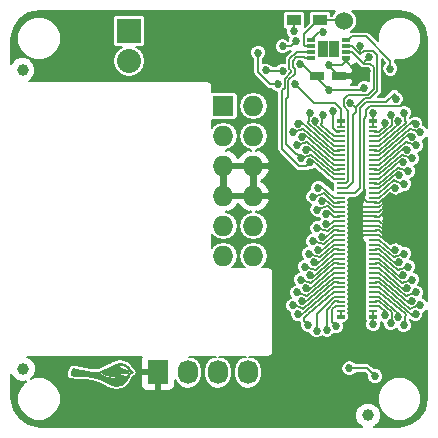
<source format=gbl>
G04 #@! TF.FileFunction,Copper,L2,Bot,Signal*
%FSLAX46Y46*%
G04 Gerber Fmt 4.6, Leading zero omitted, Abs format (unit mm)*
G04 Created by KiCad (PCBNEW 4.0.1-stable) date Tuesday, April 12, 2016 'PMt' 11:24:06 PM*
%MOMM*%
G01*
G04 APERTURE LIST*
%ADD10C,0.100000*%
%ADD11C,0.010000*%
%ADD12C,1.000000*%
%ADD13R,0.660000X0.230000*%
%ADD14R,0.660000X0.350000*%
%ADD15R,1.200000X0.750000*%
%ADD16R,0.750000X0.300000*%
%ADD17R,0.875000X0.725000*%
%ADD18R,1.200000X0.900000*%
%ADD19C,1.524000*%
%ADD20R,1.727200X1.727200*%
%ADD21O,1.727200X1.727200*%
%ADD22R,2.032000X2.032000*%
%ADD23O,2.032000X2.032000*%
%ADD24R,1.727200X2.032000*%
%ADD25O,1.727200X2.032000*%
%ADD26C,0.685800*%
%ADD27C,0.685801*%
%ADD28C,0.152400*%
G04 APERTURE END LIST*
D10*
D11*
G36*
X139577110Y-120218476D02*
X139555393Y-120218821D01*
X139536445Y-120219540D01*
X139519235Y-120220719D01*
X139502730Y-120222441D01*
X139485899Y-120224790D01*
X139467708Y-120227850D01*
X139452648Y-120230645D01*
X139412289Y-120239396D01*
X139370394Y-120250414D01*
X139328941Y-120263125D01*
X139289907Y-120276957D01*
X139282105Y-120279990D01*
X139252497Y-120291780D01*
X139223440Y-120303531D01*
X139194668Y-120315368D01*
X139165917Y-120327414D01*
X139136919Y-120339793D01*
X139107409Y-120352628D01*
X139077121Y-120366043D01*
X139045790Y-120380162D01*
X139013149Y-120395109D01*
X138978933Y-120411008D01*
X138942876Y-120427981D01*
X138904712Y-120446153D01*
X138864176Y-120465648D01*
X138821001Y-120486589D01*
X138774922Y-120509100D01*
X138725673Y-120533305D01*
X138672987Y-120559327D01*
X138616601Y-120587290D01*
X138556246Y-120617318D01*
X138540667Y-120625083D01*
X138488659Y-120650963D01*
X138440600Y-120674774D01*
X138396145Y-120696675D01*
X138354950Y-120716825D01*
X138316669Y-120735383D01*
X138280957Y-120752509D01*
X138247469Y-120768361D01*
X138215860Y-120783099D01*
X138185786Y-120796882D01*
X138156901Y-120809869D01*
X138128860Y-120822221D01*
X138101318Y-120834095D01*
X138073931Y-120845651D01*
X138046352Y-120857048D01*
X138018239Y-120868446D01*
X137989244Y-120880004D01*
X137983216Y-120882386D01*
X137965759Y-120889341D01*
X137949798Y-120895833D01*
X137935879Y-120901627D01*
X137924550Y-120906492D01*
X137916355Y-120910195D01*
X137911842Y-120912503D01*
X137911131Y-120913075D01*
X137912437Y-120915832D01*
X137916820Y-120921251D01*
X137923730Y-120928795D01*
X137932615Y-120937924D01*
X137942925Y-120948099D01*
X137954110Y-120958782D01*
X137965620Y-120969433D01*
X137976904Y-120979515D01*
X137987412Y-120988487D01*
X137991796Y-120992062D01*
X138042789Y-121030188D01*
X138098145Y-121066379D01*
X138157775Y-121100598D01*
X138221594Y-121132810D01*
X138289513Y-121162978D01*
X138361445Y-121191066D01*
X138437304Y-121217040D01*
X138517002Y-121240862D01*
X138600451Y-121262496D01*
X138687565Y-121281907D01*
X138701533Y-121284744D01*
X138761331Y-121295927D01*
X138817312Y-121304711D01*
X138869846Y-121311122D01*
X138919302Y-121315187D01*
X138966050Y-121316931D01*
X139010458Y-121316382D01*
X139052897Y-121313567D01*
X139072625Y-121311425D01*
X139117521Y-121304163D01*
X139158907Y-121293835D01*
X139196726Y-121280475D01*
X139230921Y-121264116D01*
X139261435Y-121244792D01*
X139288212Y-121222535D01*
X139311195Y-121197379D01*
X139330327Y-121169357D01*
X139337480Y-121156186D01*
X139346131Y-121137070D01*
X139353130Y-121116992D01*
X139358742Y-121094947D01*
X139363230Y-121069928D01*
X139366222Y-121046810D01*
X139367983Y-121031104D01*
X139415153Y-121026992D01*
X139429896Y-121025714D01*
X139443084Y-121024583D01*
X139453921Y-121023667D01*
X139461612Y-121023033D01*
X139465361Y-121022747D01*
X139465490Y-121022741D01*
X139467531Y-121021313D01*
X139467227Y-121020286D01*
X139468472Y-121019251D01*
X139473086Y-121018987D01*
X139479679Y-121019379D01*
X139486863Y-121020312D01*
X139493249Y-121021672D01*
X139496190Y-121022675D01*
X139499967Y-121023715D01*
X139507720Y-121025402D01*
X139518655Y-121027577D01*
X139531978Y-121030085D01*
X139546893Y-121032768D01*
X139550619Y-121033420D01*
X139606495Y-121042682D01*
X139659580Y-121050481D01*
X139711618Y-121057048D01*
X139764348Y-121062618D01*
X139780429Y-121064116D01*
X139795809Y-121065209D01*
X139814464Y-121066055D01*
X139835467Y-121066653D01*
X139857891Y-121067003D01*
X139880808Y-121067105D01*
X139903294Y-121066958D01*
X139924419Y-121066562D01*
X139943259Y-121065917D01*
X139958886Y-121065022D01*
X139967905Y-121064190D01*
X140017844Y-121057570D01*
X140066432Y-121049418D01*
X140114954Y-121039468D01*
X140164696Y-121027450D01*
X140216945Y-121013096D01*
X140227555Y-121009996D01*
X140243052Y-121005341D01*
X140254471Y-121001674D01*
X140262414Y-120998756D01*
X140267486Y-120996346D01*
X140270286Y-120994204D01*
X140271278Y-120992578D01*
X140271934Y-120989072D01*
X140273011Y-120981328D01*
X140274443Y-120969920D01*
X140276159Y-120955422D01*
X140278094Y-120938409D01*
X140280177Y-120919456D01*
X140282296Y-120899582D01*
X140284759Y-120875806D01*
X140286684Y-120856429D01*
X140288099Y-120841043D01*
X140289032Y-120829244D01*
X140289511Y-120820623D01*
X140289564Y-120814776D01*
X140289217Y-120811294D01*
X140288500Y-120809773D01*
X140288435Y-120809728D01*
X140284181Y-120808159D01*
X140277429Y-120806623D01*
X140275395Y-120806280D01*
X140267683Y-120804889D01*
X140255991Y-120802518D01*
X140241039Y-120799332D01*
X140223549Y-120795495D01*
X140204240Y-120791171D01*
X140183835Y-120786523D01*
X140163054Y-120781716D01*
X140142617Y-120776914D01*
X140123246Y-120772280D01*
X140105661Y-120767979D01*
X140092486Y-120764664D01*
X140022112Y-120745903D01*
X139956290Y-120726815D01*
X139894740Y-120707305D01*
X139837181Y-120687280D01*
X139783334Y-120666646D01*
X139732918Y-120645309D01*
X139724790Y-120641661D01*
X139676328Y-120618036D01*
X139626977Y-120590787D01*
X139577917Y-120560663D01*
X139530327Y-120528417D01*
X139485384Y-120494797D01*
X139455067Y-120469939D01*
X139442955Y-120459405D01*
X139430384Y-120448151D01*
X139417845Y-120436653D01*
X139405830Y-120425384D01*
X139394829Y-120414818D01*
X139385335Y-120405429D01*
X139377839Y-120397691D01*
X139372832Y-120392077D01*
X139370806Y-120389062D01*
X139370849Y-120388738D01*
X139374390Y-120386991D01*
X139381909Y-120384332D01*
X139392679Y-120380973D01*
X139405975Y-120377129D01*
X139421069Y-120373015D01*
X139437235Y-120368845D01*
X139444181Y-120367125D01*
X139492115Y-120357245D01*
X139540253Y-120351066D01*
X139589063Y-120348600D01*
X139639013Y-120349860D01*
X139690573Y-120354857D01*
X139744210Y-120363605D01*
X139800395Y-120376115D01*
X139801731Y-120376449D01*
X139858850Y-120392728D01*
X139913616Y-120412221D01*
X139965827Y-120434771D01*
X140015278Y-120460220D01*
X140061768Y-120488411D01*
X140105093Y-120519186D01*
X140145050Y-120552388D01*
X140181438Y-120587858D01*
X140214052Y-120625440D01*
X140242689Y-120664977D01*
X140267148Y-120706309D01*
X140287225Y-120749281D01*
X140289627Y-120755296D01*
X140297196Y-120774648D01*
X140398646Y-120871202D01*
X140417169Y-120888846D01*
X140434620Y-120905497D01*
X140450689Y-120920857D01*
X140465064Y-120934627D01*
X140477434Y-120946508D01*
X140487488Y-120956202D01*
X140494915Y-120963409D01*
X140499404Y-120967832D01*
X140500676Y-120969174D01*
X140498649Y-120970404D01*
X140492613Y-120973401D01*
X140482984Y-120977971D01*
X140470176Y-120983924D01*
X140454605Y-120991069D01*
X140436686Y-120999213D01*
X140416836Y-121008165D01*
X140395469Y-121017735D01*
X140390360Y-121020013D01*
X140279464Y-121069436D01*
X140267917Y-121110728D01*
X140262359Y-121129900D01*
X140255610Y-121152059D01*
X140248088Y-121175919D01*
X140240209Y-121200195D01*
X140232389Y-121223602D01*
X140225047Y-121244855D01*
X140218878Y-121261919D01*
X140215142Y-121271304D01*
X140212043Y-121277115D01*
X140208850Y-121280417D01*
X140204945Y-121282241D01*
X140199938Y-121283040D01*
X140190804Y-121283683D01*
X140178250Y-121284172D01*
X140162986Y-121284507D01*
X140145720Y-121284690D01*
X140127158Y-121284724D01*
X140108011Y-121284608D01*
X140088986Y-121284345D01*
X140070791Y-121283937D01*
X140054134Y-121283384D01*
X140039724Y-121282689D01*
X140028381Y-121281863D01*
X139916649Y-121269774D01*
X139848162Y-121260603D01*
X139818868Y-121256189D01*
X139793621Y-121251868D01*
X139771640Y-121247428D01*
X139752143Y-121242653D01*
X139734349Y-121237331D01*
X139717477Y-121231246D01*
X139700745Y-121224184D01*
X139683372Y-121215933D01*
X139681248Y-121214873D01*
X139642924Y-121193252D01*
X139605341Y-121167307D01*
X139569131Y-121137553D01*
X139534927Y-121104502D01*
X139507637Y-121073880D01*
X139494981Y-121058635D01*
X139494981Y-121066987D01*
X139494288Y-121077188D01*
X139492375Y-121090800D01*
X139489488Y-121106624D01*
X139485873Y-121123462D01*
X139481778Y-121140114D01*
X139477450Y-121155381D01*
X139475595Y-121161173D01*
X139459555Y-121201904D01*
X139439678Y-121239716D01*
X139416022Y-121274558D01*
X139388650Y-121306374D01*
X139357620Y-121335111D01*
X139322994Y-121360717D01*
X139284832Y-121383137D01*
X139243195Y-121402319D01*
X139198143Y-121418209D01*
X139178086Y-121423923D01*
X139142259Y-121432339D01*
X139105385Y-121438721D01*
X139066593Y-121443166D01*
X139025012Y-121445775D01*
X138979772Y-121446646D01*
X138978514Y-121446647D01*
X138943422Y-121446229D01*
X138909337Y-121444929D01*
X138875467Y-121442658D01*
X138841018Y-121439326D01*
X138805197Y-121434845D01*
X138767210Y-121429126D01*
X138726265Y-121422080D01*
X138681567Y-121413618D01*
X138678552Y-121413025D01*
X138593906Y-121394934D01*
X138511963Y-121374615D01*
X138432888Y-121352142D01*
X138356847Y-121327591D01*
X138284005Y-121301036D01*
X138214526Y-121272553D01*
X138148576Y-121242216D01*
X138086320Y-121210101D01*
X138027923Y-121176282D01*
X137973550Y-121140834D01*
X137923367Y-121103833D01*
X137877538Y-121065352D01*
X137845190Y-121034632D01*
X137834125Y-121023214D01*
X137822811Y-121011029D01*
X137812362Y-120999311D01*
X137803896Y-120989294D01*
X137801648Y-120986469D01*
X137794727Y-120977594D01*
X137788592Y-120969754D01*
X137784057Y-120963989D01*
X137782295Y-120961775D01*
X137780413Y-120959749D01*
X137778130Y-120958686D01*
X137774423Y-120958591D01*
X137768273Y-120959470D01*
X137758655Y-120961329D01*
X137755686Y-120961929D01*
X137684527Y-120973886D01*
X137612931Y-120981051D01*
X137540776Y-120983432D01*
X137467943Y-120981035D01*
X137456933Y-120980262D01*
X137399120Y-120975415D01*
X137336841Y-120969221D01*
X137270270Y-120961710D01*
X137199580Y-120952912D01*
X137124944Y-120942858D01*
X137046536Y-120931576D01*
X136964527Y-120919097D01*
X136879092Y-120905450D01*
X136790402Y-120890667D01*
X136698632Y-120874776D01*
X136603955Y-120857808D01*
X136506542Y-120839792D01*
X136406568Y-120820758D01*
X136304205Y-120800737D01*
X136199627Y-120779759D01*
X136093005Y-120757852D01*
X135984515Y-120735048D01*
X135874328Y-120711376D01*
X135769648Y-120688423D01*
X135739138Y-120681666D01*
X135712931Y-120675983D01*
X135690594Y-120671466D01*
X135671693Y-120668208D01*
X135655792Y-120666300D01*
X135642459Y-120665835D01*
X135631260Y-120666905D01*
X135621760Y-120669603D01*
X135613525Y-120674020D01*
X135606121Y-120680249D01*
X135599114Y-120688382D01*
X135592071Y-120698511D01*
X135584557Y-120710729D01*
X135576138Y-120725128D01*
X135573203Y-120730174D01*
X135547648Y-120775278D01*
X135523694Y-120820021D01*
X135501614Y-120863833D01*
X135481677Y-120906142D01*
X135464156Y-120946379D01*
X135449320Y-120983973D01*
X135439813Y-121011018D01*
X135429211Y-121046958D01*
X135421863Y-121080498D01*
X135417749Y-121111481D01*
X135416850Y-121139750D01*
X135419147Y-121165150D01*
X135424622Y-121187523D01*
X135433256Y-121206713D01*
X135445031Y-121222563D01*
X135459926Y-121234917D01*
X135467143Y-121239043D01*
X135474092Y-121242306D01*
X135481669Y-121245302D01*
X135490121Y-121248051D01*
X135499693Y-121250572D01*
X135510628Y-121252884D01*
X135523174Y-121255007D01*
X135537573Y-121256960D01*
X135554073Y-121258761D01*
X135572916Y-121260431D01*
X135594350Y-121261989D01*
X135618617Y-121263454D01*
X135645965Y-121264845D01*
X135676637Y-121266181D01*
X135710879Y-121267483D01*
X135748935Y-121268769D01*
X135791051Y-121270058D01*
X135837471Y-121271370D01*
X135888442Y-121272724D01*
X135897857Y-121272967D01*
X135981567Y-121275256D01*
X136060821Y-121277711D01*
X136136001Y-121280352D01*
X136207487Y-121283202D01*
X136275660Y-121286281D01*
X136340901Y-121289609D01*
X136403589Y-121293209D01*
X136464107Y-121297101D01*
X136522835Y-121301306D01*
X136580153Y-121305846D01*
X136636442Y-121310740D01*
X136692083Y-121316011D01*
X136710657Y-121317866D01*
X136798908Y-121327350D01*
X136884256Y-121337702D01*
X136967213Y-121349038D01*
X137048293Y-121361474D01*
X137128009Y-121375127D01*
X137206875Y-121390112D01*
X137285402Y-121406546D01*
X137364106Y-121424545D01*
X137443498Y-121444225D01*
X137524092Y-121465703D01*
X137606401Y-121489095D01*
X137690938Y-121514516D01*
X137778217Y-121542083D01*
X137868751Y-121571912D01*
X137940743Y-121596406D01*
X137974933Y-121608412D01*
X138007526Y-121620361D01*
X138038982Y-121632474D01*
X138069759Y-121644971D01*
X138100317Y-121658070D01*
X138131114Y-121671991D01*
X138162610Y-121686955D01*
X138195264Y-121703180D01*
X138229534Y-121720887D01*
X138265880Y-121740295D01*
X138304761Y-121761623D01*
X138346635Y-121785092D01*
X138391962Y-121810920D01*
X138406410Y-121819224D01*
X138446607Y-121842353D01*
X138482930Y-121863218D01*
X138515685Y-121881989D01*
X138545180Y-121898834D01*
X138571721Y-121913923D01*
X138595614Y-121927425D01*
X138617168Y-121939510D01*
X138636689Y-121950347D01*
X138654484Y-121960105D01*
X138670860Y-121968953D01*
X138686124Y-121977061D01*
X138700583Y-121984598D01*
X138714543Y-121991734D01*
X138728313Y-121998637D01*
X138742198Y-122005478D01*
X138756506Y-122012425D01*
X138757761Y-122013031D01*
X138804005Y-122034588D01*
X138847629Y-122053276D01*
X138889572Y-122069365D01*
X138930777Y-122083123D01*
X138972182Y-122094819D01*
X139014730Y-122104722D01*
X139059361Y-122113101D01*
X139107015Y-122120226D01*
X139151476Y-122125592D01*
X139179581Y-122128170D01*
X139211087Y-122130200D01*
X139244583Y-122131643D01*
X139278660Y-122132463D01*
X139311906Y-122132622D01*
X139342912Y-122132082D01*
X139363143Y-122131234D01*
X139417689Y-122126679D01*
X139472859Y-122119053D01*
X139527838Y-122108561D01*
X139581811Y-122095409D01*
X139633964Y-122079801D01*
X139683482Y-122061941D01*
X139729549Y-122042036D01*
X139741966Y-122036000D01*
X139797495Y-122005655D01*
X139851819Y-121970709D01*
X139904841Y-121931270D01*
X139956466Y-121887446D01*
X140006598Y-121839345D01*
X140055141Y-121787076D01*
X140101999Y-121730746D01*
X140147076Y-121670465D01*
X140190277Y-121606339D01*
X140231505Y-121538477D01*
X140270665Y-121466987D01*
X140301585Y-121404852D01*
X140314160Y-121377482D01*
X140326243Y-121349118D01*
X140338182Y-121318873D01*
X140350324Y-121285861D01*
X140363016Y-121249197D01*
X140365995Y-121240315D01*
X140371254Y-121224237D01*
X140376811Y-121206690D01*
X140382423Y-121188490D01*
X140387851Y-121170456D01*
X140392851Y-121153405D01*
X140397182Y-121138156D01*
X140400603Y-121125525D01*
X140402871Y-121116330D01*
X140403427Y-121113669D01*
X140404914Y-121105741D01*
X140545221Y-121049122D01*
X140569893Y-121039148D01*
X140593212Y-121029687D01*
X140614795Y-121020897D01*
X140634259Y-121012934D01*
X140651219Y-121005958D01*
X140665293Y-121000125D01*
X140676096Y-120995595D01*
X140683246Y-120992524D01*
X140686359Y-120991070D01*
X140686461Y-120990993D01*
X140684856Y-120989176D01*
X140679918Y-120984406D01*
X140671929Y-120976941D01*
X140661175Y-120967039D01*
X140647939Y-120954960D01*
X140632506Y-120940962D01*
X140615159Y-120925303D01*
X140596184Y-120908243D01*
X140575863Y-120890039D01*
X140558461Y-120874499D01*
X140533764Y-120852467D01*
X140512429Y-120833409D01*
X140494202Y-120817080D01*
X140478830Y-120803239D01*
X140466060Y-120791642D01*
X140455639Y-120782046D01*
X140447314Y-120774209D01*
X140440831Y-120767887D01*
X140435938Y-120762839D01*
X140432381Y-120758820D01*
X140429908Y-120755588D01*
X140428264Y-120752901D01*
X140427198Y-120750515D01*
X140426455Y-120748187D01*
X140426329Y-120747730D01*
X140421934Y-120733639D01*
X140415693Y-120716530D01*
X140408101Y-120697617D01*
X140399658Y-120678114D01*
X140390859Y-120659235D01*
X140386337Y-120650123D01*
X140364087Y-120610208D01*
X140338559Y-120571722D01*
X140309286Y-120534028D01*
X140275801Y-120496488D01*
X140266788Y-120487125D01*
X140228725Y-120450413D01*
X140189448Y-120417167D01*
X140148130Y-120386793D01*
X140103948Y-120358696D01*
X140056076Y-120332283D01*
X140041686Y-120325002D01*
X139995020Y-120303147D01*
X139948382Y-120284060D01*
X139900929Y-120267485D01*
X139851818Y-120253166D01*
X139800208Y-120240846D01*
X139745255Y-120230269D01*
X139713391Y-120225116D01*
X139699789Y-120223114D01*
X139687907Y-120221560D01*
X139676787Y-120220397D01*
X139665472Y-120219566D01*
X139653005Y-120219011D01*
X139638430Y-120218672D01*
X139620789Y-120218493D01*
X139602629Y-120218423D01*
X139577110Y-120218476D01*
X139577110Y-120218476D01*
G37*
X139577110Y-120218476D02*
X139555393Y-120218821D01*
X139536445Y-120219540D01*
X139519235Y-120220719D01*
X139502730Y-120222441D01*
X139485899Y-120224790D01*
X139467708Y-120227850D01*
X139452648Y-120230645D01*
X139412289Y-120239396D01*
X139370394Y-120250414D01*
X139328941Y-120263125D01*
X139289907Y-120276957D01*
X139282105Y-120279990D01*
X139252497Y-120291780D01*
X139223440Y-120303531D01*
X139194668Y-120315368D01*
X139165917Y-120327414D01*
X139136919Y-120339793D01*
X139107409Y-120352628D01*
X139077121Y-120366043D01*
X139045790Y-120380162D01*
X139013149Y-120395109D01*
X138978933Y-120411008D01*
X138942876Y-120427981D01*
X138904712Y-120446153D01*
X138864176Y-120465648D01*
X138821001Y-120486589D01*
X138774922Y-120509100D01*
X138725673Y-120533305D01*
X138672987Y-120559327D01*
X138616601Y-120587290D01*
X138556246Y-120617318D01*
X138540667Y-120625083D01*
X138488659Y-120650963D01*
X138440600Y-120674774D01*
X138396145Y-120696675D01*
X138354950Y-120716825D01*
X138316669Y-120735383D01*
X138280957Y-120752509D01*
X138247469Y-120768361D01*
X138215860Y-120783099D01*
X138185786Y-120796882D01*
X138156901Y-120809869D01*
X138128860Y-120822221D01*
X138101318Y-120834095D01*
X138073931Y-120845651D01*
X138046352Y-120857048D01*
X138018239Y-120868446D01*
X137989244Y-120880004D01*
X137983216Y-120882386D01*
X137965759Y-120889341D01*
X137949798Y-120895833D01*
X137935879Y-120901627D01*
X137924550Y-120906492D01*
X137916355Y-120910195D01*
X137911842Y-120912503D01*
X137911131Y-120913075D01*
X137912437Y-120915832D01*
X137916820Y-120921251D01*
X137923730Y-120928795D01*
X137932615Y-120937924D01*
X137942925Y-120948099D01*
X137954110Y-120958782D01*
X137965620Y-120969433D01*
X137976904Y-120979515D01*
X137987412Y-120988487D01*
X137991796Y-120992062D01*
X138042789Y-121030188D01*
X138098145Y-121066379D01*
X138157775Y-121100598D01*
X138221594Y-121132810D01*
X138289513Y-121162978D01*
X138361445Y-121191066D01*
X138437304Y-121217040D01*
X138517002Y-121240862D01*
X138600451Y-121262496D01*
X138687565Y-121281907D01*
X138701533Y-121284744D01*
X138761331Y-121295927D01*
X138817312Y-121304711D01*
X138869846Y-121311122D01*
X138919302Y-121315187D01*
X138966050Y-121316931D01*
X139010458Y-121316382D01*
X139052897Y-121313567D01*
X139072625Y-121311425D01*
X139117521Y-121304163D01*
X139158907Y-121293835D01*
X139196726Y-121280475D01*
X139230921Y-121264116D01*
X139261435Y-121244792D01*
X139288212Y-121222535D01*
X139311195Y-121197379D01*
X139330327Y-121169357D01*
X139337480Y-121156186D01*
X139346131Y-121137070D01*
X139353130Y-121116992D01*
X139358742Y-121094947D01*
X139363230Y-121069928D01*
X139366222Y-121046810D01*
X139367983Y-121031104D01*
X139415153Y-121026992D01*
X139429896Y-121025714D01*
X139443084Y-121024583D01*
X139453921Y-121023667D01*
X139461612Y-121023033D01*
X139465361Y-121022747D01*
X139465490Y-121022741D01*
X139467531Y-121021313D01*
X139467227Y-121020286D01*
X139468472Y-121019251D01*
X139473086Y-121018987D01*
X139479679Y-121019379D01*
X139486863Y-121020312D01*
X139493249Y-121021672D01*
X139496190Y-121022675D01*
X139499967Y-121023715D01*
X139507720Y-121025402D01*
X139518655Y-121027577D01*
X139531978Y-121030085D01*
X139546893Y-121032768D01*
X139550619Y-121033420D01*
X139606495Y-121042682D01*
X139659580Y-121050481D01*
X139711618Y-121057048D01*
X139764348Y-121062618D01*
X139780429Y-121064116D01*
X139795809Y-121065209D01*
X139814464Y-121066055D01*
X139835467Y-121066653D01*
X139857891Y-121067003D01*
X139880808Y-121067105D01*
X139903294Y-121066958D01*
X139924419Y-121066562D01*
X139943259Y-121065917D01*
X139958886Y-121065022D01*
X139967905Y-121064190D01*
X140017844Y-121057570D01*
X140066432Y-121049418D01*
X140114954Y-121039468D01*
X140164696Y-121027450D01*
X140216945Y-121013096D01*
X140227555Y-121009996D01*
X140243052Y-121005341D01*
X140254471Y-121001674D01*
X140262414Y-120998756D01*
X140267486Y-120996346D01*
X140270286Y-120994204D01*
X140271278Y-120992578D01*
X140271934Y-120989072D01*
X140273011Y-120981328D01*
X140274443Y-120969920D01*
X140276159Y-120955422D01*
X140278094Y-120938409D01*
X140280177Y-120919456D01*
X140282296Y-120899582D01*
X140284759Y-120875806D01*
X140286684Y-120856429D01*
X140288099Y-120841043D01*
X140289032Y-120829244D01*
X140289511Y-120820623D01*
X140289564Y-120814776D01*
X140289217Y-120811294D01*
X140288500Y-120809773D01*
X140288435Y-120809728D01*
X140284181Y-120808159D01*
X140277429Y-120806623D01*
X140275395Y-120806280D01*
X140267683Y-120804889D01*
X140255991Y-120802518D01*
X140241039Y-120799332D01*
X140223549Y-120795495D01*
X140204240Y-120791171D01*
X140183835Y-120786523D01*
X140163054Y-120781716D01*
X140142617Y-120776914D01*
X140123246Y-120772280D01*
X140105661Y-120767979D01*
X140092486Y-120764664D01*
X140022112Y-120745903D01*
X139956290Y-120726815D01*
X139894740Y-120707305D01*
X139837181Y-120687280D01*
X139783334Y-120666646D01*
X139732918Y-120645309D01*
X139724790Y-120641661D01*
X139676328Y-120618036D01*
X139626977Y-120590787D01*
X139577917Y-120560663D01*
X139530327Y-120528417D01*
X139485384Y-120494797D01*
X139455067Y-120469939D01*
X139442955Y-120459405D01*
X139430384Y-120448151D01*
X139417845Y-120436653D01*
X139405830Y-120425384D01*
X139394829Y-120414818D01*
X139385335Y-120405429D01*
X139377839Y-120397691D01*
X139372832Y-120392077D01*
X139370806Y-120389062D01*
X139370849Y-120388738D01*
X139374390Y-120386991D01*
X139381909Y-120384332D01*
X139392679Y-120380973D01*
X139405975Y-120377129D01*
X139421069Y-120373015D01*
X139437235Y-120368845D01*
X139444181Y-120367125D01*
X139492115Y-120357245D01*
X139540253Y-120351066D01*
X139589063Y-120348600D01*
X139639013Y-120349860D01*
X139690573Y-120354857D01*
X139744210Y-120363605D01*
X139800395Y-120376115D01*
X139801731Y-120376449D01*
X139858850Y-120392728D01*
X139913616Y-120412221D01*
X139965827Y-120434771D01*
X140015278Y-120460220D01*
X140061768Y-120488411D01*
X140105093Y-120519186D01*
X140145050Y-120552388D01*
X140181438Y-120587858D01*
X140214052Y-120625440D01*
X140242689Y-120664977D01*
X140267148Y-120706309D01*
X140287225Y-120749281D01*
X140289627Y-120755296D01*
X140297196Y-120774648D01*
X140398646Y-120871202D01*
X140417169Y-120888846D01*
X140434620Y-120905497D01*
X140450689Y-120920857D01*
X140465064Y-120934627D01*
X140477434Y-120946508D01*
X140487488Y-120956202D01*
X140494915Y-120963409D01*
X140499404Y-120967832D01*
X140500676Y-120969174D01*
X140498649Y-120970404D01*
X140492613Y-120973401D01*
X140482984Y-120977971D01*
X140470176Y-120983924D01*
X140454605Y-120991069D01*
X140436686Y-120999213D01*
X140416836Y-121008165D01*
X140395469Y-121017735D01*
X140390360Y-121020013D01*
X140279464Y-121069436D01*
X140267917Y-121110728D01*
X140262359Y-121129900D01*
X140255610Y-121152059D01*
X140248088Y-121175919D01*
X140240209Y-121200195D01*
X140232389Y-121223602D01*
X140225047Y-121244855D01*
X140218878Y-121261919D01*
X140215142Y-121271304D01*
X140212043Y-121277115D01*
X140208850Y-121280417D01*
X140204945Y-121282241D01*
X140199938Y-121283040D01*
X140190804Y-121283683D01*
X140178250Y-121284172D01*
X140162986Y-121284507D01*
X140145720Y-121284690D01*
X140127158Y-121284724D01*
X140108011Y-121284608D01*
X140088986Y-121284345D01*
X140070791Y-121283937D01*
X140054134Y-121283384D01*
X140039724Y-121282689D01*
X140028381Y-121281863D01*
X139916649Y-121269774D01*
X139848162Y-121260603D01*
X139818868Y-121256189D01*
X139793621Y-121251868D01*
X139771640Y-121247428D01*
X139752143Y-121242653D01*
X139734349Y-121237331D01*
X139717477Y-121231246D01*
X139700745Y-121224184D01*
X139683372Y-121215933D01*
X139681248Y-121214873D01*
X139642924Y-121193252D01*
X139605341Y-121167307D01*
X139569131Y-121137553D01*
X139534927Y-121104502D01*
X139507637Y-121073880D01*
X139494981Y-121058635D01*
X139494981Y-121066987D01*
X139494288Y-121077188D01*
X139492375Y-121090800D01*
X139489488Y-121106624D01*
X139485873Y-121123462D01*
X139481778Y-121140114D01*
X139477450Y-121155381D01*
X139475595Y-121161173D01*
X139459555Y-121201904D01*
X139439678Y-121239716D01*
X139416022Y-121274558D01*
X139388650Y-121306374D01*
X139357620Y-121335111D01*
X139322994Y-121360717D01*
X139284832Y-121383137D01*
X139243195Y-121402319D01*
X139198143Y-121418209D01*
X139178086Y-121423923D01*
X139142259Y-121432339D01*
X139105385Y-121438721D01*
X139066593Y-121443166D01*
X139025012Y-121445775D01*
X138979772Y-121446646D01*
X138978514Y-121446647D01*
X138943422Y-121446229D01*
X138909337Y-121444929D01*
X138875467Y-121442658D01*
X138841018Y-121439326D01*
X138805197Y-121434845D01*
X138767210Y-121429126D01*
X138726265Y-121422080D01*
X138681567Y-121413618D01*
X138678552Y-121413025D01*
X138593906Y-121394934D01*
X138511963Y-121374615D01*
X138432888Y-121352142D01*
X138356847Y-121327591D01*
X138284005Y-121301036D01*
X138214526Y-121272553D01*
X138148576Y-121242216D01*
X138086320Y-121210101D01*
X138027923Y-121176282D01*
X137973550Y-121140834D01*
X137923367Y-121103833D01*
X137877538Y-121065352D01*
X137845190Y-121034632D01*
X137834125Y-121023214D01*
X137822811Y-121011029D01*
X137812362Y-120999311D01*
X137803896Y-120989294D01*
X137801648Y-120986469D01*
X137794727Y-120977594D01*
X137788592Y-120969754D01*
X137784057Y-120963989D01*
X137782295Y-120961775D01*
X137780413Y-120959749D01*
X137778130Y-120958686D01*
X137774423Y-120958591D01*
X137768273Y-120959470D01*
X137758655Y-120961329D01*
X137755686Y-120961929D01*
X137684527Y-120973886D01*
X137612931Y-120981051D01*
X137540776Y-120983432D01*
X137467943Y-120981035D01*
X137456933Y-120980262D01*
X137399120Y-120975415D01*
X137336841Y-120969221D01*
X137270270Y-120961710D01*
X137199580Y-120952912D01*
X137124944Y-120942858D01*
X137046536Y-120931576D01*
X136964527Y-120919097D01*
X136879092Y-120905450D01*
X136790402Y-120890667D01*
X136698632Y-120874776D01*
X136603955Y-120857808D01*
X136506542Y-120839792D01*
X136406568Y-120820758D01*
X136304205Y-120800737D01*
X136199627Y-120779759D01*
X136093005Y-120757852D01*
X135984515Y-120735048D01*
X135874328Y-120711376D01*
X135769648Y-120688423D01*
X135739138Y-120681666D01*
X135712931Y-120675983D01*
X135690594Y-120671466D01*
X135671693Y-120668208D01*
X135655792Y-120666300D01*
X135642459Y-120665835D01*
X135631260Y-120666905D01*
X135621760Y-120669603D01*
X135613525Y-120674020D01*
X135606121Y-120680249D01*
X135599114Y-120688382D01*
X135592071Y-120698511D01*
X135584557Y-120710729D01*
X135576138Y-120725128D01*
X135573203Y-120730174D01*
X135547648Y-120775278D01*
X135523694Y-120820021D01*
X135501614Y-120863833D01*
X135481677Y-120906142D01*
X135464156Y-120946379D01*
X135449320Y-120983973D01*
X135439813Y-121011018D01*
X135429211Y-121046958D01*
X135421863Y-121080498D01*
X135417749Y-121111481D01*
X135416850Y-121139750D01*
X135419147Y-121165150D01*
X135424622Y-121187523D01*
X135433256Y-121206713D01*
X135445031Y-121222563D01*
X135459926Y-121234917D01*
X135467143Y-121239043D01*
X135474092Y-121242306D01*
X135481669Y-121245302D01*
X135490121Y-121248051D01*
X135499693Y-121250572D01*
X135510628Y-121252884D01*
X135523174Y-121255007D01*
X135537573Y-121256960D01*
X135554073Y-121258761D01*
X135572916Y-121260431D01*
X135594350Y-121261989D01*
X135618617Y-121263454D01*
X135645965Y-121264845D01*
X135676637Y-121266181D01*
X135710879Y-121267483D01*
X135748935Y-121268769D01*
X135791051Y-121270058D01*
X135837471Y-121271370D01*
X135888442Y-121272724D01*
X135897857Y-121272967D01*
X135981567Y-121275256D01*
X136060821Y-121277711D01*
X136136001Y-121280352D01*
X136207487Y-121283202D01*
X136275660Y-121286281D01*
X136340901Y-121289609D01*
X136403589Y-121293209D01*
X136464107Y-121297101D01*
X136522835Y-121301306D01*
X136580153Y-121305846D01*
X136636442Y-121310740D01*
X136692083Y-121316011D01*
X136710657Y-121317866D01*
X136798908Y-121327350D01*
X136884256Y-121337702D01*
X136967213Y-121349038D01*
X137048293Y-121361474D01*
X137128009Y-121375127D01*
X137206875Y-121390112D01*
X137285402Y-121406546D01*
X137364106Y-121424545D01*
X137443498Y-121444225D01*
X137524092Y-121465703D01*
X137606401Y-121489095D01*
X137690938Y-121514516D01*
X137778217Y-121542083D01*
X137868751Y-121571912D01*
X137940743Y-121596406D01*
X137974933Y-121608412D01*
X138007526Y-121620361D01*
X138038982Y-121632474D01*
X138069759Y-121644971D01*
X138100317Y-121658070D01*
X138131114Y-121671991D01*
X138162610Y-121686955D01*
X138195264Y-121703180D01*
X138229534Y-121720887D01*
X138265880Y-121740295D01*
X138304761Y-121761623D01*
X138346635Y-121785092D01*
X138391962Y-121810920D01*
X138406410Y-121819224D01*
X138446607Y-121842353D01*
X138482930Y-121863218D01*
X138515685Y-121881989D01*
X138545180Y-121898834D01*
X138571721Y-121913923D01*
X138595614Y-121927425D01*
X138617168Y-121939510D01*
X138636689Y-121950347D01*
X138654484Y-121960105D01*
X138670860Y-121968953D01*
X138686124Y-121977061D01*
X138700583Y-121984598D01*
X138714543Y-121991734D01*
X138728313Y-121998637D01*
X138742198Y-122005478D01*
X138756506Y-122012425D01*
X138757761Y-122013031D01*
X138804005Y-122034588D01*
X138847629Y-122053276D01*
X138889572Y-122069365D01*
X138930777Y-122083123D01*
X138972182Y-122094819D01*
X139014730Y-122104722D01*
X139059361Y-122113101D01*
X139107015Y-122120226D01*
X139151476Y-122125592D01*
X139179581Y-122128170D01*
X139211087Y-122130200D01*
X139244583Y-122131643D01*
X139278660Y-122132463D01*
X139311906Y-122132622D01*
X139342912Y-122132082D01*
X139363143Y-122131234D01*
X139417689Y-122126679D01*
X139472859Y-122119053D01*
X139527838Y-122108561D01*
X139581811Y-122095409D01*
X139633964Y-122079801D01*
X139683482Y-122061941D01*
X139729549Y-122042036D01*
X139741966Y-122036000D01*
X139797495Y-122005655D01*
X139851819Y-121970709D01*
X139904841Y-121931270D01*
X139956466Y-121887446D01*
X140006598Y-121839345D01*
X140055141Y-121787076D01*
X140101999Y-121730746D01*
X140147076Y-121670465D01*
X140190277Y-121606339D01*
X140231505Y-121538477D01*
X140270665Y-121466987D01*
X140301585Y-121404852D01*
X140314160Y-121377482D01*
X140326243Y-121349118D01*
X140338182Y-121318873D01*
X140350324Y-121285861D01*
X140363016Y-121249197D01*
X140365995Y-121240315D01*
X140371254Y-121224237D01*
X140376811Y-121206690D01*
X140382423Y-121188490D01*
X140387851Y-121170456D01*
X140392851Y-121153405D01*
X140397182Y-121138156D01*
X140400603Y-121125525D01*
X140402871Y-121116330D01*
X140403427Y-121113669D01*
X140404914Y-121105741D01*
X140545221Y-121049122D01*
X140569893Y-121039148D01*
X140593212Y-121029687D01*
X140614795Y-121020897D01*
X140634259Y-121012934D01*
X140651219Y-121005958D01*
X140665293Y-121000125D01*
X140676096Y-120995595D01*
X140683246Y-120992524D01*
X140686359Y-120991070D01*
X140686461Y-120990993D01*
X140684856Y-120989176D01*
X140679918Y-120984406D01*
X140671929Y-120976941D01*
X140661175Y-120967039D01*
X140647939Y-120954960D01*
X140632506Y-120940962D01*
X140615159Y-120925303D01*
X140596184Y-120908243D01*
X140575863Y-120890039D01*
X140558461Y-120874499D01*
X140533764Y-120852467D01*
X140512429Y-120833409D01*
X140494202Y-120817080D01*
X140478830Y-120803239D01*
X140466060Y-120791642D01*
X140455639Y-120782046D01*
X140447314Y-120774209D01*
X140440831Y-120767887D01*
X140435938Y-120762839D01*
X140432381Y-120758820D01*
X140429908Y-120755588D01*
X140428264Y-120752901D01*
X140427198Y-120750515D01*
X140426455Y-120748187D01*
X140426329Y-120747730D01*
X140421934Y-120733639D01*
X140415693Y-120716530D01*
X140408101Y-120697617D01*
X140399658Y-120678114D01*
X140390859Y-120659235D01*
X140386337Y-120650123D01*
X140364087Y-120610208D01*
X140338559Y-120571722D01*
X140309286Y-120534028D01*
X140275801Y-120496488D01*
X140266788Y-120487125D01*
X140228725Y-120450413D01*
X140189448Y-120417167D01*
X140148130Y-120386793D01*
X140103948Y-120358696D01*
X140056076Y-120332283D01*
X140041686Y-120325002D01*
X139995020Y-120303147D01*
X139948382Y-120284060D01*
X139900929Y-120267485D01*
X139851818Y-120253166D01*
X139800208Y-120240846D01*
X139745255Y-120230269D01*
X139713391Y-120225116D01*
X139699789Y-120223114D01*
X139687907Y-120221560D01*
X139676787Y-120220397D01*
X139665472Y-120219566D01*
X139653005Y-120219011D01*
X139638430Y-120218672D01*
X139620789Y-120218493D01*
X139602629Y-120218423D01*
X139577110Y-120218476D01*
D12*
X131350000Y-95400000D03*
X131400000Y-120700000D03*
X160600000Y-124650000D03*
D13*
X161005000Y-115800000D03*
X158295000Y-115800000D03*
X161005000Y-100200000D03*
X158295000Y-100200000D03*
X161005000Y-115400000D03*
X161005000Y-115000000D03*
X161005000Y-114600000D03*
X161005000Y-114200000D03*
X161005000Y-113800000D03*
X161005000Y-113400000D03*
X161005000Y-113000000D03*
X161005000Y-112600000D03*
X161005000Y-112200000D03*
X161005000Y-111800000D03*
X161005000Y-111400000D03*
X161005000Y-111000000D03*
X161005000Y-110600000D03*
X161005000Y-110200000D03*
X161005000Y-109800000D03*
X161005000Y-109400000D03*
X161005000Y-109000000D03*
X161005000Y-108600000D03*
X161005000Y-108200000D03*
X161005000Y-107800000D03*
X161005000Y-107400000D03*
X161005000Y-107000000D03*
X161005000Y-106600000D03*
X161005000Y-106200000D03*
X161005000Y-105800000D03*
X161005000Y-105400000D03*
X161005000Y-105000000D03*
X161005000Y-104600000D03*
X161005000Y-104200000D03*
X161005000Y-103800000D03*
X161005000Y-103400000D03*
X161005000Y-103000000D03*
X161005000Y-102600000D03*
X161005000Y-102200000D03*
X161005000Y-101800000D03*
X161005000Y-101400000D03*
X161005000Y-101000000D03*
X161005000Y-100600000D03*
D14*
X161005000Y-99725000D03*
X158295000Y-99725000D03*
X161005000Y-116275000D03*
X158295000Y-116275000D03*
D13*
X158295000Y-100600000D03*
X158295000Y-101000000D03*
X158295000Y-101400000D03*
X158295000Y-101800000D03*
X158295000Y-102200000D03*
X158295000Y-102600000D03*
X158295000Y-103000000D03*
X158295000Y-103400000D03*
X158295000Y-103800000D03*
X158295000Y-104200000D03*
X158295000Y-104600000D03*
X158295000Y-105000000D03*
X158295000Y-105400000D03*
X158295000Y-105800000D03*
X158295000Y-106200000D03*
X158295000Y-106600000D03*
X158295000Y-107000000D03*
X158295000Y-107400000D03*
X158295000Y-107800000D03*
X158295000Y-108200000D03*
X158295000Y-108600000D03*
X158295000Y-109000000D03*
X158295000Y-109400000D03*
X158295000Y-109800000D03*
X158295000Y-110200000D03*
X158295000Y-110600000D03*
X158295000Y-111000000D03*
X158295000Y-111400000D03*
X158295000Y-111800000D03*
X158295000Y-112200000D03*
X158295000Y-112600000D03*
X158295000Y-113000000D03*
X158295000Y-113400000D03*
X158295000Y-113800000D03*
X158295000Y-114200000D03*
X158295000Y-114600000D03*
X158295000Y-115000000D03*
X158295000Y-115400000D03*
D15*
X156250000Y-95900000D03*
X158150000Y-95900000D03*
D16*
X158712500Y-92862500D03*
X158712500Y-93362500D03*
X158712500Y-93862500D03*
X158712500Y-94362500D03*
X155812500Y-94362500D03*
X155812500Y-93862500D03*
X155812500Y-93362500D03*
X155812500Y-92862500D03*
D17*
X156825000Y-93975000D03*
X156825000Y-93250000D03*
X157700000Y-93975000D03*
X157700000Y-93250000D03*
D18*
X156550000Y-91200000D03*
X154350000Y-91200000D03*
D19*
X158550000Y-91250000D03*
D20*
X148360000Y-98440000D03*
D21*
X150900000Y-98440000D03*
X148360000Y-100980000D03*
X150900000Y-100980000D03*
X148360000Y-103520000D03*
X150900000Y-103520000D03*
X148360000Y-106060000D03*
X150900000Y-106060000D03*
X148360000Y-108600000D03*
X150900000Y-108600000D03*
X148360000Y-111140000D03*
X150900000Y-111140000D03*
D22*
X140375000Y-92085000D03*
D23*
X140375000Y-94625000D03*
D24*
X142800000Y-121000000D03*
D25*
X145340000Y-121000000D03*
X147880000Y-121000000D03*
X150420000Y-121000000D03*
D26*
X162950000Y-97849974D03*
X162500000Y-95300000D03*
X137400000Y-93350000D03*
X157025000Y-119975000D03*
D27*
X163335170Y-106128721D03*
X162579214Y-106491109D03*
X162993938Y-107218712D03*
X162237982Y-107581100D03*
X162237982Y-108419301D03*
X162993938Y-108781689D03*
X162579214Y-109509292D03*
X163335170Y-109871680D03*
D26*
X164264956Y-95352566D03*
X160500000Y-95450000D03*
X157300000Y-95000000D03*
X159100000Y-98150000D03*
X159950000Y-93400000D03*
X154522312Y-92933079D03*
X153375000Y-93400000D03*
X160729126Y-94320874D03*
X153388558Y-95488069D03*
X151948345Y-95438535D03*
X154404385Y-96551583D03*
D27*
X156306694Y-107218712D03*
X157062650Y-107581100D03*
X157062650Y-108419301D03*
X156306694Y-108781689D03*
X156721418Y-109509292D03*
X155965462Y-109871680D03*
D26*
X157909689Y-117082292D03*
D27*
X161045015Y-116945501D03*
X161045015Y-99054899D03*
X162035617Y-116147324D03*
X162511810Y-116834445D03*
X163166374Y-116308281D03*
X163642567Y-116995401D03*
X164626605Y-116049236D03*
X165041329Y-115321633D03*
X164285373Y-114959245D03*
X164700097Y-114231642D03*
X163944142Y-113869254D03*
X164358866Y-113141651D03*
X163602910Y-112779264D03*
X164017634Y-112051661D03*
X163261678Y-111689273D03*
X163676402Y-110961670D03*
X162920446Y-110599282D03*
X162920446Y-105401118D03*
X163676402Y-105038731D03*
X163261678Y-104311128D03*
X164017634Y-103948740D03*
X163602910Y-103221137D03*
X164358866Y-102858749D03*
X163944142Y-102131146D03*
X164700097Y-101768759D03*
X164285373Y-101041156D03*
X165041329Y-100678768D03*
X164626605Y-99951165D03*
X163642567Y-99005000D03*
X163166374Y-99692120D03*
X162511810Y-99165956D03*
X162035617Y-99853076D03*
X157630000Y-98890000D03*
X156788823Y-99165956D03*
X156134258Y-99692120D03*
D26*
X151300000Y-93950000D03*
X152964173Y-96612095D03*
D27*
X155658066Y-99005000D03*
X154674027Y-99951165D03*
X154259303Y-100678768D03*
X155015259Y-101041156D03*
X155965462Y-106128721D03*
X156380187Y-110599282D03*
X155624231Y-110961670D03*
X156038955Y-111689273D03*
X155282999Y-112051661D03*
X155697723Y-112779264D03*
X154941767Y-113141651D03*
X155356491Y-113869254D03*
X154600535Y-114231642D03*
X155015259Y-114959245D03*
X154259303Y-115321633D03*
X154674027Y-116049236D03*
X155560000Y-117010000D03*
D26*
X156275613Y-117454780D03*
D27*
X157130000Y-117390000D03*
D26*
X159025002Y-120650000D03*
X154322930Y-92121540D03*
X154812180Y-94881290D03*
X161200000Y-121325000D03*
X160303087Y-96914049D03*
X157300000Y-97100000D03*
X156750000Y-92200000D03*
D27*
X156380187Y-105401118D03*
X154941767Y-102858749D03*
X155697723Y-103221137D03*
X154600535Y-101768759D03*
X155356491Y-102131146D03*
X156721418Y-106491109D03*
D28*
X162154815Y-98095191D02*
X162850000Y-97400006D01*
X162850000Y-97400006D02*
X162850000Y-97749974D01*
X162850000Y-97749974D02*
X162950000Y-97849974D01*
X159945189Y-105385878D02*
X159945189Y-98623744D01*
X160473743Y-98095191D02*
X162154815Y-98095191D01*
X159531067Y-105800000D02*
X159945189Y-105385878D01*
X159945189Y-98623744D02*
X160473743Y-98095191D01*
X158295000Y-105800000D02*
X159531067Y-105800000D01*
X162500000Y-94815067D02*
X162500000Y-95300000D01*
X159239900Y-92560100D02*
X160445033Y-92560100D01*
X158937500Y-92862500D02*
X159239900Y-92560100D01*
X160445033Y-92560100D02*
X162500000Y-94615067D01*
X158712500Y-92862500D02*
X158937500Y-92862500D01*
X162500000Y-94615067D02*
X162500000Y-94815067D01*
X137400000Y-93350000D02*
X137800000Y-93350000D01*
X157025000Y-119975000D02*
X157025000Y-119490067D01*
X157025000Y-119490067D02*
X157040067Y-119475000D01*
X161005000Y-109400000D02*
X159860000Y-109400000D01*
X160522600Y-109000000D02*
X159900000Y-109000000D01*
X161005000Y-109000000D02*
X160522600Y-109000000D01*
X161005000Y-108600000D02*
X159920000Y-108600000D01*
X161005000Y-108200000D02*
X159940000Y-108200000D01*
X160522600Y-107800000D02*
X159950000Y-107800000D01*
X161005000Y-107800000D02*
X160522600Y-107800000D01*
X160522600Y-107400000D02*
X159930000Y-107400000D01*
X161005000Y-107400000D02*
X160522600Y-107400000D01*
X161005000Y-107000000D02*
X159940000Y-107000000D01*
X160522600Y-106600000D02*
X160250000Y-106327400D01*
X161005000Y-106600000D02*
X160522600Y-106600000D01*
X160250000Y-99550000D02*
X160473514Y-99326486D01*
X160473514Y-99326486D02*
X160473514Y-98780578D01*
X160770694Y-98483398D02*
X163362426Y-98483398D01*
X163362426Y-98483398D02*
X164200000Y-97645824D01*
X164200000Y-97645824D02*
X164200000Y-97400000D01*
X160250000Y-106327400D02*
X160250000Y-99550000D01*
X160473514Y-98780578D02*
X160770694Y-98483398D01*
X161190316Y-106624000D02*
X161540316Y-106624000D01*
X161540316Y-106624000D02*
X162460992Y-105841578D01*
X162460992Y-105841578D02*
X162749830Y-105946114D01*
X162749830Y-105946114D02*
X163335170Y-106128721D01*
X161190316Y-107024000D02*
X161540316Y-107024000D01*
X161540316Y-107024000D02*
X162406505Y-106287883D01*
X162406505Y-106287883D02*
X162579214Y-106491109D01*
X161190316Y-107424000D02*
X161540316Y-107424000D01*
X161540316Y-107424000D02*
X162119760Y-106931569D01*
X162119760Y-106931569D02*
X162408598Y-107036104D01*
X162408598Y-107036104D02*
X162993938Y-107218712D01*
X161190316Y-107824000D02*
X161540316Y-107824000D01*
X161540316Y-107824000D02*
X162065274Y-107377873D01*
X162065274Y-107377873D02*
X162237982Y-107581100D01*
X161190316Y-108176401D02*
X161540316Y-108176401D01*
X161540316Y-108176401D02*
X162065274Y-108622527D01*
X162065274Y-108622527D02*
X162237982Y-108419301D01*
X161190316Y-108576401D02*
X161540316Y-108576401D01*
X161540316Y-108576401D02*
X162119760Y-109068832D01*
X162119760Y-109068832D02*
X162408598Y-108964297D01*
X162408598Y-108964297D02*
X162993938Y-108781689D01*
X161190316Y-108976401D02*
X161540316Y-108976401D01*
X161540316Y-108976401D02*
X162406505Y-109712518D01*
X162406505Y-109712518D02*
X162579214Y-109509292D01*
X161190316Y-109376401D02*
X161540316Y-109376401D01*
X161540316Y-109376401D02*
X162460992Y-110158823D01*
X162460992Y-110158823D02*
X162749830Y-110054287D01*
X162749830Y-110054287D02*
X163335170Y-109871680D01*
X163750000Y-95382589D02*
X163780023Y-95352566D01*
X163780023Y-95352566D02*
X164264956Y-95352566D01*
X163750000Y-95450000D02*
X163750000Y-95382589D01*
X160500000Y-95450000D02*
X160050000Y-95900000D01*
X160050000Y-95900000D02*
X158150000Y-95900000D01*
X160500000Y-95450000D02*
X159497600Y-95450000D01*
X159497600Y-95450000D02*
X158712500Y-94664900D01*
X158712500Y-94664900D02*
X158712500Y-94362500D01*
X157300000Y-95000000D02*
X158377400Y-95000000D01*
X158377400Y-95000000D02*
X158712500Y-94664900D01*
X157300000Y-95000000D02*
X157300000Y-95050000D01*
X157300000Y-95050000D02*
X158150000Y-95900000D01*
X158808467Y-105400000D02*
X159300000Y-104908467D01*
X158295000Y-105400000D02*
X158808467Y-105400000D01*
X160228028Y-93749372D02*
X159927400Y-94050000D01*
X159589348Y-98950000D02*
X159589348Y-98548519D01*
X161003448Y-93749372D02*
X160228028Y-93749372D01*
X161376312Y-97163035D02*
X161376312Y-94122236D01*
X161376312Y-94122236D02*
X161003448Y-93749372D01*
X160748967Y-97790380D02*
X161376312Y-97163035D01*
X159589348Y-98548519D02*
X160347487Y-97790380D01*
X160347487Y-97790380D02*
X160748967Y-97790380D01*
X159589348Y-98639348D02*
X159100000Y-98150000D01*
X159300000Y-99239348D02*
X159589348Y-98950000D01*
X159589348Y-98950000D02*
X159589348Y-98639348D01*
X159300000Y-104908467D02*
X159300000Y-99239348D01*
X159950000Y-94027400D02*
X159927400Y-94050000D01*
X159950000Y-93400000D02*
X159950000Y-94027400D01*
X159927400Y-94050000D02*
X159239900Y-93362500D01*
X159239900Y-93362500D02*
X158712500Y-93362500D01*
X154055391Y-93400000D02*
X153859933Y-93400000D01*
X154522312Y-92933079D02*
X154055391Y-93400000D01*
X153859933Y-93400000D02*
X153375000Y-93400000D01*
X158295000Y-105000000D02*
X158777400Y-105000000D01*
X158777400Y-105000000D02*
X158950000Y-104827400D01*
X161071501Y-97036738D02*
X161071501Y-95175679D01*
X158528498Y-98474322D02*
X158528498Y-97875678D01*
X161071501Y-95175679D02*
X160745822Y-94850000D01*
X160745822Y-94850000D02*
X160227400Y-94850000D01*
X160622670Y-97485569D02*
X161071501Y-97036738D01*
X158950000Y-104827400D02*
X158950000Y-98895824D01*
X158528498Y-97875678D02*
X158918607Y-97485569D01*
X158918607Y-97485569D02*
X160622670Y-97485569D01*
X158950000Y-98895824D02*
X158528498Y-98474322D01*
X160227400Y-94850000D02*
X160227400Y-94822600D01*
X160227400Y-94822600D02*
X160386227Y-94663773D01*
X160386227Y-94663773D02*
X160729126Y-94320874D01*
X160227400Y-94850000D02*
X159239900Y-93862500D01*
X159239900Y-93862500D02*
X158712500Y-93862500D01*
X156400000Y-91200000D02*
X156550000Y-91200000D01*
X155812500Y-93362500D02*
X155285100Y-93362500D01*
X155208899Y-93286299D02*
X155208899Y-92391101D01*
X155208899Y-92391101D02*
X156400000Y-91200000D01*
X155285100Y-93362500D02*
X155208899Y-93286299D01*
X156550000Y-91200000D02*
X158500000Y-91200000D01*
X158500000Y-91200000D02*
X158550000Y-91250000D01*
X153388558Y-95488069D02*
X151997879Y-95488069D01*
X154747284Y-96894482D02*
X154404385Y-96551583D01*
X157770000Y-98180000D02*
X156032802Y-98180000D01*
X158295000Y-99800000D02*
X158295000Y-98705000D01*
X158295000Y-98705000D02*
X157770000Y-98180000D01*
X151997879Y-95488069D02*
X151948345Y-95438535D01*
X156032802Y-98180000D02*
X154747284Y-96894482D01*
X158295000Y-99800000D02*
X158295000Y-100200000D01*
X158110316Y-107424000D02*
X157760316Y-107424000D01*
X157760316Y-107424000D02*
X157180872Y-106931569D01*
X157180872Y-106931569D02*
X156892034Y-107036104D01*
X156892034Y-107036104D02*
X156306694Y-107218712D01*
X158110316Y-107824000D02*
X157760316Y-107824000D01*
X157760316Y-107824000D02*
X157235359Y-107377873D01*
X157235359Y-107377873D02*
X157062650Y-107581100D01*
X158110316Y-108176401D02*
X157760316Y-108176401D01*
X157760316Y-108176401D02*
X157235359Y-108622527D01*
X157235359Y-108622527D02*
X157062650Y-108419301D01*
X158110316Y-108576401D02*
X157760316Y-108576401D01*
X157760316Y-108576401D02*
X157180872Y-109068832D01*
X157180872Y-109068832D02*
X156892034Y-108964297D01*
X156892034Y-108964297D02*
X156306694Y-108781689D01*
X158110316Y-108976401D02*
X157760316Y-108976401D01*
X157760316Y-108976401D02*
X156894127Y-109712518D01*
X156894127Y-109712518D02*
X156721418Y-109509292D01*
X158110316Y-109376401D02*
X157760316Y-109376401D01*
X157760316Y-109376401D02*
X156839640Y-110158823D01*
X156839640Y-110158823D02*
X156550802Y-110054287D01*
X156550802Y-110054287D02*
X155965462Y-109871680D01*
X157566790Y-116739393D02*
X157909689Y-117082292D01*
X157566790Y-115671726D02*
X157566790Y-116739393D01*
X157862115Y-115376401D02*
X157566790Y-115671726D01*
X158110316Y-115376401D02*
X157862115Y-115376401D01*
X161045015Y-116945501D02*
X161045015Y-116240015D01*
X161045015Y-116240015D02*
X161005000Y-116200000D01*
X161005000Y-115800000D02*
X161005000Y-116200000D01*
X158295000Y-115800000D02*
X158295000Y-116200000D01*
X161045015Y-99054899D02*
X161045015Y-99759985D01*
X161045015Y-99759985D02*
X161005000Y-99800000D01*
X161005000Y-100200000D02*
X161005000Y-99800000D01*
X161190316Y-115376401D02*
X161540316Y-115376401D01*
X161540316Y-115376401D02*
X162208326Y-115944098D01*
X162208326Y-115944098D02*
X162035617Y-116147324D01*
X161190316Y-114976401D02*
X161540316Y-114976401D01*
X161540316Y-114976401D02*
X162657575Y-115925886D01*
X162657575Y-115925886D02*
X162600996Y-116227803D01*
X162600996Y-116227803D02*
X162511810Y-116834445D01*
X161190316Y-114576401D02*
X161540316Y-114576401D01*
X161540316Y-114576401D02*
X163339083Y-116105055D01*
X163339083Y-116105055D02*
X163166374Y-116308281D01*
X161190316Y-114176401D02*
X161540316Y-114176401D01*
X161540316Y-114176401D02*
X163788332Y-116086842D01*
X163788332Y-116086842D02*
X163731753Y-116388759D01*
X163731753Y-116388759D02*
X163642567Y-116995401D01*
X161190316Y-113776401D02*
X161540316Y-113776401D01*
X161540316Y-113776401D02*
X164453897Y-116252462D01*
X164453897Y-116252462D02*
X164626605Y-116049236D01*
X161190316Y-113376401D02*
X161540316Y-113376401D01*
X161540316Y-113376401D02*
X164167151Y-115608776D01*
X164167151Y-115608776D02*
X164455989Y-115504240D01*
X164455989Y-115504240D02*
X165041329Y-115321633D01*
X161190316Y-112976401D02*
X161540316Y-112976401D01*
X161540316Y-112976401D02*
X164112665Y-115162471D01*
X164112665Y-115162471D02*
X164285373Y-114959245D01*
X161190316Y-112576401D02*
X161540316Y-112576401D01*
X161540316Y-112576401D02*
X163825920Y-114518785D01*
X163825920Y-114518785D02*
X164114757Y-114414250D01*
X164114757Y-114414250D02*
X164700097Y-114231642D01*
X161190316Y-112176401D02*
X161540316Y-112176401D01*
X161540316Y-112176401D02*
X163771433Y-114072481D01*
X163771433Y-114072481D02*
X163944142Y-113869254D01*
X161190316Y-111776401D02*
X161540316Y-111776401D01*
X161540316Y-111776401D02*
X163484688Y-113428795D01*
X163484688Y-113428795D02*
X163773526Y-113324259D01*
X163773526Y-113324259D02*
X164358866Y-113141651D01*
X161190316Y-111376401D02*
X161540316Y-111376401D01*
X161540316Y-111376401D02*
X163430201Y-112982490D01*
X163430201Y-112982490D02*
X163602910Y-112779264D01*
X161190316Y-110976401D02*
X161540316Y-110976401D01*
X161540316Y-110976401D02*
X163143456Y-112338804D01*
X163143456Y-112338804D02*
X163432294Y-112234268D01*
X163432294Y-112234268D02*
X164017634Y-112051661D01*
X161190316Y-110576401D02*
X161540316Y-110576401D01*
X161540316Y-110576401D02*
X163088969Y-111892499D01*
X163088969Y-111892499D02*
X163261678Y-111689273D01*
X161190316Y-110176401D02*
X161540316Y-110176401D01*
X161540316Y-110176401D02*
X162802224Y-111248813D01*
X162802224Y-111248813D02*
X163091062Y-111144278D01*
X163091062Y-111144278D02*
X163676402Y-110961670D01*
X161190316Y-109776401D02*
X161540316Y-109776401D01*
X161540316Y-109776401D02*
X162747737Y-110802509D01*
X162747737Y-110802509D02*
X162920446Y-110599282D01*
X161190316Y-106224000D02*
X161540316Y-106224000D01*
X161540316Y-106224000D02*
X162747737Y-105197892D01*
X162747737Y-105197892D02*
X162920446Y-105401118D01*
X161190316Y-105824000D02*
X161540316Y-105824000D01*
X161540316Y-105824000D02*
X162802224Y-104751587D01*
X162802224Y-104751587D02*
X163091062Y-104856123D01*
X163091062Y-104856123D02*
X163676402Y-105038731D01*
X161190316Y-105424000D02*
X161540316Y-105424000D01*
X161540316Y-105424000D02*
X163088969Y-104107901D01*
X163088969Y-104107901D02*
X163261678Y-104311128D01*
X161190316Y-105024000D02*
X161540316Y-105024000D01*
X161540316Y-105024000D02*
X163143456Y-103661597D01*
X163143456Y-103661597D02*
X163432294Y-103766132D01*
X163432294Y-103766132D02*
X164017634Y-103948740D01*
X161190316Y-104624000D02*
X161540316Y-104624000D01*
X161540316Y-104624000D02*
X163430201Y-103017911D01*
X163430201Y-103017911D02*
X163602910Y-103221137D01*
X161190316Y-104224000D02*
X161540316Y-104224000D01*
X161540316Y-104224000D02*
X163484688Y-102571606D01*
X163484688Y-102571606D02*
X163773526Y-102676142D01*
X163773526Y-102676142D02*
X164358866Y-102858749D01*
X161190316Y-103824000D02*
X161540316Y-103824000D01*
X161540316Y-103824000D02*
X163771433Y-101927920D01*
X163771433Y-101927920D02*
X163944142Y-102131146D01*
X161190316Y-103424000D02*
X161540316Y-103424000D01*
X161540316Y-103424000D02*
X163825920Y-101481616D01*
X163825920Y-101481616D02*
X164114757Y-101586151D01*
X164114757Y-101586151D02*
X164700097Y-101768759D01*
X161190316Y-103024000D02*
X161540316Y-103024000D01*
X161540316Y-103024000D02*
X164112665Y-100837930D01*
X164112665Y-100837930D02*
X164285373Y-101041156D01*
X161190316Y-102624000D02*
X161540316Y-102624000D01*
X161540316Y-102624000D02*
X164167151Y-100391625D01*
X164167151Y-100391625D02*
X164455989Y-100496161D01*
X164455989Y-100496161D02*
X165041329Y-100678768D01*
X161190316Y-102224000D02*
X161540316Y-102224000D01*
X161540316Y-102224000D02*
X164453897Y-99747939D01*
X164453897Y-99747939D02*
X164626605Y-99951165D01*
X161190316Y-101824000D02*
X161540316Y-101824000D01*
X161540316Y-101824000D02*
X163788332Y-99913558D01*
X163788332Y-99913558D02*
X163731753Y-99611642D01*
X163731753Y-99611642D02*
X163642567Y-99005000D01*
X161190316Y-101424000D02*
X161540316Y-101424000D01*
X161540316Y-101424000D02*
X163339083Y-99895346D01*
X163339083Y-99895346D02*
X163166374Y-99692120D01*
X161190316Y-101024000D02*
X161540316Y-101024000D01*
X161540316Y-101024000D02*
X162657575Y-100074515D01*
X162657575Y-100074515D02*
X162600996Y-99772598D01*
X162600996Y-99772598D02*
X162511810Y-99165956D01*
X161190316Y-100624000D02*
X161540316Y-100624000D01*
X161540316Y-100624000D02*
X162208326Y-100056303D01*
X162208326Y-100056303D02*
X162035617Y-99853076D01*
X157630000Y-99374933D02*
X157630000Y-98890000D01*
X158110316Y-100624000D02*
X157948753Y-100624000D01*
X157948753Y-100624000D02*
X157630000Y-100305247D01*
X157630000Y-100305247D02*
X157630000Y-99374933D01*
X158110316Y-101024000D02*
X157760316Y-101024000D01*
X157760316Y-101024000D02*
X156643057Y-100074515D01*
X156643057Y-100074515D02*
X156699637Y-99772598D01*
X156699637Y-99772598D02*
X156788823Y-99165956D01*
X158110316Y-101424000D02*
X157760316Y-101424000D01*
X157760316Y-101424000D02*
X155961549Y-99895346D01*
X155961549Y-99895346D02*
X156134258Y-99692120D01*
X151300000Y-94434933D02*
X151300000Y-93950000D01*
X151300000Y-95604576D02*
X151300000Y-94434933D01*
X152307519Y-96612095D02*
X151300000Y-95604576D01*
X152964173Y-96612095D02*
X152307519Y-96612095D01*
X158110316Y-101824000D02*
X157760316Y-101824000D01*
X157760316Y-101824000D02*
X155512300Y-99913558D01*
X155512300Y-99913558D02*
X155568880Y-99611642D01*
X155568880Y-99611642D02*
X155658066Y-99005000D01*
X158110316Y-102224000D02*
X157760316Y-102224000D01*
X157760316Y-102224000D02*
X154846736Y-99747939D01*
X154846736Y-99747939D02*
X154674027Y-99951165D01*
X158110316Y-102624000D02*
X157760316Y-102624000D01*
X157760316Y-102624000D02*
X155133481Y-100391625D01*
X155133481Y-100391625D02*
X154844643Y-100496161D01*
X154844643Y-100496161D02*
X154259303Y-100678768D01*
X158110316Y-103024000D02*
X157760316Y-103024000D01*
X157760316Y-103024000D02*
X155187968Y-100837930D01*
X155187968Y-100837930D02*
X155015259Y-101041156D01*
X158110316Y-106624000D02*
X157760316Y-106624000D01*
X157760316Y-106624000D02*
X156839640Y-105841578D01*
X156839640Y-105841578D02*
X156550802Y-105946114D01*
X156550802Y-105946114D02*
X155965462Y-106128721D01*
X158110316Y-109776401D02*
X157760316Y-109776401D01*
X157760316Y-109776401D02*
X156552895Y-110802509D01*
X156552895Y-110802509D02*
X156380187Y-110599282D01*
X158110316Y-110176401D02*
X157760316Y-110176401D01*
X157760316Y-110176401D02*
X156498409Y-111248813D01*
X156498409Y-111248813D02*
X156209571Y-111144278D01*
X156209571Y-111144278D02*
X155624231Y-110961670D01*
X158110316Y-110576401D02*
X157760316Y-110576401D01*
X157760316Y-110576401D02*
X156211663Y-111892499D01*
X156211663Y-111892499D02*
X156038955Y-111689273D01*
X158110316Y-110976401D02*
X157760316Y-110976401D01*
X157760316Y-110976401D02*
X156157177Y-112338804D01*
X156157177Y-112338804D02*
X155868339Y-112234268D01*
X155868339Y-112234268D02*
X155282999Y-112051661D01*
X158110316Y-111376401D02*
X157760316Y-111376401D01*
X157760316Y-111376401D02*
X155870431Y-112982490D01*
X155870431Y-112982490D02*
X155697723Y-112779264D01*
X158110316Y-111776401D02*
X157760316Y-111776401D01*
X157760316Y-111776401D02*
X155815945Y-113428795D01*
X155815945Y-113428795D02*
X155527107Y-113324259D01*
X155527107Y-113324259D02*
X154941767Y-113141651D01*
X158110316Y-112176401D02*
X157760316Y-112176401D01*
X157760316Y-112176401D02*
X155529200Y-114072481D01*
X155529200Y-114072481D02*
X155356491Y-113869254D01*
X158110316Y-112576401D02*
X157760316Y-112576401D01*
X157760316Y-112576401D02*
X155474713Y-114518785D01*
X155474713Y-114518785D02*
X155185875Y-114414250D01*
X155185875Y-114414250D02*
X154600535Y-114231642D01*
X158110316Y-112976401D02*
X157760316Y-112976401D01*
X157760316Y-112976401D02*
X155187968Y-115162471D01*
X155187968Y-115162471D02*
X155015259Y-114959245D01*
X158110316Y-113376401D02*
X157760316Y-113376401D01*
X157760316Y-113376401D02*
X155133481Y-115608776D01*
X155133481Y-115608776D02*
X154844643Y-115504240D01*
X154844643Y-115504240D02*
X154259303Y-115321633D01*
X157760316Y-113776401D02*
X157783915Y-113800000D01*
X157783915Y-113800000D02*
X158295000Y-113800000D01*
X157760316Y-113776401D02*
X154846736Y-116252462D01*
X154846736Y-116252462D02*
X154674027Y-116049236D01*
X155217101Y-116667101D02*
X155560000Y-117010000D01*
X157760316Y-114176401D02*
X155512300Y-116086842D01*
X158110316Y-114176401D02*
X157760316Y-114176401D01*
X155512300Y-116086842D02*
X155217101Y-116382041D01*
X155217101Y-116382041D02*
X155217101Y-116667101D01*
X156275613Y-116079454D02*
X156275613Y-116969847D01*
X156275613Y-116969847D02*
X156275613Y-117454780D01*
X157755067Y-114600000D02*
X156275613Y-116079454D01*
X158295000Y-114600000D02*
X157755067Y-114600000D01*
X157130000Y-115677450D02*
X157130000Y-116905067D01*
X157831049Y-114976401D02*
X157130000Y-115677450D01*
X158110316Y-114976401D02*
X157831049Y-114976401D01*
X157130000Y-116905067D02*
X157130000Y-117390000D01*
X160525000Y-120650000D02*
X159509935Y-120650000D01*
X161200000Y-121325000D02*
X160525000Y-120650000D01*
X159509935Y-120650000D02*
X159025002Y-120650000D01*
X154350000Y-92094470D02*
X154322930Y-92121540D01*
X154350000Y-91200000D02*
X154350000Y-92094470D01*
X155006290Y-94881290D02*
X154812180Y-94881290D01*
X156025000Y-95900000D02*
X155006290Y-94881290D01*
X156250000Y-95900000D02*
X156025000Y-95900000D01*
X157300000Y-97100000D02*
X160117136Y-97100000D01*
X160117136Y-97100000D02*
X160303087Y-96914049D01*
X156250000Y-96050000D02*
X156250000Y-95900000D01*
X157300000Y-97100000D02*
X156250000Y-96050000D01*
X156750000Y-92200000D02*
X156475000Y-92200000D01*
X156475000Y-92200000D02*
X155812500Y-92862500D01*
X158110316Y-106224000D02*
X157760316Y-106224000D01*
X157760316Y-106224000D02*
X156552895Y-105197892D01*
X156552895Y-105197892D02*
X156380187Y-105401118D01*
X154386448Y-95297623D02*
X154386448Y-95727459D01*
X154598868Y-102515850D02*
X154941767Y-102858749D01*
X153650000Y-97869537D02*
X153650000Y-101664047D01*
X153835424Y-96278481D02*
X153835424Y-97684113D01*
X154386448Y-95727459D02*
X153835424Y-96278481D01*
X154539071Y-94312323D02*
X154243218Y-94608176D01*
X155285100Y-94362500D02*
X155234923Y-94312323D01*
X155234923Y-94312323D02*
X154539071Y-94312323D01*
X154501803Y-102515850D02*
X154598868Y-102515850D01*
X155812500Y-94362500D02*
X155285100Y-94362500D01*
X154243218Y-95154393D02*
X154386448Y-95297623D01*
X153835424Y-97684113D02*
X153650000Y-97869537D01*
X154243218Y-94608176D02*
X154243218Y-95154393D01*
X153650000Y-101664047D02*
X154501803Y-102515850D01*
X158110316Y-104224000D02*
X157760316Y-104224000D01*
X157760316Y-104224000D02*
X155815945Y-102571606D01*
X155815945Y-102571606D02*
X155527107Y-102676142D01*
X155527107Y-102676142D02*
X154941767Y-102858749D01*
X155812500Y-93862500D02*
X154561419Y-93862500D01*
X154561419Y-93862500D02*
X153940947Y-94482972D01*
X155354824Y-103564036D02*
X155697723Y-103221137D01*
X153533153Y-96908109D02*
X153345189Y-97096073D01*
X154801231Y-103564036D02*
X155354824Y-103564036D01*
X153345189Y-102107994D02*
X154801231Y-103564036D01*
X153940947Y-95279597D02*
X154084177Y-95422827D01*
X153533153Y-96153277D02*
X153533153Y-96908109D01*
X153533155Y-96148131D02*
X153533153Y-96153277D01*
X154084177Y-95597109D02*
X153533155Y-96148131D01*
X154084177Y-95422827D02*
X154084177Y-95597109D01*
X153345189Y-97096073D02*
X153345189Y-102107994D01*
X153940947Y-94482972D02*
X153940947Y-95279597D01*
X158110316Y-104624000D02*
X157760316Y-104624000D01*
X157760316Y-104624000D02*
X155870431Y-103017911D01*
X155870431Y-103017911D02*
X155697723Y-103221137D01*
X158110316Y-103424000D02*
X157760316Y-103424000D01*
X157760316Y-103424000D02*
X155474713Y-101481616D01*
X155474713Y-101481616D02*
X155185875Y-101586151D01*
X155185875Y-101586151D02*
X154600535Y-101768759D01*
X158110316Y-103824000D02*
X157760316Y-103824000D01*
X157760316Y-103824000D02*
X155529200Y-101927920D01*
X155529200Y-101927920D02*
X155356491Y-102131146D01*
X158110316Y-107024000D02*
X157760316Y-107024000D01*
X157760316Y-107024000D02*
X156894127Y-106287883D01*
X156894127Y-106287883D02*
X156721418Y-106491109D01*
G36*
X157624618Y-90630511D02*
X157556897Y-90793600D01*
X157486669Y-90793600D01*
X157486669Y-90750000D01*
X157463644Y-90627635D01*
X157391327Y-90515251D01*
X157280983Y-90439856D01*
X157150000Y-90413331D01*
X155950000Y-90413331D01*
X155827635Y-90436356D01*
X155715251Y-90508673D01*
X155639856Y-90619017D01*
X155613331Y-90750000D01*
X155613331Y-91411933D01*
X155264172Y-91761092D01*
X155286669Y-91650000D01*
X155286669Y-90750000D01*
X155263644Y-90627635D01*
X155191327Y-90515251D01*
X155080983Y-90439856D01*
X154950000Y-90413331D01*
X153750000Y-90413331D01*
X153627635Y-90436356D01*
X153515251Y-90508673D01*
X153439856Y-90619017D01*
X153413331Y-90750000D01*
X153413331Y-91650000D01*
X153436356Y-91772365D01*
X153508673Y-91884749D01*
X153619017Y-91960144D01*
X153657859Y-91968010D01*
X153649947Y-91987065D01*
X153649713Y-92254841D01*
X153751971Y-92502323D01*
X153907614Y-92658238D01*
X153849329Y-92798604D01*
X153849221Y-92922310D01*
X153756778Y-92829706D01*
X153509475Y-92727017D01*
X153241699Y-92726783D01*
X152994217Y-92829041D01*
X152804706Y-93018222D01*
X152702017Y-93265525D01*
X152701783Y-93533301D01*
X152804041Y-93780783D01*
X152993222Y-93970294D01*
X153240525Y-94072983D01*
X153508301Y-94073217D01*
X153755783Y-93970959D01*
X153920629Y-93806400D01*
X154042783Y-93806400D01*
X153653579Y-94195604D01*
X153565482Y-94327449D01*
X153534547Y-94482972D01*
X153534547Y-94819867D01*
X153523033Y-94815086D01*
X153255257Y-94814852D01*
X153007775Y-94917110D01*
X152842929Y-95081669D01*
X152529186Y-95081669D01*
X152519304Y-95057752D01*
X152330123Y-94868241D01*
X152082820Y-94765552D01*
X151815044Y-94765318D01*
X151706400Y-94810209D01*
X151706400Y-94495387D01*
X151870294Y-94331778D01*
X151972983Y-94084475D01*
X151973217Y-93816699D01*
X151870959Y-93569217D01*
X151681778Y-93379706D01*
X151434475Y-93277017D01*
X151166699Y-93276783D01*
X150919217Y-93379041D01*
X150729706Y-93568222D01*
X150627017Y-93815525D01*
X150626783Y-94083301D01*
X150729041Y-94330783D01*
X150893600Y-94495629D01*
X150893600Y-95604576D01*
X150924535Y-95760099D01*
X150991797Y-95860763D01*
X151012632Y-95891944D01*
X152020151Y-96899463D01*
X152151996Y-96987560D01*
X152307519Y-97018495D01*
X152418786Y-97018495D01*
X152582395Y-97182389D01*
X152829698Y-97285078D01*
X152938789Y-97285173D01*
X152938789Y-102107994D01*
X152969724Y-102263517D01*
X153030195Y-102354017D01*
X153057821Y-102395362D01*
X154513863Y-103851404D01*
X154645708Y-103939501D01*
X154801231Y-103970436D01*
X155354824Y-103970436D01*
X155510347Y-103939501D01*
X155578244Y-103894133D01*
X155831024Y-103894354D01*
X156078506Y-103792096D01*
X156113149Y-103757513D01*
X157497142Y-104933678D01*
X157552302Y-104964391D01*
X157604793Y-104999465D01*
X157621129Y-105002714D01*
X157628331Y-105006724D01*
X157628331Y-105115000D01*
X157644912Y-105203120D01*
X157628331Y-105285000D01*
X157628331Y-105515000D01*
X157642555Y-105590590D01*
X156837080Y-104906070D01*
X156761965Y-104830824D01*
X156514662Y-104728135D01*
X156246886Y-104727901D01*
X155999404Y-104830159D01*
X155809893Y-105019340D01*
X155707204Y-105266643D01*
X155706994Y-105507222D01*
X155584679Y-105557762D01*
X155395168Y-105746943D01*
X155292479Y-105994246D01*
X155292245Y-106262022D01*
X155394503Y-106509504D01*
X155583684Y-106699015D01*
X155789110Y-106784315D01*
X155736400Y-106836934D01*
X155633711Y-107084237D01*
X155633477Y-107352013D01*
X155735735Y-107599495D01*
X155924916Y-107789006D01*
X156172219Y-107891695D01*
X156439995Y-107891929D01*
X156459463Y-107883885D01*
X156491691Y-107961883D01*
X156529843Y-108000101D01*
X156492356Y-108037523D01*
X156459617Y-108116366D01*
X156441169Y-108108706D01*
X156173393Y-108108472D01*
X155925911Y-108210730D01*
X155736400Y-108399911D01*
X155633711Y-108647214D01*
X155633477Y-108914990D01*
X155735735Y-109162472D01*
X155789330Y-109216160D01*
X155584679Y-109300721D01*
X155395168Y-109489902D01*
X155292479Y-109737205D01*
X155292245Y-110004981D01*
X155394503Y-110252463D01*
X155448098Y-110306151D01*
X155243448Y-110390711D01*
X155053937Y-110579892D01*
X154951248Y-110827195D01*
X154951014Y-111094971D01*
X155053272Y-111342453D01*
X155106867Y-111396141D01*
X154902216Y-111480702D01*
X154712705Y-111669883D01*
X154610016Y-111917186D01*
X154609782Y-112184962D01*
X154712040Y-112432444D01*
X154765634Y-112486132D01*
X154560984Y-112570692D01*
X154371473Y-112759873D01*
X154268784Y-113007176D01*
X154268550Y-113274952D01*
X154370808Y-113522434D01*
X154424403Y-113576122D01*
X154219752Y-113660683D01*
X154030241Y-113849864D01*
X153927552Y-114097167D01*
X153927318Y-114364943D01*
X154029576Y-114612425D01*
X154083171Y-114666113D01*
X153878520Y-114750674D01*
X153689009Y-114939855D01*
X153586320Y-115187158D01*
X153586086Y-115454934D01*
X153688344Y-115702416D01*
X153877525Y-115891927D01*
X154001019Y-115943206D01*
X154000810Y-116182537D01*
X154103068Y-116430019D01*
X154292249Y-116619530D01*
X154539552Y-116722219D01*
X154807328Y-116722453D01*
X154820619Y-116716961D01*
X154841636Y-116822624D01*
X154887004Y-116890521D01*
X154886783Y-117143301D01*
X154989041Y-117390783D01*
X155178222Y-117580294D01*
X155425525Y-117682983D01*
X155641687Y-117683172D01*
X155704654Y-117835563D01*
X155893835Y-118025074D01*
X156141138Y-118127763D01*
X156408914Y-118127997D01*
X156656396Y-118025739D01*
X156735111Y-117947161D01*
X156748222Y-117960294D01*
X156995525Y-118062983D01*
X157263301Y-118063217D01*
X157510783Y-117960959D01*
X157700294Y-117771778D01*
X157717157Y-117731168D01*
X157775214Y-117755275D01*
X158042990Y-117755509D01*
X158290472Y-117653251D01*
X158479983Y-117464070D01*
X158582672Y-117216767D01*
X158582906Y-116948991D01*
X158515836Y-116786669D01*
X158625000Y-116786669D01*
X158747365Y-116763644D01*
X158859749Y-116691327D01*
X158935144Y-116580983D01*
X158961669Y-116450000D01*
X158961669Y-116100000D01*
X158943625Y-116004105D01*
X158961669Y-115915000D01*
X158961669Y-115685000D01*
X158945088Y-115596880D01*
X158961669Y-115515000D01*
X158961669Y-115285000D01*
X158945088Y-115196880D01*
X158961669Y-115115000D01*
X158961669Y-114885000D01*
X158945088Y-114796880D01*
X158961669Y-114715000D01*
X158961669Y-114485000D01*
X158945088Y-114396880D01*
X158961669Y-114315000D01*
X158961669Y-114085000D01*
X158945088Y-113996880D01*
X158961669Y-113915000D01*
X158961669Y-113685000D01*
X158945088Y-113596880D01*
X158961669Y-113515000D01*
X158961669Y-113285000D01*
X158945088Y-113196880D01*
X158961669Y-113115000D01*
X158961669Y-112885000D01*
X158945088Y-112796880D01*
X158961669Y-112715000D01*
X158961669Y-112485000D01*
X158945088Y-112396880D01*
X158961669Y-112315000D01*
X158961669Y-112085000D01*
X158945088Y-111996880D01*
X158961669Y-111915000D01*
X158961669Y-111685000D01*
X158945088Y-111596880D01*
X158961669Y-111515000D01*
X158961669Y-111285000D01*
X158945088Y-111196880D01*
X158961669Y-111115000D01*
X158961669Y-110885000D01*
X158945088Y-110796880D01*
X158961669Y-110715000D01*
X158961669Y-110485000D01*
X158945088Y-110396880D01*
X158961669Y-110315000D01*
X158961669Y-110085000D01*
X158945088Y-109996880D01*
X158961669Y-109915000D01*
X158961669Y-109685000D01*
X158945088Y-109596880D01*
X158961669Y-109515000D01*
X158961669Y-109285000D01*
X158945088Y-109196880D01*
X158961669Y-109115000D01*
X158961669Y-108885000D01*
X158945088Y-108796880D01*
X158961669Y-108715000D01*
X158961669Y-108485000D01*
X158945088Y-108396880D01*
X158961669Y-108315000D01*
X158961669Y-108085000D01*
X158945088Y-107996880D01*
X158961669Y-107915000D01*
X158961669Y-107685000D01*
X158945088Y-107596880D01*
X158961669Y-107515000D01*
X158961669Y-107285000D01*
X158945088Y-107196880D01*
X158961669Y-107115000D01*
X158961669Y-106885000D01*
X158945088Y-106796880D01*
X158961669Y-106715000D01*
X158961669Y-106485000D01*
X158945088Y-106396880D01*
X158961669Y-106315000D01*
X158961669Y-106206400D01*
X159531067Y-106206400D01*
X159686590Y-106175465D01*
X159818435Y-106087368D01*
X160232557Y-105673246D01*
X160251780Y-105644477D01*
X160320654Y-105541401D01*
X160338331Y-105452531D01*
X160338331Y-105515000D01*
X160354912Y-105603120D01*
X160338331Y-105685000D01*
X160338331Y-105915000D01*
X160351793Y-105986543D01*
X160344077Y-105989739D01*
X160179739Y-106154078D01*
X160090800Y-106368796D01*
X160090800Y-106396450D01*
X160214083Y-106519733D01*
X160179739Y-106554078D01*
X160090800Y-106768796D01*
X160090800Y-106796450D01*
X160094350Y-106800000D01*
X160090800Y-106803550D01*
X160090800Y-106831204D01*
X160160718Y-107000000D01*
X160090800Y-107168796D01*
X160090800Y-107196450D01*
X160094350Y-107200000D01*
X160090800Y-107203550D01*
X160090800Y-107231204D01*
X160160718Y-107400000D01*
X160090800Y-107568796D01*
X160090800Y-107596450D01*
X160094350Y-107600000D01*
X160090800Y-107603550D01*
X160090800Y-107631204D01*
X160160718Y-107800000D01*
X160090800Y-107968796D01*
X160090800Y-107996450D01*
X160094350Y-108000000D01*
X160090800Y-108003550D01*
X160090800Y-108031204D01*
X160160718Y-108200000D01*
X160090800Y-108368796D01*
X160090800Y-108396450D01*
X160094350Y-108400000D01*
X160090800Y-108403550D01*
X160090800Y-108431204D01*
X160160718Y-108600000D01*
X160090800Y-108768796D01*
X160090800Y-108796450D01*
X160094350Y-108800000D01*
X160090800Y-108803550D01*
X160090800Y-108831204D01*
X160160718Y-109000000D01*
X160090800Y-109168796D01*
X160090800Y-109196450D01*
X160094350Y-109200000D01*
X160090800Y-109203550D01*
X160090800Y-109231204D01*
X160179739Y-109445922D01*
X160214083Y-109480267D01*
X160090800Y-109603550D01*
X160090800Y-109631204D01*
X160179739Y-109845922D01*
X160344077Y-110010261D01*
X160352740Y-110013849D01*
X160338331Y-110085000D01*
X160338331Y-110315000D01*
X160354912Y-110403120D01*
X160338331Y-110485000D01*
X160338331Y-110715000D01*
X160354912Y-110803120D01*
X160338331Y-110885000D01*
X160338331Y-111115000D01*
X160354912Y-111203120D01*
X160338331Y-111285000D01*
X160338331Y-111515000D01*
X160354912Y-111603120D01*
X160338331Y-111685000D01*
X160338331Y-111915000D01*
X160354912Y-112003120D01*
X160338331Y-112085000D01*
X160338331Y-112315000D01*
X160354912Y-112403120D01*
X160338331Y-112485000D01*
X160338331Y-112715000D01*
X160354912Y-112803120D01*
X160338331Y-112885000D01*
X160338331Y-113115000D01*
X160354912Y-113203120D01*
X160338331Y-113285000D01*
X160338331Y-113515000D01*
X160354912Y-113603120D01*
X160338331Y-113685000D01*
X160338331Y-113915000D01*
X160354912Y-114003120D01*
X160338331Y-114085000D01*
X160338331Y-114315000D01*
X160354912Y-114403120D01*
X160338331Y-114485000D01*
X160338331Y-114715000D01*
X160354912Y-114803120D01*
X160338331Y-114885000D01*
X160338331Y-115115000D01*
X160354912Y-115203120D01*
X160338331Y-115285000D01*
X160338331Y-115515000D01*
X160354912Y-115603120D01*
X160338331Y-115685000D01*
X160338331Y-115915000D01*
X160356375Y-116010895D01*
X160338331Y-116100000D01*
X160338331Y-116450000D01*
X160361356Y-116572365D01*
X160428077Y-116676053D01*
X160372032Y-116811026D01*
X160371798Y-117078802D01*
X160474056Y-117326284D01*
X160663237Y-117515795D01*
X160910540Y-117618484D01*
X161178316Y-117618718D01*
X161425798Y-117516460D01*
X161615309Y-117327279D01*
X161717998Y-117079976D01*
X161718232Y-116812200D01*
X161684394Y-116730305D01*
X161838744Y-116794397D01*
X161838593Y-116967746D01*
X161940851Y-117215228D01*
X162130032Y-117404739D01*
X162377335Y-117507428D01*
X162645111Y-117507662D01*
X162892593Y-117405404D01*
X163027879Y-117270353D01*
X163071608Y-117376184D01*
X163260789Y-117565695D01*
X163508092Y-117668384D01*
X163775868Y-117668618D01*
X164023350Y-117566360D01*
X164212861Y-117377179D01*
X164315550Y-117129876D01*
X164315784Y-116862100D01*
X164213526Y-116614618D01*
X164122694Y-116523627D01*
X164125216Y-116506470D01*
X164169713Y-116544285D01*
X164244827Y-116619530D01*
X164492130Y-116722219D01*
X164759906Y-116722453D01*
X165007388Y-116620195D01*
X165196899Y-116431014D01*
X165299588Y-116183711D01*
X165299798Y-115943131D01*
X165422112Y-115892592D01*
X165594800Y-115720205D01*
X165594800Y-123210093D01*
X165408979Y-124144277D01*
X164902410Y-124902412D01*
X164144277Y-125408979D01*
X163210092Y-125594800D01*
X161131594Y-125594800D01*
X161208822Y-125562890D01*
X161511826Y-125260414D01*
X161676013Y-124865009D01*
X161676386Y-124436870D01*
X161512890Y-124041178D01*
X161210414Y-123738174D01*
X160907643Y-123612452D01*
X161419483Y-123612452D01*
X161697527Y-124285371D01*
X162211921Y-124800664D01*
X162884354Y-125079882D01*
X163612452Y-125080517D01*
X164285371Y-124802473D01*
X164800664Y-124288079D01*
X165079882Y-123615646D01*
X165080517Y-122887548D01*
X164802473Y-122214629D01*
X164288079Y-121699336D01*
X163615646Y-121420118D01*
X162887548Y-121419483D01*
X162214629Y-121697527D01*
X161699336Y-122211921D01*
X161420118Y-122884354D01*
X161419483Y-123612452D01*
X160907643Y-123612452D01*
X160815009Y-123573987D01*
X160386870Y-123573614D01*
X159991178Y-123737110D01*
X159688174Y-124039586D01*
X159523987Y-124434991D01*
X159523614Y-124863130D01*
X159687110Y-125258822D01*
X159989586Y-125561826D01*
X160068996Y-125594800D01*
X132789907Y-125594800D01*
X131855723Y-125408979D01*
X131097588Y-124902410D01*
X130591021Y-124144277D01*
X130405200Y-123210092D01*
X130405200Y-121110584D01*
X130487110Y-121308822D01*
X130789586Y-121611826D01*
X131184991Y-121776013D01*
X131613130Y-121776386D01*
X131651524Y-121760522D01*
X131199336Y-122211921D01*
X130920118Y-122884354D01*
X130919483Y-123612452D01*
X131197527Y-124285371D01*
X131711921Y-124800664D01*
X132384354Y-125079882D01*
X133112452Y-125080517D01*
X133785371Y-124802473D01*
X134300664Y-124288079D01*
X134579882Y-123615646D01*
X134580517Y-122887548D01*
X134302473Y-122214629D01*
X133788079Y-121699336D01*
X133115646Y-121420118D01*
X132387548Y-121419483D01*
X132071927Y-121549895D01*
X132311826Y-121310414D01*
X132387116Y-121129095D01*
X135081819Y-121129095D01*
X135085197Y-121149436D01*
X135083012Y-121169940D01*
X135085309Y-121195340D01*
X135092451Y-121219580D01*
X135093554Y-121244827D01*
X135099029Y-121267200D01*
X135108077Y-121286603D01*
X135108168Y-121288422D01*
X135112699Y-121297983D01*
X135118937Y-121325057D01*
X135127571Y-121344247D01*
X135145891Y-121369956D01*
X135148595Y-121379038D01*
X135154647Y-121386491D01*
X135164182Y-121406609D01*
X135175957Y-121422458D01*
X135194378Y-121439127D01*
X135194863Y-121440100D01*
X135197529Y-121442418D01*
X135203472Y-121450758D01*
X135210303Y-121455031D01*
X135231040Y-121480568D01*
X135245935Y-121492923D01*
X135265577Y-121503553D01*
X135272936Y-121510212D01*
X135277280Y-121511762D01*
X135293559Y-121525917D01*
X135300776Y-121530043D01*
X135313699Y-121534369D01*
X135324670Y-121542458D01*
X135331619Y-121545721D01*
X135341919Y-121548271D01*
X135350837Y-121554023D01*
X135358414Y-121557019D01*
X135368793Y-121558910D01*
X135377992Y-121564065D01*
X135386444Y-121566814D01*
X135396053Y-121567954D01*
X135404750Y-121572197D01*
X135414321Y-121574718D01*
X135422667Y-121575229D01*
X135430354Y-121578522D01*
X135441289Y-121580834D01*
X135448221Y-121580917D01*
X135454701Y-121583386D01*
X135467247Y-121585508D01*
X135472833Y-121585348D01*
X135478122Y-121587166D01*
X135492521Y-121589119D01*
X135496960Y-121588845D01*
X135501201Y-121590181D01*
X135517701Y-121591982D01*
X135521155Y-121591679D01*
X135524481Y-121592652D01*
X135543324Y-121594322D01*
X135546009Y-121594031D01*
X135548615Y-121594749D01*
X135570049Y-121596307D01*
X135572126Y-121596049D01*
X135574151Y-121596580D01*
X135598418Y-121598045D01*
X135600022Y-121597825D01*
X135601590Y-121598221D01*
X135628937Y-121599612D01*
X135630169Y-121599431D01*
X135631378Y-121599727D01*
X135662050Y-121601063D01*
X135662982Y-121600920D01*
X135663901Y-121601139D01*
X135698143Y-121602441D01*
X135698855Y-121602327D01*
X135699558Y-121602492D01*
X135737615Y-121603778D01*
X135738152Y-121603690D01*
X135738681Y-121603812D01*
X135780797Y-121605101D01*
X135781191Y-121605035D01*
X135781581Y-121605124D01*
X135828001Y-121606436D01*
X135828286Y-121606388D01*
X135828570Y-121606452D01*
X135879541Y-121607806D01*
X135879669Y-121607784D01*
X135879793Y-121607812D01*
X135888694Y-121608042D01*
X135888695Y-121608042D01*
X135971953Y-121610319D01*
X136049762Y-121612729D01*
X136123349Y-121615314D01*
X136193193Y-121618098D01*
X136259574Y-121621097D01*
X136322733Y-121624318D01*
X136383268Y-121627795D01*
X136441400Y-121631533D01*
X136497691Y-121635564D01*
X136552369Y-121639895D01*
X136606095Y-121644566D01*
X136659579Y-121649633D01*
X136676134Y-121651286D01*
X136760838Y-121660389D01*
X136841339Y-121670153D01*
X136919163Y-121680788D01*
X136994583Y-121692356D01*
X137068425Y-121705002D01*
X137141237Y-121718837D01*
X137213699Y-121734002D01*
X137286410Y-121750630D01*
X137359988Y-121768869D01*
X137435115Y-121788890D01*
X137512321Y-121810832D01*
X137592237Y-121834864D01*
X137675267Y-121861089D01*
X137762318Y-121889770D01*
X137831272Y-121913231D01*
X137861690Y-121923912D01*
X137889601Y-121934145D01*
X137915695Y-121944192D01*
X137940641Y-121954322D01*
X137965239Y-121964865D01*
X137990115Y-121976110D01*
X138016125Y-121988468D01*
X138043753Y-122002195D01*
X138073633Y-122017634D01*
X138106295Y-122035075D01*
X138142153Y-122054744D01*
X138181807Y-122076969D01*
X138225542Y-122101890D01*
X138239235Y-122109761D01*
X138239237Y-122109762D01*
X138279434Y-122132891D01*
X138279550Y-122132930D01*
X138279644Y-122133012D01*
X138315967Y-122153877D01*
X138316133Y-122153933D01*
X138316264Y-122154047D01*
X138349019Y-122172818D01*
X138349257Y-122172898D01*
X138349448Y-122173064D01*
X138378943Y-122189908D01*
X138379260Y-122190014D01*
X138379514Y-122190234D01*
X138406055Y-122205323D01*
X138406475Y-122205462D01*
X138406809Y-122205750D01*
X138430702Y-122219252D01*
X138431246Y-122219431D01*
X138431682Y-122219804D01*
X138453236Y-122231889D01*
X138453923Y-122232113D01*
X138454472Y-122232578D01*
X138473993Y-122243415D01*
X138474840Y-122243687D01*
X138475521Y-122244258D01*
X138493316Y-122254016D01*
X138494327Y-122254335D01*
X138495145Y-122255012D01*
X138511521Y-122263860D01*
X138512678Y-122264217D01*
X138513614Y-122264981D01*
X138528878Y-122273090D01*
X138530149Y-122273472D01*
X138531182Y-122274302D01*
X138545641Y-122281839D01*
X138546948Y-122282221D01*
X138548015Y-122283064D01*
X138561975Y-122290200D01*
X138563266Y-122290566D01*
X138564324Y-122291389D01*
X138578093Y-122298292D01*
X138579232Y-122298605D01*
X138580168Y-122299323D01*
X138594053Y-122306164D01*
X138595005Y-122306419D01*
X138595792Y-122307015D01*
X138610100Y-122313962D01*
X138610457Y-122314055D01*
X138610751Y-122314277D01*
X138612007Y-122314883D01*
X138614259Y-122315466D01*
X138616137Y-122316843D01*
X138662381Y-122338400D01*
X138667589Y-122339674D01*
X138672011Y-122342706D01*
X138715635Y-122361394D01*
X138722040Y-122362748D01*
X138727578Y-122366241D01*
X138769521Y-122382330D01*
X138776908Y-122383597D01*
X138783413Y-122387310D01*
X138824618Y-122401068D01*
X138832541Y-122402071D01*
X138839656Y-122405700D01*
X138881061Y-122417396D01*
X138888968Y-122418022D01*
X138896196Y-122421293D01*
X138938743Y-122431196D01*
X138946076Y-122431433D01*
X138952880Y-122434166D01*
X138997512Y-122442546D01*
X139003840Y-122442478D01*
X139009794Y-122444616D01*
X139057449Y-122451741D01*
X139062267Y-122451510D01*
X139066851Y-122453011D01*
X139111313Y-122458377D01*
X139116177Y-122458005D01*
X139120857Y-122459391D01*
X139148963Y-122461969D01*
X139153563Y-122461485D01*
X139158028Y-122462676D01*
X139189534Y-122464706D01*
X139193133Y-122464228D01*
X139196660Y-122465089D01*
X139230156Y-122466532D01*
X139233357Y-122466037D01*
X139236519Y-122466746D01*
X139270597Y-122467566D01*
X139273836Y-122467002D01*
X139277057Y-122467659D01*
X139310303Y-122467818D01*
X139314019Y-122467097D01*
X139317743Y-122467771D01*
X139348749Y-122467231D01*
X139352826Y-122466346D01*
X139356950Y-122466988D01*
X139377181Y-122466140D01*
X139384033Y-122464476D01*
X139391038Y-122465271D01*
X139445584Y-122460716D01*
X139454414Y-122458180D01*
X139463586Y-122458722D01*
X139518757Y-122451096D01*
X139526986Y-122448243D01*
X139535693Y-122448311D01*
X139590672Y-122437819D01*
X139598625Y-122434597D01*
X139607197Y-122434231D01*
X139661169Y-122421080D01*
X139669151Y-122417367D01*
X139677916Y-122416537D01*
X139730068Y-122400929D01*
X139738386Y-122396522D01*
X139747692Y-122395118D01*
X139797209Y-122377259D01*
X139806189Y-122371846D01*
X139816437Y-122369645D01*
X139862504Y-122349740D01*
X139868749Y-122345429D01*
X139876095Y-122343505D01*
X139888512Y-122337469D01*
X139894972Y-122332570D01*
X139902708Y-122330145D01*
X139958236Y-122299800D01*
X139967547Y-122292013D01*
X139978843Y-122287563D01*
X140033167Y-122252617D01*
X140041461Y-122244607D01*
X140051874Y-122239664D01*
X140104897Y-122200225D01*
X140112222Y-122192120D01*
X140121768Y-122186812D01*
X140173393Y-122142988D01*
X140179821Y-122134884D01*
X140188538Y-122129317D01*
X140238670Y-122081216D01*
X140244277Y-122073188D01*
X140252213Y-122067451D01*
X140300756Y-122015182D01*
X140305624Y-122007280D01*
X140312837Y-122001440D01*
X140359695Y-121945110D01*
X140363897Y-121937373D01*
X140370445Y-121931485D01*
X140415522Y-121871204D01*
X140419132Y-121863648D01*
X140425075Y-121857750D01*
X140468276Y-121793624D01*
X140471358Y-121786262D01*
X140476753Y-121780381D01*
X140517981Y-121712519D01*
X140520593Y-121705355D01*
X140525489Y-121699512D01*
X140564649Y-121628022D01*
X140566661Y-121621627D01*
X140570761Y-121616323D01*
X140601681Y-121554188D01*
X140603069Y-121549080D01*
X140606175Y-121544794D01*
X140618750Y-121517424D01*
X140619856Y-121512789D01*
X140622544Y-121508853D01*
X140634627Y-121480489D01*
X140635561Y-121476026D01*
X140638030Y-121472194D01*
X140649969Y-121441949D01*
X140650685Y-121438004D01*
X140652777Y-121434583D01*
X140664919Y-121401571D01*
X140665428Y-121398339D01*
X140667082Y-121395513D01*
X140679774Y-121358849D01*
X140679999Y-121357216D01*
X140680763Y-121355882D01*
X140695525Y-121349914D01*
X140695703Y-121349797D01*
X140695913Y-121349757D01*
X140719232Y-121340296D01*
X140719420Y-121340172D01*
X140719644Y-121340129D01*
X140741227Y-121331339D01*
X140741453Y-121331190D01*
X140741719Y-121331138D01*
X140759533Y-121323850D01*
X141352200Y-121323850D01*
X141352200Y-122132205D01*
X141441139Y-122346923D01*
X141605478Y-122511261D01*
X141820196Y-122600200D01*
X142476150Y-122600200D01*
X142622200Y-122454150D01*
X142622200Y-121177800D01*
X141498250Y-121177800D01*
X141352200Y-121323850D01*
X140759533Y-121323850D01*
X140761183Y-121323175D01*
X140761451Y-121322997D01*
X140761769Y-121322935D01*
X140778729Y-121315958D01*
X140779109Y-121315705D01*
X140779558Y-121315616D01*
X140793632Y-121309783D01*
X140794220Y-121309390D01*
X140794917Y-121309248D01*
X140805719Y-121304718D01*
X140806940Y-121303894D01*
X140808382Y-121303588D01*
X140815532Y-121300516D01*
X140819923Y-121297499D01*
X140825099Y-121296229D01*
X140828212Y-121294775D01*
X140856606Y-121273928D01*
X140888317Y-121258599D01*
X140888419Y-121258522D01*
X140897099Y-121248780D01*
X140908373Y-121242217D01*
X140917153Y-121230690D01*
X140923326Y-121226448D01*
X140925197Y-121223568D01*
X140933636Y-121217372D01*
X140951819Y-121187365D01*
X140975425Y-121160871D01*
X140979716Y-121148549D01*
X140987620Y-121138172D01*
X140992249Y-121120644D01*
X141001416Y-121105517D01*
X141006693Y-121071086D01*
X141018439Y-121037358D01*
X141017688Y-121024331D01*
X141021019Y-121011719D01*
X141018568Y-120993605D01*
X141021230Y-120976238D01*
X141012976Y-120942596D01*
X141010911Y-120906787D01*
X141005233Y-120895042D01*
X141003484Y-120882111D01*
X140994796Y-120867187D01*
X140992274Y-120855562D01*
X140991263Y-120854104D01*
X140990064Y-120849217D01*
X140969625Y-120821378D01*
X140953990Y-120789035D01*
X140944249Y-120780356D01*
X140937685Y-120769080D01*
X140936081Y-120767263D01*
X140925396Y-120759125D01*
X140917742Y-120748088D01*
X140912804Y-120743318D01*
X140910423Y-120741786D01*
X140908772Y-120739488D01*
X140900783Y-120732023D01*
X140899718Y-120731363D01*
X140898981Y-120730352D01*
X140888228Y-120720450D01*
X140887578Y-120720054D01*
X140887128Y-120719442D01*
X140873892Y-120707363D01*
X140873447Y-120707094D01*
X140873137Y-120706676D01*
X140857704Y-120692678D01*
X140857356Y-120692469D01*
X140857113Y-120692143D01*
X140839766Y-120676484D01*
X140839472Y-120676309D01*
X140839269Y-120676037D01*
X140820294Y-120658977D01*
X140820029Y-120658820D01*
X140819844Y-120658573D01*
X140799523Y-120640369D01*
X140799293Y-120640233D01*
X140799132Y-120640019D01*
X140781729Y-120624479D01*
X140781656Y-120624436D01*
X140781603Y-120624366D01*
X140756906Y-120602334D01*
X140735735Y-120583422D01*
X140718035Y-120567565D01*
X140715987Y-120565721D01*
X140715713Y-120564449D01*
X140707270Y-120544946D01*
X140704597Y-120541080D01*
X140703480Y-120536511D01*
X140694681Y-120517632D01*
X140692210Y-120514260D01*
X140691118Y-120510226D01*
X140686596Y-120501114D01*
X140681622Y-120494665D01*
X140679121Y-120486916D01*
X140656871Y-120447000D01*
X140648390Y-120437031D01*
X140643423Y-120424923D01*
X140617895Y-120386437D01*
X140608970Y-120377452D01*
X140603302Y-120366124D01*
X140574028Y-120328430D01*
X140565296Y-120320862D01*
X140559433Y-120310901D01*
X140525948Y-120273361D01*
X140520784Y-120269467D01*
X140517294Y-120264022D01*
X140508281Y-120254659D01*
X140503094Y-120251048D01*
X140499490Y-120245860D01*
X140461427Y-120209148D01*
X140452151Y-120203190D01*
X140445289Y-120194564D01*
X140406012Y-120161317D01*
X140395837Y-120155678D01*
X140387988Y-120147091D01*
X140346670Y-120116717D01*
X140336289Y-120111861D01*
X140328005Y-120103943D01*
X140283823Y-120075846D01*
X140273962Y-120072020D01*
X140265879Y-120065205D01*
X140218008Y-120038792D01*
X140212205Y-120036947D01*
X140207410Y-120033189D01*
X140193020Y-120025908D01*
X140188026Y-120024515D01*
X140183851Y-120021443D01*
X140137185Y-119999588D01*
X140129007Y-119997573D01*
X140121983Y-119992922D01*
X140075344Y-119973835D01*
X140066596Y-119972133D01*
X140058916Y-119967609D01*
X140011463Y-119951034D01*
X140002650Y-119949795D01*
X139994755Y-119945684D01*
X139945644Y-119931365D01*
X139937278Y-119930632D01*
X139929648Y-119927127D01*
X139878038Y-119914807D01*
X139870526Y-119914522D01*
X139863563Y-119911688D01*
X139808609Y-119901111D01*
X139803530Y-119901142D01*
X139798768Y-119899368D01*
X139766904Y-119894215D01*
X139764483Y-119894302D01*
X139762202Y-119893489D01*
X139748599Y-119891487D01*
X139745857Y-119891625D01*
X139743258Y-119890745D01*
X139731376Y-119889191D01*
X139726984Y-119889483D01*
X139722775Y-119888178D01*
X139711654Y-119887015D01*
X139706412Y-119887499D01*
X139701338Y-119886097D01*
X139690024Y-119885266D01*
X139685147Y-119885869D01*
X139680379Y-119884698D01*
X139667913Y-119884143D01*
X139664333Y-119884691D01*
X139660799Y-119883902D01*
X139646224Y-119883563D01*
X139644022Y-119883948D01*
X139641831Y-119883489D01*
X139624190Y-119883310D01*
X139623135Y-119883509D01*
X139622081Y-119883295D01*
X139603921Y-119883225D01*
X139602925Y-119883419D01*
X139601933Y-119883224D01*
X139576414Y-119883277D01*
X139574105Y-119883741D01*
X139571786Y-119883318D01*
X139550069Y-119883663D01*
X139546394Y-119884455D01*
X139542683Y-119883862D01*
X139523735Y-119884581D01*
X139518684Y-119885786D01*
X139513535Y-119885124D01*
X139496325Y-119886303D01*
X139490480Y-119887888D01*
X139484452Y-119887329D01*
X139467947Y-119889051D01*
X139462300Y-119890800D01*
X139456397Y-119890459D01*
X139439566Y-119892808D01*
X139435063Y-119894376D01*
X139430295Y-119894234D01*
X139412104Y-119897294D01*
X139409416Y-119898315D01*
X139406542Y-119898278D01*
X139391482Y-119901073D01*
X139386733Y-119902969D01*
X139381618Y-119903057D01*
X139341258Y-119911808D01*
X139334446Y-119914768D01*
X139327034Y-119915219D01*
X139285139Y-119926237D01*
X139278961Y-119929248D01*
X139272126Y-119929942D01*
X139230673Y-119942653D01*
X139224228Y-119946123D01*
X139216982Y-119947175D01*
X139177948Y-119961007D01*
X139173523Y-119963641D01*
X139168454Y-119964534D01*
X139160652Y-119967567D01*
X139159473Y-119968318D01*
X139158097Y-119968572D01*
X139128489Y-119980362D01*
X139127722Y-119980860D01*
X139126826Y-119981030D01*
X139097769Y-119992781D01*
X139096913Y-119993343D01*
X139095908Y-119993540D01*
X139067136Y-120005377D01*
X139066218Y-120005988D01*
X139065137Y-120006207D01*
X139036386Y-120018253D01*
X139035437Y-120018893D01*
X139034313Y-120019129D01*
X139005315Y-120031508D01*
X139004357Y-120032163D01*
X139003226Y-120032409D01*
X138973716Y-120045244D01*
X138972778Y-120045895D01*
X138971663Y-120046145D01*
X138941375Y-120059560D01*
X138940477Y-120060192D01*
X138939404Y-120060440D01*
X138908073Y-120074559D01*
X138907233Y-120075158D01*
X138906232Y-120075396D01*
X138873590Y-120090343D01*
X138872820Y-120090899D01*
X138871897Y-120091124D01*
X138837681Y-120107023D01*
X138836996Y-120107524D01*
X138836171Y-120107729D01*
X138800114Y-120124702D01*
X138799505Y-120125152D01*
X138798771Y-120125338D01*
X138760607Y-120143510D01*
X138760075Y-120143906D01*
X138759432Y-120144072D01*
X138718896Y-120163567D01*
X138718441Y-120163909D01*
X138717893Y-120164052D01*
X138674719Y-120184992D01*
X138674332Y-120185285D01*
X138673865Y-120185408D01*
X138627786Y-120207919D01*
X138627462Y-120208165D01*
X138627070Y-120208270D01*
X138577820Y-120232475D01*
X138577555Y-120232678D01*
X138577234Y-120232764D01*
X138524548Y-120258786D01*
X138524328Y-120258955D01*
X138524062Y-120259027D01*
X138467676Y-120286990D01*
X138467503Y-120287123D01*
X138467290Y-120287181D01*
X138406935Y-120317209D01*
X138406837Y-120317284D01*
X138406718Y-120317317D01*
X138391334Y-120324986D01*
X138391333Y-120324986D01*
X138339519Y-120350769D01*
X138292288Y-120374170D01*
X138248510Y-120395738D01*
X138208044Y-120415531D01*
X138171055Y-120433463D01*
X138136689Y-120449942D01*
X138105045Y-120464922D01*
X138075176Y-120478849D01*
X138047265Y-120491640D01*
X138020552Y-120503651D01*
X137994934Y-120514935D01*
X137969888Y-120525733D01*
X137944746Y-120536342D01*
X137919397Y-120546818D01*
X137893163Y-120557454D01*
X137865780Y-120568369D01*
X137860029Y-120570643D01*
X137859627Y-120570902D01*
X137859153Y-120570990D01*
X137841696Y-120577945D01*
X137840668Y-120578612D01*
X137839467Y-120578843D01*
X137823505Y-120585335D01*
X137822345Y-120586099D01*
X137820981Y-120586373D01*
X137807062Y-120592168D01*
X137805481Y-120593229D01*
X137803614Y-120593625D01*
X137792285Y-120598490D01*
X137789644Y-120600305D01*
X137786523Y-120601029D01*
X137778328Y-120604732D01*
X137772452Y-120608934D01*
X137767632Y-120610144D01*
X137766526Y-120610965D01*
X137763731Y-120611758D01*
X137759218Y-120614066D01*
X137742120Y-120627586D01*
X137726995Y-120626763D01*
X137720846Y-120627642D01*
X137712990Y-120630406D01*
X137704662Y-120630361D01*
X137695066Y-120632216D01*
X137640011Y-120641467D01*
X137590694Y-120646402D01*
X137540762Y-120648050D01*
X137485192Y-120646221D01*
X137482662Y-120646043D01*
X137429692Y-120641602D01*
X137372276Y-120635892D01*
X137309758Y-120628838D01*
X137242677Y-120620489D01*
X137171135Y-120610852D01*
X137095571Y-120599979D01*
X137016257Y-120587910D01*
X136933001Y-120574612D01*
X136846673Y-120560222D01*
X136756734Y-120544648D01*
X136663974Y-120528024D01*
X136568410Y-120510350D01*
X136470168Y-120491646D01*
X136369295Y-120471916D01*
X136266250Y-120451246D01*
X136161308Y-120429684D01*
X136054068Y-120407143D01*
X135945439Y-120383805D01*
X135841963Y-120361116D01*
X135811618Y-120354396D01*
X135810865Y-120354380D01*
X135810175Y-120354080D01*
X135783968Y-120348397D01*
X135781578Y-120348356D01*
X135779370Y-120347433D01*
X135757033Y-120342916D01*
X135752121Y-120342900D01*
X135747534Y-120341137D01*
X135728632Y-120337879D01*
X135719916Y-120338103D01*
X135711628Y-120335395D01*
X135695727Y-120333487D01*
X135681429Y-120334589D01*
X135667475Y-120331304D01*
X135654142Y-120330839D01*
X135632446Y-120334373D01*
X135610578Y-120332155D01*
X135599379Y-120333225D01*
X135589552Y-120336175D01*
X135588423Y-120336065D01*
X135568519Y-120342134D01*
X135539685Y-120344456D01*
X135530185Y-120347155D01*
X135516894Y-120353958D01*
X135512316Y-120354465D01*
X135492755Y-120365229D01*
X135474112Y-120370825D01*
X135473925Y-120370978D01*
X135463321Y-120374211D01*
X135455086Y-120378628D01*
X135432713Y-120397043D01*
X135413760Y-120406744D01*
X135410631Y-120410421D01*
X135397731Y-120417520D01*
X135390327Y-120423749D01*
X135373451Y-120444832D01*
X135352172Y-120461459D01*
X135345165Y-120469592D01*
X135336531Y-120484855D01*
X135323905Y-120497021D01*
X135316862Y-120507150D01*
X135313042Y-120515909D01*
X135306546Y-120522914D01*
X135299031Y-120535132D01*
X135297709Y-120538697D01*
X135295190Y-120541538D01*
X135286771Y-120555937D01*
X135286644Y-120556303D01*
X135286387Y-120556595D01*
X135283452Y-120561641D01*
X135282824Y-120563470D01*
X135281560Y-120564936D01*
X135256006Y-120610039D01*
X135254725Y-120613915D01*
X135252134Y-120617068D01*
X135228179Y-120661812D01*
X135226953Y-120665845D01*
X135224359Y-120669165D01*
X135202279Y-120712977D01*
X135201074Y-120717322D01*
X135198393Y-120720948D01*
X135178456Y-120763257D01*
X135177234Y-120768166D01*
X135174350Y-120772318D01*
X135156829Y-120812555D01*
X135155568Y-120818347D01*
X135152358Y-120823331D01*
X135137521Y-120860926D01*
X135136371Y-120867265D01*
X135133089Y-120872810D01*
X135123582Y-120899855D01*
X135122353Y-120908472D01*
X135118310Y-120916177D01*
X135107708Y-120952117D01*
X135106616Y-120964152D01*
X135101777Y-120975224D01*
X135094429Y-121008763D01*
X135094155Y-121022946D01*
X135089579Y-121036377D01*
X135085465Y-121067360D01*
X135086556Y-121084296D01*
X135082718Y-121100827D01*
X135081819Y-121129095D01*
X132387116Y-121129095D01*
X132476013Y-120915009D01*
X132476386Y-120486870D01*
X132312890Y-120091178D01*
X132010414Y-119788174D01*
X131690178Y-119655200D01*
X141440260Y-119655200D01*
X141352200Y-119867795D01*
X141352200Y-120676150D01*
X141498250Y-120822200D01*
X142622200Y-120822200D01*
X142622200Y-120802200D01*
X142977800Y-120802200D01*
X142977800Y-120822200D01*
X142997800Y-120822200D01*
X142997800Y-121177800D01*
X142977800Y-121177800D01*
X142977800Y-122454150D01*
X143123850Y-122600200D01*
X143779804Y-122600200D01*
X143994522Y-122511261D01*
X144158861Y-122346923D01*
X144247800Y-122132205D01*
X144247800Y-121651675D01*
X144495856Y-122022918D01*
X144883153Y-122281701D01*
X145340000Y-122372574D01*
X145796847Y-122281701D01*
X146184144Y-122022918D01*
X146442927Y-121635621D01*
X146533800Y-121178774D01*
X146533800Y-120821226D01*
X146442927Y-120364379D01*
X146184144Y-119977082D01*
X145796847Y-119718299D01*
X145479629Y-119655200D01*
X147740371Y-119655200D01*
X147423153Y-119718299D01*
X147035856Y-119977082D01*
X146777073Y-120364379D01*
X146686200Y-120821226D01*
X146686200Y-121178774D01*
X146777073Y-121635621D01*
X147035856Y-122022918D01*
X147423153Y-122281701D01*
X147880000Y-122372574D01*
X148336847Y-122281701D01*
X148724144Y-122022918D01*
X148982927Y-121635621D01*
X149073800Y-121178774D01*
X149073800Y-120821226D01*
X148982927Y-120364379D01*
X148724144Y-119977082D01*
X148336847Y-119718299D01*
X148019629Y-119655200D01*
X150280371Y-119655200D01*
X149963153Y-119718299D01*
X149575856Y-119977082D01*
X149317073Y-120364379D01*
X149226200Y-120821226D01*
X149226200Y-121178774D01*
X149317073Y-121635621D01*
X149575856Y-122022918D01*
X149963153Y-122281701D01*
X150420000Y-122372574D01*
X150876847Y-122281701D01*
X151264144Y-122022918D01*
X151522927Y-121635621D01*
X151613800Y-121178774D01*
X151613800Y-120821226D01*
X151606257Y-120783301D01*
X158351785Y-120783301D01*
X158454043Y-121030783D01*
X158643224Y-121220294D01*
X158890527Y-121322983D01*
X159158303Y-121323217D01*
X159405785Y-121220959D01*
X159570631Y-121056400D01*
X160356664Y-121056400D01*
X160526985Y-121226721D01*
X160526783Y-121458301D01*
X160629041Y-121705783D01*
X160818222Y-121895294D01*
X161065525Y-121997983D01*
X161333301Y-121998217D01*
X161580783Y-121895959D01*
X161770294Y-121706778D01*
X161872983Y-121459475D01*
X161873217Y-121191699D01*
X161770959Y-120944217D01*
X161581778Y-120754706D01*
X161334475Y-120652017D01*
X161101549Y-120651813D01*
X160812368Y-120362632D01*
X160794614Y-120350769D01*
X160680523Y-120274535D01*
X160525000Y-120243600D01*
X159570389Y-120243600D01*
X159406780Y-120079706D01*
X159159477Y-119977017D01*
X158891701Y-119976783D01*
X158644219Y-120079041D01*
X158454708Y-120268222D01*
X158352019Y-120515525D01*
X158351785Y-120783301D01*
X151606257Y-120783301D01*
X151522927Y-120364379D01*
X151264144Y-119977082D01*
X150876847Y-119718299D01*
X150559629Y-119655200D01*
X152170000Y-119655200D01*
X152325063Y-119624356D01*
X152456520Y-119536520D01*
X152544356Y-119405063D01*
X152575200Y-119250000D01*
X152575200Y-112500000D01*
X152544356Y-112344937D01*
X152456520Y-112213480D01*
X152325063Y-112125644D01*
X152170000Y-112094800D01*
X151601923Y-112094800D01*
X151767532Y-111984144D01*
X152026315Y-111596847D01*
X152117188Y-111140000D01*
X152026315Y-110683153D01*
X151767532Y-110295856D01*
X151380235Y-110037073D01*
X150923388Y-109946200D01*
X150876612Y-109946200D01*
X150419765Y-110037073D01*
X150032468Y-110295856D01*
X149773685Y-110683153D01*
X149682812Y-111140000D01*
X149773685Y-111596847D01*
X150032468Y-111984144D01*
X150198077Y-112094800D01*
X149061923Y-112094800D01*
X149227532Y-111984144D01*
X149486315Y-111596847D01*
X149577188Y-111140000D01*
X149486315Y-110683153D01*
X149227532Y-110295856D01*
X148840235Y-110037073D01*
X148383388Y-109946200D01*
X148336612Y-109946200D01*
X147879765Y-110037073D01*
X147492468Y-110295856D01*
X147405200Y-110426462D01*
X147405200Y-109313538D01*
X147492468Y-109444144D01*
X147879765Y-109702927D01*
X148336612Y-109793800D01*
X148383388Y-109793800D01*
X148840235Y-109702927D01*
X149227532Y-109444144D01*
X149486315Y-109056847D01*
X149577188Y-108600000D01*
X149486315Y-108143153D01*
X149227532Y-107755856D01*
X148840235Y-107497073D01*
X148537802Y-107436915D01*
X148537802Y-107350806D01*
X148760385Y-107451351D01*
X149262354Y-107192220D01*
X149626948Y-106760719D01*
X149630000Y-106753350D01*
X149633052Y-106760719D01*
X149997646Y-107192220D01*
X150499615Y-107451351D01*
X150722198Y-107350806D01*
X150722198Y-107436915D01*
X150419765Y-107497073D01*
X150032468Y-107755856D01*
X149773685Y-108143153D01*
X149682812Y-108600000D01*
X149773685Y-109056847D01*
X150032468Y-109444144D01*
X150419765Y-109702927D01*
X150876612Y-109793800D01*
X150923388Y-109793800D01*
X151380235Y-109702927D01*
X151767532Y-109444144D01*
X152026315Y-109056847D01*
X152117188Y-108600000D01*
X152026315Y-108143153D01*
X151767532Y-107755856D01*
X151380235Y-107497073D01*
X151077802Y-107436915D01*
X151077802Y-107350806D01*
X151300385Y-107451351D01*
X151802354Y-107192220D01*
X152166948Y-106760719D01*
X152291337Y-106460382D01*
X152189550Y-106237800D01*
X151077800Y-106237800D01*
X151077800Y-106257800D01*
X150722200Y-106257800D01*
X150722200Y-106237800D01*
X148537800Y-106237800D01*
X148537800Y-106257800D01*
X148182200Y-106257800D01*
X148182200Y-106237800D01*
X148162200Y-106237800D01*
X148162200Y-105882200D01*
X148182200Y-105882200D01*
X148182200Y-103697800D01*
X148537800Y-103697800D01*
X148537800Y-105882200D01*
X150722200Y-105882200D01*
X150722200Y-103697800D01*
X151077800Y-103697800D01*
X151077800Y-105882200D01*
X152189550Y-105882200D01*
X152291337Y-105659618D01*
X152166948Y-105359281D01*
X151802354Y-104927780D01*
X151535457Y-104790000D01*
X151802354Y-104652220D01*
X152166948Y-104220719D01*
X152291337Y-103920382D01*
X152189550Y-103697800D01*
X151077800Y-103697800D01*
X150722200Y-103697800D01*
X148537800Y-103697800D01*
X148182200Y-103697800D01*
X148162200Y-103697800D01*
X148162200Y-103342200D01*
X148182200Y-103342200D01*
X148182200Y-103322200D01*
X148537800Y-103322200D01*
X148537800Y-103342200D01*
X150722200Y-103342200D01*
X150722200Y-103322200D01*
X151077800Y-103322200D01*
X151077800Y-103342200D01*
X152189550Y-103342200D01*
X152291337Y-103119618D01*
X152166948Y-102819281D01*
X151802354Y-102387780D01*
X151300385Y-102128649D01*
X151077802Y-102229194D01*
X151077802Y-102143085D01*
X151380235Y-102082927D01*
X151767532Y-101824144D01*
X152026315Y-101436847D01*
X152117188Y-100980000D01*
X152026315Y-100523153D01*
X151767532Y-100135856D01*
X151380235Y-99877073D01*
X150923388Y-99786200D01*
X150876612Y-99786200D01*
X150419765Y-99877073D01*
X150032468Y-100135856D01*
X149773685Y-100523153D01*
X149682812Y-100980000D01*
X149773685Y-101436847D01*
X150032468Y-101824144D01*
X150419765Y-102082927D01*
X150722198Y-102143085D01*
X150722198Y-102229194D01*
X150499615Y-102128649D01*
X149997646Y-102387780D01*
X149633052Y-102819281D01*
X149630000Y-102826650D01*
X149626948Y-102819281D01*
X149262354Y-102387780D01*
X148760385Y-102128649D01*
X148537802Y-102229194D01*
X148537802Y-102143085D01*
X148840235Y-102082927D01*
X149227532Y-101824144D01*
X149486315Y-101436847D01*
X149577188Y-100980000D01*
X149486315Y-100523153D01*
X149227532Y-100135856D01*
X148840235Y-99877073D01*
X148383388Y-99786200D01*
X148336612Y-99786200D01*
X147879765Y-99877073D01*
X147492468Y-100135856D01*
X147405200Y-100266462D01*
X147405200Y-99621800D01*
X147496400Y-99640269D01*
X149223600Y-99640269D01*
X149345965Y-99617244D01*
X149458349Y-99544927D01*
X149533744Y-99434583D01*
X149560269Y-99303600D01*
X149560269Y-98440000D01*
X149682812Y-98440000D01*
X149773685Y-98896847D01*
X150032468Y-99284144D01*
X150419765Y-99542927D01*
X150876612Y-99633800D01*
X150923388Y-99633800D01*
X151380235Y-99542927D01*
X151767532Y-99284144D01*
X152026315Y-98896847D01*
X152117188Y-98440000D01*
X152026315Y-97983153D01*
X151767532Y-97595856D01*
X151380235Y-97337073D01*
X150923388Y-97246200D01*
X150876612Y-97246200D01*
X150419765Y-97337073D01*
X150032468Y-97595856D01*
X149773685Y-97983153D01*
X149682812Y-98440000D01*
X149560269Y-98440000D01*
X149560269Y-97576400D01*
X149537244Y-97454035D01*
X149464927Y-97341651D01*
X149354583Y-97266256D01*
X149223600Y-97239731D01*
X147496400Y-97239731D01*
X147405200Y-97256892D01*
X147405200Y-96750000D01*
X147374356Y-96594937D01*
X147286520Y-96463480D01*
X147155063Y-96375644D01*
X147000000Y-96344800D01*
X131881594Y-96344800D01*
X131958822Y-96312890D01*
X132261826Y-96010414D01*
X132426013Y-95615009D01*
X132426386Y-95186870D01*
X132262890Y-94791178D01*
X132097002Y-94625000D01*
X139002426Y-94625000D01*
X139104899Y-95140168D01*
X139396719Y-95576907D01*
X139833458Y-95868727D01*
X140348626Y-95971200D01*
X140401374Y-95971200D01*
X140916542Y-95868727D01*
X141353281Y-95576907D01*
X141645101Y-95140168D01*
X141747574Y-94625000D01*
X141645101Y-94109832D01*
X141353281Y-93673093D01*
X141000944Y-93437669D01*
X141391000Y-93437669D01*
X141513365Y-93414644D01*
X141625749Y-93342327D01*
X141701144Y-93231983D01*
X141727669Y-93101000D01*
X141727669Y-91069000D01*
X141704644Y-90946635D01*
X141632327Y-90834251D01*
X141521983Y-90758856D01*
X141391000Y-90732331D01*
X139359000Y-90732331D01*
X139236635Y-90755356D01*
X139124251Y-90827673D01*
X139048856Y-90938017D01*
X139022331Y-91069000D01*
X139022331Y-93101000D01*
X139045356Y-93223365D01*
X139117673Y-93335749D01*
X139228017Y-93411144D01*
X139359000Y-93437669D01*
X139749056Y-93437669D01*
X139396719Y-93673093D01*
X139104899Y-94109832D01*
X139002426Y-94625000D01*
X132097002Y-94625000D01*
X131960414Y-94488174D01*
X131565009Y-94323987D01*
X131136870Y-94323614D01*
X130741178Y-94487110D01*
X130438174Y-94789586D01*
X130405200Y-94868996D01*
X130405200Y-93112452D01*
X130919483Y-93112452D01*
X131197527Y-93785371D01*
X131711921Y-94300664D01*
X132384354Y-94579882D01*
X133112452Y-94580517D01*
X133785371Y-94302473D01*
X134300664Y-93788079D01*
X134579882Y-93115646D01*
X134580517Y-92387548D01*
X134302473Y-91714629D01*
X133788079Y-91199336D01*
X133115646Y-90920118D01*
X132387548Y-90919483D01*
X131714629Y-91197527D01*
X131199336Y-91711921D01*
X130920118Y-92384354D01*
X130919483Y-93112452D01*
X130405200Y-93112452D01*
X130405200Y-92789908D01*
X130591021Y-91855723D01*
X131097588Y-91097590D01*
X131855723Y-90591021D01*
X132789907Y-90405200D01*
X157850322Y-90405200D01*
X157624618Y-90630511D01*
X157624618Y-90630511D01*
G37*
X157624618Y-90630511D02*
X157556897Y-90793600D01*
X157486669Y-90793600D01*
X157486669Y-90750000D01*
X157463644Y-90627635D01*
X157391327Y-90515251D01*
X157280983Y-90439856D01*
X157150000Y-90413331D01*
X155950000Y-90413331D01*
X155827635Y-90436356D01*
X155715251Y-90508673D01*
X155639856Y-90619017D01*
X155613331Y-90750000D01*
X155613331Y-91411933D01*
X155264172Y-91761092D01*
X155286669Y-91650000D01*
X155286669Y-90750000D01*
X155263644Y-90627635D01*
X155191327Y-90515251D01*
X155080983Y-90439856D01*
X154950000Y-90413331D01*
X153750000Y-90413331D01*
X153627635Y-90436356D01*
X153515251Y-90508673D01*
X153439856Y-90619017D01*
X153413331Y-90750000D01*
X153413331Y-91650000D01*
X153436356Y-91772365D01*
X153508673Y-91884749D01*
X153619017Y-91960144D01*
X153657859Y-91968010D01*
X153649947Y-91987065D01*
X153649713Y-92254841D01*
X153751971Y-92502323D01*
X153907614Y-92658238D01*
X153849329Y-92798604D01*
X153849221Y-92922310D01*
X153756778Y-92829706D01*
X153509475Y-92727017D01*
X153241699Y-92726783D01*
X152994217Y-92829041D01*
X152804706Y-93018222D01*
X152702017Y-93265525D01*
X152701783Y-93533301D01*
X152804041Y-93780783D01*
X152993222Y-93970294D01*
X153240525Y-94072983D01*
X153508301Y-94073217D01*
X153755783Y-93970959D01*
X153920629Y-93806400D01*
X154042783Y-93806400D01*
X153653579Y-94195604D01*
X153565482Y-94327449D01*
X153534547Y-94482972D01*
X153534547Y-94819867D01*
X153523033Y-94815086D01*
X153255257Y-94814852D01*
X153007775Y-94917110D01*
X152842929Y-95081669D01*
X152529186Y-95081669D01*
X152519304Y-95057752D01*
X152330123Y-94868241D01*
X152082820Y-94765552D01*
X151815044Y-94765318D01*
X151706400Y-94810209D01*
X151706400Y-94495387D01*
X151870294Y-94331778D01*
X151972983Y-94084475D01*
X151973217Y-93816699D01*
X151870959Y-93569217D01*
X151681778Y-93379706D01*
X151434475Y-93277017D01*
X151166699Y-93276783D01*
X150919217Y-93379041D01*
X150729706Y-93568222D01*
X150627017Y-93815525D01*
X150626783Y-94083301D01*
X150729041Y-94330783D01*
X150893600Y-94495629D01*
X150893600Y-95604576D01*
X150924535Y-95760099D01*
X150991797Y-95860763D01*
X151012632Y-95891944D01*
X152020151Y-96899463D01*
X152151996Y-96987560D01*
X152307519Y-97018495D01*
X152418786Y-97018495D01*
X152582395Y-97182389D01*
X152829698Y-97285078D01*
X152938789Y-97285173D01*
X152938789Y-102107994D01*
X152969724Y-102263517D01*
X153030195Y-102354017D01*
X153057821Y-102395362D01*
X154513863Y-103851404D01*
X154645708Y-103939501D01*
X154801231Y-103970436D01*
X155354824Y-103970436D01*
X155510347Y-103939501D01*
X155578244Y-103894133D01*
X155831024Y-103894354D01*
X156078506Y-103792096D01*
X156113149Y-103757513D01*
X157497142Y-104933678D01*
X157552302Y-104964391D01*
X157604793Y-104999465D01*
X157621129Y-105002714D01*
X157628331Y-105006724D01*
X157628331Y-105115000D01*
X157644912Y-105203120D01*
X157628331Y-105285000D01*
X157628331Y-105515000D01*
X157642555Y-105590590D01*
X156837080Y-104906070D01*
X156761965Y-104830824D01*
X156514662Y-104728135D01*
X156246886Y-104727901D01*
X155999404Y-104830159D01*
X155809893Y-105019340D01*
X155707204Y-105266643D01*
X155706994Y-105507222D01*
X155584679Y-105557762D01*
X155395168Y-105746943D01*
X155292479Y-105994246D01*
X155292245Y-106262022D01*
X155394503Y-106509504D01*
X155583684Y-106699015D01*
X155789110Y-106784315D01*
X155736400Y-106836934D01*
X155633711Y-107084237D01*
X155633477Y-107352013D01*
X155735735Y-107599495D01*
X155924916Y-107789006D01*
X156172219Y-107891695D01*
X156439995Y-107891929D01*
X156459463Y-107883885D01*
X156491691Y-107961883D01*
X156529843Y-108000101D01*
X156492356Y-108037523D01*
X156459617Y-108116366D01*
X156441169Y-108108706D01*
X156173393Y-108108472D01*
X155925911Y-108210730D01*
X155736400Y-108399911D01*
X155633711Y-108647214D01*
X155633477Y-108914990D01*
X155735735Y-109162472D01*
X155789330Y-109216160D01*
X155584679Y-109300721D01*
X155395168Y-109489902D01*
X155292479Y-109737205D01*
X155292245Y-110004981D01*
X155394503Y-110252463D01*
X155448098Y-110306151D01*
X155243448Y-110390711D01*
X155053937Y-110579892D01*
X154951248Y-110827195D01*
X154951014Y-111094971D01*
X155053272Y-111342453D01*
X155106867Y-111396141D01*
X154902216Y-111480702D01*
X154712705Y-111669883D01*
X154610016Y-111917186D01*
X154609782Y-112184962D01*
X154712040Y-112432444D01*
X154765634Y-112486132D01*
X154560984Y-112570692D01*
X154371473Y-112759873D01*
X154268784Y-113007176D01*
X154268550Y-113274952D01*
X154370808Y-113522434D01*
X154424403Y-113576122D01*
X154219752Y-113660683D01*
X154030241Y-113849864D01*
X153927552Y-114097167D01*
X153927318Y-114364943D01*
X154029576Y-114612425D01*
X154083171Y-114666113D01*
X153878520Y-114750674D01*
X153689009Y-114939855D01*
X153586320Y-115187158D01*
X153586086Y-115454934D01*
X153688344Y-115702416D01*
X153877525Y-115891927D01*
X154001019Y-115943206D01*
X154000810Y-116182537D01*
X154103068Y-116430019D01*
X154292249Y-116619530D01*
X154539552Y-116722219D01*
X154807328Y-116722453D01*
X154820619Y-116716961D01*
X154841636Y-116822624D01*
X154887004Y-116890521D01*
X154886783Y-117143301D01*
X154989041Y-117390783D01*
X155178222Y-117580294D01*
X155425525Y-117682983D01*
X155641687Y-117683172D01*
X155704654Y-117835563D01*
X155893835Y-118025074D01*
X156141138Y-118127763D01*
X156408914Y-118127997D01*
X156656396Y-118025739D01*
X156735111Y-117947161D01*
X156748222Y-117960294D01*
X156995525Y-118062983D01*
X157263301Y-118063217D01*
X157510783Y-117960959D01*
X157700294Y-117771778D01*
X157717157Y-117731168D01*
X157775214Y-117755275D01*
X158042990Y-117755509D01*
X158290472Y-117653251D01*
X158479983Y-117464070D01*
X158582672Y-117216767D01*
X158582906Y-116948991D01*
X158515836Y-116786669D01*
X158625000Y-116786669D01*
X158747365Y-116763644D01*
X158859749Y-116691327D01*
X158935144Y-116580983D01*
X158961669Y-116450000D01*
X158961669Y-116100000D01*
X158943625Y-116004105D01*
X158961669Y-115915000D01*
X158961669Y-115685000D01*
X158945088Y-115596880D01*
X158961669Y-115515000D01*
X158961669Y-115285000D01*
X158945088Y-115196880D01*
X158961669Y-115115000D01*
X158961669Y-114885000D01*
X158945088Y-114796880D01*
X158961669Y-114715000D01*
X158961669Y-114485000D01*
X158945088Y-114396880D01*
X158961669Y-114315000D01*
X158961669Y-114085000D01*
X158945088Y-113996880D01*
X158961669Y-113915000D01*
X158961669Y-113685000D01*
X158945088Y-113596880D01*
X158961669Y-113515000D01*
X158961669Y-113285000D01*
X158945088Y-113196880D01*
X158961669Y-113115000D01*
X158961669Y-112885000D01*
X158945088Y-112796880D01*
X158961669Y-112715000D01*
X158961669Y-112485000D01*
X158945088Y-112396880D01*
X158961669Y-112315000D01*
X158961669Y-112085000D01*
X158945088Y-111996880D01*
X158961669Y-111915000D01*
X158961669Y-111685000D01*
X158945088Y-111596880D01*
X158961669Y-111515000D01*
X158961669Y-111285000D01*
X158945088Y-111196880D01*
X158961669Y-111115000D01*
X158961669Y-110885000D01*
X158945088Y-110796880D01*
X158961669Y-110715000D01*
X158961669Y-110485000D01*
X158945088Y-110396880D01*
X158961669Y-110315000D01*
X158961669Y-110085000D01*
X158945088Y-109996880D01*
X158961669Y-109915000D01*
X158961669Y-109685000D01*
X158945088Y-109596880D01*
X158961669Y-109515000D01*
X158961669Y-109285000D01*
X158945088Y-109196880D01*
X158961669Y-109115000D01*
X158961669Y-108885000D01*
X158945088Y-108796880D01*
X158961669Y-108715000D01*
X158961669Y-108485000D01*
X158945088Y-108396880D01*
X158961669Y-108315000D01*
X158961669Y-108085000D01*
X158945088Y-107996880D01*
X158961669Y-107915000D01*
X158961669Y-107685000D01*
X158945088Y-107596880D01*
X158961669Y-107515000D01*
X158961669Y-107285000D01*
X158945088Y-107196880D01*
X158961669Y-107115000D01*
X158961669Y-106885000D01*
X158945088Y-106796880D01*
X158961669Y-106715000D01*
X158961669Y-106485000D01*
X158945088Y-106396880D01*
X158961669Y-106315000D01*
X158961669Y-106206400D01*
X159531067Y-106206400D01*
X159686590Y-106175465D01*
X159818435Y-106087368D01*
X160232557Y-105673246D01*
X160251780Y-105644477D01*
X160320654Y-105541401D01*
X160338331Y-105452531D01*
X160338331Y-105515000D01*
X160354912Y-105603120D01*
X160338331Y-105685000D01*
X160338331Y-105915000D01*
X160351793Y-105986543D01*
X160344077Y-105989739D01*
X160179739Y-106154078D01*
X160090800Y-106368796D01*
X160090800Y-106396450D01*
X160214083Y-106519733D01*
X160179739Y-106554078D01*
X160090800Y-106768796D01*
X160090800Y-106796450D01*
X160094350Y-106800000D01*
X160090800Y-106803550D01*
X160090800Y-106831204D01*
X160160718Y-107000000D01*
X160090800Y-107168796D01*
X160090800Y-107196450D01*
X160094350Y-107200000D01*
X160090800Y-107203550D01*
X160090800Y-107231204D01*
X160160718Y-107400000D01*
X160090800Y-107568796D01*
X160090800Y-107596450D01*
X160094350Y-107600000D01*
X160090800Y-107603550D01*
X160090800Y-107631204D01*
X160160718Y-107800000D01*
X160090800Y-107968796D01*
X160090800Y-107996450D01*
X160094350Y-108000000D01*
X160090800Y-108003550D01*
X160090800Y-108031204D01*
X160160718Y-108200000D01*
X160090800Y-108368796D01*
X160090800Y-108396450D01*
X160094350Y-108400000D01*
X160090800Y-108403550D01*
X160090800Y-108431204D01*
X160160718Y-108600000D01*
X160090800Y-108768796D01*
X160090800Y-108796450D01*
X160094350Y-108800000D01*
X160090800Y-108803550D01*
X160090800Y-108831204D01*
X160160718Y-109000000D01*
X160090800Y-109168796D01*
X160090800Y-109196450D01*
X160094350Y-109200000D01*
X160090800Y-109203550D01*
X160090800Y-109231204D01*
X160179739Y-109445922D01*
X160214083Y-109480267D01*
X160090800Y-109603550D01*
X160090800Y-109631204D01*
X160179739Y-109845922D01*
X160344077Y-110010261D01*
X160352740Y-110013849D01*
X160338331Y-110085000D01*
X160338331Y-110315000D01*
X160354912Y-110403120D01*
X160338331Y-110485000D01*
X160338331Y-110715000D01*
X160354912Y-110803120D01*
X160338331Y-110885000D01*
X160338331Y-111115000D01*
X160354912Y-111203120D01*
X160338331Y-111285000D01*
X160338331Y-111515000D01*
X160354912Y-111603120D01*
X160338331Y-111685000D01*
X160338331Y-111915000D01*
X160354912Y-112003120D01*
X160338331Y-112085000D01*
X160338331Y-112315000D01*
X160354912Y-112403120D01*
X160338331Y-112485000D01*
X160338331Y-112715000D01*
X160354912Y-112803120D01*
X160338331Y-112885000D01*
X160338331Y-113115000D01*
X160354912Y-113203120D01*
X160338331Y-113285000D01*
X160338331Y-113515000D01*
X160354912Y-113603120D01*
X160338331Y-113685000D01*
X160338331Y-113915000D01*
X160354912Y-114003120D01*
X160338331Y-114085000D01*
X160338331Y-114315000D01*
X160354912Y-114403120D01*
X160338331Y-114485000D01*
X160338331Y-114715000D01*
X160354912Y-114803120D01*
X160338331Y-114885000D01*
X160338331Y-115115000D01*
X160354912Y-115203120D01*
X160338331Y-115285000D01*
X160338331Y-115515000D01*
X160354912Y-115603120D01*
X160338331Y-115685000D01*
X160338331Y-115915000D01*
X160356375Y-116010895D01*
X160338331Y-116100000D01*
X160338331Y-116450000D01*
X160361356Y-116572365D01*
X160428077Y-116676053D01*
X160372032Y-116811026D01*
X160371798Y-117078802D01*
X160474056Y-117326284D01*
X160663237Y-117515795D01*
X160910540Y-117618484D01*
X161178316Y-117618718D01*
X161425798Y-117516460D01*
X161615309Y-117327279D01*
X161717998Y-117079976D01*
X161718232Y-116812200D01*
X161684394Y-116730305D01*
X161838744Y-116794397D01*
X161838593Y-116967746D01*
X161940851Y-117215228D01*
X162130032Y-117404739D01*
X162377335Y-117507428D01*
X162645111Y-117507662D01*
X162892593Y-117405404D01*
X163027879Y-117270353D01*
X163071608Y-117376184D01*
X163260789Y-117565695D01*
X163508092Y-117668384D01*
X163775868Y-117668618D01*
X164023350Y-117566360D01*
X164212861Y-117377179D01*
X164315550Y-117129876D01*
X164315784Y-116862100D01*
X164213526Y-116614618D01*
X164122694Y-116523627D01*
X164125216Y-116506470D01*
X164169713Y-116544285D01*
X164244827Y-116619530D01*
X164492130Y-116722219D01*
X164759906Y-116722453D01*
X165007388Y-116620195D01*
X165196899Y-116431014D01*
X165299588Y-116183711D01*
X165299798Y-115943131D01*
X165422112Y-115892592D01*
X165594800Y-115720205D01*
X165594800Y-123210093D01*
X165408979Y-124144277D01*
X164902410Y-124902412D01*
X164144277Y-125408979D01*
X163210092Y-125594800D01*
X161131594Y-125594800D01*
X161208822Y-125562890D01*
X161511826Y-125260414D01*
X161676013Y-124865009D01*
X161676386Y-124436870D01*
X161512890Y-124041178D01*
X161210414Y-123738174D01*
X160907643Y-123612452D01*
X161419483Y-123612452D01*
X161697527Y-124285371D01*
X162211921Y-124800664D01*
X162884354Y-125079882D01*
X163612452Y-125080517D01*
X164285371Y-124802473D01*
X164800664Y-124288079D01*
X165079882Y-123615646D01*
X165080517Y-122887548D01*
X164802473Y-122214629D01*
X164288079Y-121699336D01*
X163615646Y-121420118D01*
X162887548Y-121419483D01*
X162214629Y-121697527D01*
X161699336Y-122211921D01*
X161420118Y-122884354D01*
X161419483Y-123612452D01*
X160907643Y-123612452D01*
X160815009Y-123573987D01*
X160386870Y-123573614D01*
X159991178Y-123737110D01*
X159688174Y-124039586D01*
X159523987Y-124434991D01*
X159523614Y-124863130D01*
X159687110Y-125258822D01*
X159989586Y-125561826D01*
X160068996Y-125594800D01*
X132789907Y-125594800D01*
X131855723Y-125408979D01*
X131097588Y-124902410D01*
X130591021Y-124144277D01*
X130405200Y-123210092D01*
X130405200Y-121110584D01*
X130487110Y-121308822D01*
X130789586Y-121611826D01*
X131184991Y-121776013D01*
X131613130Y-121776386D01*
X131651524Y-121760522D01*
X131199336Y-122211921D01*
X130920118Y-122884354D01*
X130919483Y-123612452D01*
X131197527Y-124285371D01*
X131711921Y-124800664D01*
X132384354Y-125079882D01*
X133112452Y-125080517D01*
X133785371Y-124802473D01*
X134300664Y-124288079D01*
X134579882Y-123615646D01*
X134580517Y-122887548D01*
X134302473Y-122214629D01*
X133788079Y-121699336D01*
X133115646Y-121420118D01*
X132387548Y-121419483D01*
X132071927Y-121549895D01*
X132311826Y-121310414D01*
X132387116Y-121129095D01*
X135081819Y-121129095D01*
X135085197Y-121149436D01*
X135083012Y-121169940D01*
X135085309Y-121195340D01*
X135092451Y-121219580D01*
X135093554Y-121244827D01*
X135099029Y-121267200D01*
X135108077Y-121286603D01*
X135108168Y-121288422D01*
X135112699Y-121297983D01*
X135118937Y-121325057D01*
X135127571Y-121344247D01*
X135145891Y-121369956D01*
X135148595Y-121379038D01*
X135154647Y-121386491D01*
X135164182Y-121406609D01*
X135175957Y-121422458D01*
X135194378Y-121439127D01*
X135194863Y-121440100D01*
X135197529Y-121442418D01*
X135203472Y-121450758D01*
X135210303Y-121455031D01*
X135231040Y-121480568D01*
X135245935Y-121492923D01*
X135265577Y-121503553D01*
X135272936Y-121510212D01*
X135277280Y-121511762D01*
X135293559Y-121525917D01*
X135300776Y-121530043D01*
X135313699Y-121534369D01*
X135324670Y-121542458D01*
X135331619Y-121545721D01*
X135341919Y-121548271D01*
X135350837Y-121554023D01*
X135358414Y-121557019D01*
X135368793Y-121558910D01*
X135377992Y-121564065D01*
X135386444Y-121566814D01*
X135396053Y-121567954D01*
X135404750Y-121572197D01*
X135414321Y-121574718D01*
X135422667Y-121575229D01*
X135430354Y-121578522D01*
X135441289Y-121580834D01*
X135448221Y-121580917D01*
X135454701Y-121583386D01*
X135467247Y-121585508D01*
X135472833Y-121585348D01*
X135478122Y-121587166D01*
X135492521Y-121589119D01*
X135496960Y-121588845D01*
X135501201Y-121590181D01*
X135517701Y-121591982D01*
X135521155Y-121591679D01*
X135524481Y-121592652D01*
X135543324Y-121594322D01*
X135546009Y-121594031D01*
X135548615Y-121594749D01*
X135570049Y-121596307D01*
X135572126Y-121596049D01*
X135574151Y-121596580D01*
X135598418Y-121598045D01*
X135600022Y-121597825D01*
X135601590Y-121598221D01*
X135628937Y-121599612D01*
X135630169Y-121599431D01*
X135631378Y-121599727D01*
X135662050Y-121601063D01*
X135662982Y-121600920D01*
X135663901Y-121601139D01*
X135698143Y-121602441D01*
X135698855Y-121602327D01*
X135699558Y-121602492D01*
X135737615Y-121603778D01*
X135738152Y-121603690D01*
X135738681Y-121603812D01*
X135780797Y-121605101D01*
X135781191Y-121605035D01*
X135781581Y-121605124D01*
X135828001Y-121606436D01*
X135828286Y-121606388D01*
X135828570Y-121606452D01*
X135879541Y-121607806D01*
X135879669Y-121607784D01*
X135879793Y-121607812D01*
X135888694Y-121608042D01*
X135888695Y-121608042D01*
X135971953Y-121610319D01*
X136049762Y-121612729D01*
X136123349Y-121615314D01*
X136193193Y-121618098D01*
X136259574Y-121621097D01*
X136322733Y-121624318D01*
X136383268Y-121627795D01*
X136441400Y-121631533D01*
X136497691Y-121635564D01*
X136552369Y-121639895D01*
X136606095Y-121644566D01*
X136659579Y-121649633D01*
X136676134Y-121651286D01*
X136760838Y-121660389D01*
X136841339Y-121670153D01*
X136919163Y-121680788D01*
X136994583Y-121692356D01*
X137068425Y-121705002D01*
X137141237Y-121718837D01*
X137213699Y-121734002D01*
X137286410Y-121750630D01*
X137359988Y-121768869D01*
X137435115Y-121788890D01*
X137512321Y-121810832D01*
X137592237Y-121834864D01*
X137675267Y-121861089D01*
X137762318Y-121889770D01*
X137831272Y-121913231D01*
X137861690Y-121923912D01*
X137889601Y-121934145D01*
X137915695Y-121944192D01*
X137940641Y-121954322D01*
X137965239Y-121964865D01*
X137990115Y-121976110D01*
X138016125Y-121988468D01*
X138043753Y-122002195D01*
X138073633Y-122017634D01*
X138106295Y-122035075D01*
X138142153Y-122054744D01*
X138181807Y-122076969D01*
X138225542Y-122101890D01*
X138239235Y-122109761D01*
X138239237Y-122109762D01*
X138279434Y-122132891D01*
X138279550Y-122132930D01*
X138279644Y-122133012D01*
X138315967Y-122153877D01*
X138316133Y-122153933D01*
X138316264Y-122154047D01*
X138349019Y-122172818D01*
X138349257Y-122172898D01*
X138349448Y-122173064D01*
X138378943Y-122189908D01*
X138379260Y-122190014D01*
X138379514Y-122190234D01*
X138406055Y-122205323D01*
X138406475Y-122205462D01*
X138406809Y-122205750D01*
X138430702Y-122219252D01*
X138431246Y-122219431D01*
X138431682Y-122219804D01*
X138453236Y-122231889D01*
X138453923Y-122232113D01*
X138454472Y-122232578D01*
X138473993Y-122243415D01*
X138474840Y-122243687D01*
X138475521Y-122244258D01*
X138493316Y-122254016D01*
X138494327Y-122254335D01*
X138495145Y-122255012D01*
X138511521Y-122263860D01*
X138512678Y-122264217D01*
X138513614Y-122264981D01*
X138528878Y-122273090D01*
X138530149Y-122273472D01*
X138531182Y-122274302D01*
X138545641Y-122281839D01*
X138546948Y-122282221D01*
X138548015Y-122283064D01*
X138561975Y-122290200D01*
X138563266Y-122290566D01*
X138564324Y-122291389D01*
X138578093Y-122298292D01*
X138579232Y-122298605D01*
X138580168Y-122299323D01*
X138594053Y-122306164D01*
X138595005Y-122306419D01*
X138595792Y-122307015D01*
X138610100Y-122313962D01*
X138610457Y-122314055D01*
X138610751Y-122314277D01*
X138612007Y-122314883D01*
X138614259Y-122315466D01*
X138616137Y-122316843D01*
X138662381Y-122338400D01*
X138667589Y-122339674D01*
X138672011Y-122342706D01*
X138715635Y-122361394D01*
X138722040Y-122362748D01*
X138727578Y-122366241D01*
X138769521Y-122382330D01*
X138776908Y-122383597D01*
X138783413Y-122387310D01*
X138824618Y-122401068D01*
X138832541Y-122402071D01*
X138839656Y-122405700D01*
X138881061Y-122417396D01*
X138888968Y-122418022D01*
X138896196Y-122421293D01*
X138938743Y-122431196D01*
X138946076Y-122431433D01*
X138952880Y-122434166D01*
X138997512Y-122442546D01*
X139003840Y-122442478D01*
X139009794Y-122444616D01*
X139057449Y-122451741D01*
X139062267Y-122451510D01*
X139066851Y-122453011D01*
X139111313Y-122458377D01*
X139116177Y-122458005D01*
X139120857Y-122459391D01*
X139148963Y-122461969D01*
X139153563Y-122461485D01*
X139158028Y-122462676D01*
X139189534Y-122464706D01*
X139193133Y-122464228D01*
X139196660Y-122465089D01*
X139230156Y-122466532D01*
X139233357Y-122466037D01*
X139236519Y-122466746D01*
X139270597Y-122467566D01*
X139273836Y-122467002D01*
X139277057Y-122467659D01*
X139310303Y-122467818D01*
X139314019Y-122467097D01*
X139317743Y-122467771D01*
X139348749Y-122467231D01*
X139352826Y-122466346D01*
X139356950Y-122466988D01*
X139377181Y-122466140D01*
X139384033Y-122464476D01*
X139391038Y-122465271D01*
X139445584Y-122460716D01*
X139454414Y-122458180D01*
X139463586Y-122458722D01*
X139518757Y-122451096D01*
X139526986Y-122448243D01*
X139535693Y-122448311D01*
X139590672Y-122437819D01*
X139598625Y-122434597D01*
X139607197Y-122434231D01*
X139661169Y-122421080D01*
X139669151Y-122417367D01*
X139677916Y-122416537D01*
X139730068Y-122400929D01*
X139738386Y-122396522D01*
X139747692Y-122395118D01*
X139797209Y-122377259D01*
X139806189Y-122371846D01*
X139816437Y-122369645D01*
X139862504Y-122349740D01*
X139868749Y-122345429D01*
X139876095Y-122343505D01*
X139888512Y-122337469D01*
X139894972Y-122332570D01*
X139902708Y-122330145D01*
X139958236Y-122299800D01*
X139967547Y-122292013D01*
X139978843Y-122287563D01*
X140033167Y-122252617D01*
X140041461Y-122244607D01*
X140051874Y-122239664D01*
X140104897Y-122200225D01*
X140112222Y-122192120D01*
X140121768Y-122186812D01*
X140173393Y-122142988D01*
X140179821Y-122134884D01*
X140188538Y-122129317D01*
X140238670Y-122081216D01*
X140244277Y-122073188D01*
X140252213Y-122067451D01*
X140300756Y-122015182D01*
X140305624Y-122007280D01*
X140312837Y-122001440D01*
X140359695Y-121945110D01*
X140363897Y-121937373D01*
X140370445Y-121931485D01*
X140415522Y-121871204D01*
X140419132Y-121863648D01*
X140425075Y-121857750D01*
X140468276Y-121793624D01*
X140471358Y-121786262D01*
X140476753Y-121780381D01*
X140517981Y-121712519D01*
X140520593Y-121705355D01*
X140525489Y-121699512D01*
X140564649Y-121628022D01*
X140566661Y-121621627D01*
X140570761Y-121616323D01*
X140601681Y-121554188D01*
X140603069Y-121549080D01*
X140606175Y-121544794D01*
X140618750Y-121517424D01*
X140619856Y-121512789D01*
X140622544Y-121508853D01*
X140634627Y-121480489D01*
X140635561Y-121476026D01*
X140638030Y-121472194D01*
X140649969Y-121441949D01*
X140650685Y-121438004D01*
X140652777Y-121434583D01*
X140664919Y-121401571D01*
X140665428Y-121398339D01*
X140667082Y-121395513D01*
X140679774Y-121358849D01*
X140679999Y-121357216D01*
X140680763Y-121355882D01*
X140695525Y-121349914D01*
X140695703Y-121349797D01*
X140695913Y-121349757D01*
X140719232Y-121340296D01*
X140719420Y-121340172D01*
X140719644Y-121340129D01*
X140741227Y-121331339D01*
X140741453Y-121331190D01*
X140741719Y-121331138D01*
X140759533Y-121323850D01*
X141352200Y-121323850D01*
X141352200Y-122132205D01*
X141441139Y-122346923D01*
X141605478Y-122511261D01*
X141820196Y-122600200D01*
X142476150Y-122600200D01*
X142622200Y-122454150D01*
X142622200Y-121177800D01*
X141498250Y-121177800D01*
X141352200Y-121323850D01*
X140759533Y-121323850D01*
X140761183Y-121323175D01*
X140761451Y-121322997D01*
X140761769Y-121322935D01*
X140778729Y-121315958D01*
X140779109Y-121315705D01*
X140779558Y-121315616D01*
X140793632Y-121309783D01*
X140794220Y-121309390D01*
X140794917Y-121309248D01*
X140805719Y-121304718D01*
X140806940Y-121303894D01*
X140808382Y-121303588D01*
X140815532Y-121300516D01*
X140819923Y-121297499D01*
X140825099Y-121296229D01*
X140828212Y-121294775D01*
X140856606Y-121273928D01*
X140888317Y-121258599D01*
X140888419Y-121258522D01*
X140897099Y-121248780D01*
X140908373Y-121242217D01*
X140917153Y-121230690D01*
X140923326Y-121226448D01*
X140925197Y-121223568D01*
X140933636Y-121217372D01*
X140951819Y-121187365D01*
X140975425Y-121160871D01*
X140979716Y-121148549D01*
X140987620Y-121138172D01*
X140992249Y-121120644D01*
X141001416Y-121105517D01*
X141006693Y-121071086D01*
X141018439Y-121037358D01*
X141017688Y-121024331D01*
X141021019Y-121011719D01*
X141018568Y-120993605D01*
X141021230Y-120976238D01*
X141012976Y-120942596D01*
X141010911Y-120906787D01*
X141005233Y-120895042D01*
X141003484Y-120882111D01*
X140994796Y-120867187D01*
X140992274Y-120855562D01*
X140991263Y-120854104D01*
X140990064Y-120849217D01*
X140969625Y-120821378D01*
X140953990Y-120789035D01*
X140944249Y-120780356D01*
X140937685Y-120769080D01*
X140936081Y-120767263D01*
X140925396Y-120759125D01*
X140917742Y-120748088D01*
X140912804Y-120743318D01*
X140910423Y-120741786D01*
X140908772Y-120739488D01*
X140900783Y-120732023D01*
X140899718Y-120731363D01*
X140898981Y-120730352D01*
X140888228Y-120720450D01*
X140887578Y-120720054D01*
X140887128Y-120719442D01*
X140873892Y-120707363D01*
X140873447Y-120707094D01*
X140873137Y-120706676D01*
X140857704Y-120692678D01*
X140857356Y-120692469D01*
X140857113Y-120692143D01*
X140839766Y-120676484D01*
X140839472Y-120676309D01*
X140839269Y-120676037D01*
X140820294Y-120658977D01*
X140820029Y-120658820D01*
X140819844Y-120658573D01*
X140799523Y-120640369D01*
X140799293Y-120640233D01*
X140799132Y-120640019D01*
X140781729Y-120624479D01*
X140781656Y-120624436D01*
X140781603Y-120624366D01*
X140756906Y-120602334D01*
X140735735Y-120583422D01*
X140718035Y-120567565D01*
X140715987Y-120565721D01*
X140715713Y-120564449D01*
X140707270Y-120544946D01*
X140704597Y-120541080D01*
X140703480Y-120536511D01*
X140694681Y-120517632D01*
X140692210Y-120514260D01*
X140691118Y-120510226D01*
X140686596Y-120501114D01*
X140681622Y-120494665D01*
X140679121Y-120486916D01*
X140656871Y-120447000D01*
X140648390Y-120437031D01*
X140643423Y-120424923D01*
X140617895Y-120386437D01*
X140608970Y-120377452D01*
X140603302Y-120366124D01*
X140574028Y-120328430D01*
X140565296Y-120320862D01*
X140559433Y-120310901D01*
X140525948Y-120273361D01*
X140520784Y-120269467D01*
X140517294Y-120264022D01*
X140508281Y-120254659D01*
X140503094Y-120251048D01*
X140499490Y-120245860D01*
X140461427Y-120209148D01*
X140452151Y-120203190D01*
X140445289Y-120194564D01*
X140406012Y-120161317D01*
X140395837Y-120155678D01*
X140387988Y-120147091D01*
X140346670Y-120116717D01*
X140336289Y-120111861D01*
X140328005Y-120103943D01*
X140283823Y-120075846D01*
X140273962Y-120072020D01*
X140265879Y-120065205D01*
X140218008Y-120038792D01*
X140212205Y-120036947D01*
X140207410Y-120033189D01*
X140193020Y-120025908D01*
X140188026Y-120024515D01*
X140183851Y-120021443D01*
X140137185Y-119999588D01*
X140129007Y-119997573D01*
X140121983Y-119992922D01*
X140075344Y-119973835D01*
X140066596Y-119972133D01*
X140058916Y-119967609D01*
X140011463Y-119951034D01*
X140002650Y-119949795D01*
X139994755Y-119945684D01*
X139945644Y-119931365D01*
X139937278Y-119930632D01*
X139929648Y-119927127D01*
X139878038Y-119914807D01*
X139870526Y-119914522D01*
X139863563Y-119911688D01*
X139808609Y-119901111D01*
X139803530Y-119901142D01*
X139798768Y-119899368D01*
X139766904Y-119894215D01*
X139764483Y-119894302D01*
X139762202Y-119893489D01*
X139748599Y-119891487D01*
X139745857Y-119891625D01*
X139743258Y-119890745D01*
X139731376Y-119889191D01*
X139726984Y-119889483D01*
X139722775Y-119888178D01*
X139711654Y-119887015D01*
X139706412Y-119887499D01*
X139701338Y-119886097D01*
X139690024Y-119885266D01*
X139685147Y-119885869D01*
X139680379Y-119884698D01*
X139667913Y-119884143D01*
X139664333Y-119884691D01*
X139660799Y-119883902D01*
X139646224Y-119883563D01*
X139644022Y-119883948D01*
X139641831Y-119883489D01*
X139624190Y-119883310D01*
X139623135Y-119883509D01*
X139622081Y-119883295D01*
X139603921Y-119883225D01*
X139602925Y-119883419D01*
X139601933Y-119883224D01*
X139576414Y-119883277D01*
X139574105Y-119883741D01*
X139571786Y-119883318D01*
X139550069Y-119883663D01*
X139546394Y-119884455D01*
X139542683Y-119883862D01*
X139523735Y-119884581D01*
X139518684Y-119885786D01*
X139513535Y-119885124D01*
X139496325Y-119886303D01*
X139490480Y-119887888D01*
X139484452Y-119887329D01*
X139467947Y-119889051D01*
X139462300Y-119890800D01*
X139456397Y-119890459D01*
X139439566Y-119892808D01*
X139435063Y-119894376D01*
X139430295Y-119894234D01*
X139412104Y-119897294D01*
X139409416Y-119898315D01*
X139406542Y-119898278D01*
X139391482Y-119901073D01*
X139386733Y-119902969D01*
X139381618Y-119903057D01*
X139341258Y-119911808D01*
X139334446Y-119914768D01*
X139327034Y-119915219D01*
X139285139Y-119926237D01*
X139278961Y-119929248D01*
X139272126Y-119929942D01*
X139230673Y-119942653D01*
X139224228Y-119946123D01*
X139216982Y-119947175D01*
X139177948Y-119961007D01*
X139173523Y-119963641D01*
X139168454Y-119964534D01*
X139160652Y-119967567D01*
X139159473Y-119968318D01*
X139158097Y-119968572D01*
X139128489Y-119980362D01*
X139127722Y-119980860D01*
X139126826Y-119981030D01*
X139097769Y-119992781D01*
X139096913Y-119993343D01*
X139095908Y-119993540D01*
X139067136Y-120005377D01*
X139066218Y-120005988D01*
X139065137Y-120006207D01*
X139036386Y-120018253D01*
X139035437Y-120018893D01*
X139034313Y-120019129D01*
X139005315Y-120031508D01*
X139004357Y-120032163D01*
X139003226Y-120032409D01*
X138973716Y-120045244D01*
X138972778Y-120045895D01*
X138971663Y-120046145D01*
X138941375Y-120059560D01*
X138940477Y-120060192D01*
X138939404Y-120060440D01*
X138908073Y-120074559D01*
X138907233Y-120075158D01*
X138906232Y-120075396D01*
X138873590Y-120090343D01*
X138872820Y-120090899D01*
X138871897Y-120091124D01*
X138837681Y-120107023D01*
X138836996Y-120107524D01*
X138836171Y-120107729D01*
X138800114Y-120124702D01*
X138799505Y-120125152D01*
X138798771Y-120125338D01*
X138760607Y-120143510D01*
X138760075Y-120143906D01*
X138759432Y-120144072D01*
X138718896Y-120163567D01*
X138718441Y-120163909D01*
X138717893Y-120164052D01*
X138674719Y-120184992D01*
X138674332Y-120185285D01*
X138673865Y-120185408D01*
X138627786Y-120207919D01*
X138627462Y-120208165D01*
X138627070Y-120208270D01*
X138577820Y-120232475D01*
X138577555Y-120232678D01*
X138577234Y-120232764D01*
X138524548Y-120258786D01*
X138524328Y-120258955D01*
X138524062Y-120259027D01*
X138467676Y-120286990D01*
X138467503Y-120287123D01*
X138467290Y-120287181D01*
X138406935Y-120317209D01*
X138406837Y-120317284D01*
X138406718Y-120317317D01*
X138391334Y-120324986D01*
X138391333Y-120324986D01*
X138339519Y-120350769D01*
X138292288Y-120374170D01*
X138248510Y-120395738D01*
X138208044Y-120415531D01*
X138171055Y-120433463D01*
X138136689Y-120449942D01*
X138105045Y-120464922D01*
X138075176Y-120478849D01*
X138047265Y-120491640D01*
X138020552Y-120503651D01*
X137994934Y-120514935D01*
X137969888Y-120525733D01*
X137944746Y-120536342D01*
X137919397Y-120546818D01*
X137893163Y-120557454D01*
X137865780Y-120568369D01*
X137860029Y-120570643D01*
X137859627Y-120570902D01*
X137859153Y-120570990D01*
X137841696Y-120577945D01*
X137840668Y-120578612D01*
X137839467Y-120578843D01*
X137823505Y-120585335D01*
X137822345Y-120586099D01*
X137820981Y-120586373D01*
X137807062Y-120592168D01*
X137805481Y-120593229D01*
X137803614Y-120593625D01*
X137792285Y-120598490D01*
X137789644Y-120600305D01*
X137786523Y-120601029D01*
X137778328Y-120604732D01*
X137772452Y-120608934D01*
X137767632Y-120610144D01*
X137766526Y-120610965D01*
X137763731Y-120611758D01*
X137759218Y-120614066D01*
X137742120Y-120627586D01*
X137726995Y-120626763D01*
X137720846Y-120627642D01*
X137712990Y-120630406D01*
X137704662Y-120630361D01*
X137695066Y-120632216D01*
X137640011Y-120641467D01*
X137590694Y-120646402D01*
X137540762Y-120648050D01*
X137485192Y-120646221D01*
X137482662Y-120646043D01*
X137429692Y-120641602D01*
X137372276Y-120635892D01*
X137309758Y-120628838D01*
X137242677Y-120620489D01*
X137171135Y-120610852D01*
X137095571Y-120599979D01*
X137016257Y-120587910D01*
X136933001Y-120574612D01*
X136846673Y-120560222D01*
X136756734Y-120544648D01*
X136663974Y-120528024D01*
X136568410Y-120510350D01*
X136470168Y-120491646D01*
X136369295Y-120471916D01*
X136266250Y-120451246D01*
X136161308Y-120429684D01*
X136054068Y-120407143D01*
X135945439Y-120383805D01*
X135841963Y-120361116D01*
X135811618Y-120354396D01*
X135810865Y-120354380D01*
X135810175Y-120354080D01*
X135783968Y-120348397D01*
X135781578Y-120348356D01*
X135779370Y-120347433D01*
X135757033Y-120342916D01*
X135752121Y-120342900D01*
X135747534Y-120341137D01*
X135728632Y-120337879D01*
X135719916Y-120338103D01*
X135711628Y-120335395D01*
X135695727Y-120333487D01*
X135681429Y-120334589D01*
X135667475Y-120331304D01*
X135654142Y-120330839D01*
X135632446Y-120334373D01*
X135610578Y-120332155D01*
X135599379Y-120333225D01*
X135589552Y-120336175D01*
X135588423Y-120336065D01*
X135568519Y-120342134D01*
X135539685Y-120344456D01*
X135530185Y-120347155D01*
X135516894Y-120353958D01*
X135512316Y-120354465D01*
X135492755Y-120365229D01*
X135474112Y-120370825D01*
X135473925Y-120370978D01*
X135463321Y-120374211D01*
X135455086Y-120378628D01*
X135432713Y-120397043D01*
X135413760Y-120406744D01*
X135410631Y-120410421D01*
X135397731Y-120417520D01*
X135390327Y-120423749D01*
X135373451Y-120444832D01*
X135352172Y-120461459D01*
X135345165Y-120469592D01*
X135336531Y-120484855D01*
X135323905Y-120497021D01*
X135316862Y-120507150D01*
X135313042Y-120515909D01*
X135306546Y-120522914D01*
X135299031Y-120535132D01*
X135297709Y-120538697D01*
X135295190Y-120541538D01*
X135286771Y-120555937D01*
X135286644Y-120556303D01*
X135286387Y-120556595D01*
X135283452Y-120561641D01*
X135282824Y-120563470D01*
X135281560Y-120564936D01*
X135256006Y-120610039D01*
X135254725Y-120613915D01*
X135252134Y-120617068D01*
X135228179Y-120661812D01*
X135226953Y-120665845D01*
X135224359Y-120669165D01*
X135202279Y-120712977D01*
X135201074Y-120717322D01*
X135198393Y-120720948D01*
X135178456Y-120763257D01*
X135177234Y-120768166D01*
X135174350Y-120772318D01*
X135156829Y-120812555D01*
X135155568Y-120818347D01*
X135152358Y-120823331D01*
X135137521Y-120860926D01*
X135136371Y-120867265D01*
X135133089Y-120872810D01*
X135123582Y-120899855D01*
X135122353Y-120908472D01*
X135118310Y-120916177D01*
X135107708Y-120952117D01*
X135106616Y-120964152D01*
X135101777Y-120975224D01*
X135094429Y-121008763D01*
X135094155Y-121022946D01*
X135089579Y-121036377D01*
X135085465Y-121067360D01*
X135086556Y-121084296D01*
X135082718Y-121100827D01*
X135081819Y-121129095D01*
X132387116Y-121129095D01*
X132476013Y-120915009D01*
X132476386Y-120486870D01*
X132312890Y-120091178D01*
X132010414Y-119788174D01*
X131690178Y-119655200D01*
X141440260Y-119655200D01*
X141352200Y-119867795D01*
X141352200Y-120676150D01*
X141498250Y-120822200D01*
X142622200Y-120822200D01*
X142622200Y-120802200D01*
X142977800Y-120802200D01*
X142977800Y-120822200D01*
X142997800Y-120822200D01*
X142997800Y-121177800D01*
X142977800Y-121177800D01*
X142977800Y-122454150D01*
X143123850Y-122600200D01*
X143779804Y-122600200D01*
X143994522Y-122511261D01*
X144158861Y-122346923D01*
X144247800Y-122132205D01*
X144247800Y-121651675D01*
X144495856Y-122022918D01*
X144883153Y-122281701D01*
X145340000Y-122372574D01*
X145796847Y-122281701D01*
X146184144Y-122022918D01*
X146442927Y-121635621D01*
X146533800Y-121178774D01*
X146533800Y-120821226D01*
X146442927Y-120364379D01*
X146184144Y-119977082D01*
X145796847Y-119718299D01*
X145479629Y-119655200D01*
X147740371Y-119655200D01*
X147423153Y-119718299D01*
X147035856Y-119977082D01*
X146777073Y-120364379D01*
X146686200Y-120821226D01*
X146686200Y-121178774D01*
X146777073Y-121635621D01*
X147035856Y-122022918D01*
X147423153Y-122281701D01*
X147880000Y-122372574D01*
X148336847Y-122281701D01*
X148724144Y-122022918D01*
X148982927Y-121635621D01*
X149073800Y-121178774D01*
X149073800Y-120821226D01*
X148982927Y-120364379D01*
X148724144Y-119977082D01*
X148336847Y-119718299D01*
X148019629Y-119655200D01*
X150280371Y-119655200D01*
X149963153Y-119718299D01*
X149575856Y-119977082D01*
X149317073Y-120364379D01*
X149226200Y-120821226D01*
X149226200Y-121178774D01*
X149317073Y-121635621D01*
X149575856Y-122022918D01*
X149963153Y-122281701D01*
X150420000Y-122372574D01*
X150876847Y-122281701D01*
X151264144Y-122022918D01*
X151522927Y-121635621D01*
X151613800Y-121178774D01*
X151613800Y-120821226D01*
X151606257Y-120783301D01*
X158351785Y-120783301D01*
X158454043Y-121030783D01*
X158643224Y-121220294D01*
X158890527Y-121322983D01*
X159158303Y-121323217D01*
X159405785Y-121220959D01*
X159570631Y-121056400D01*
X160356664Y-121056400D01*
X160526985Y-121226721D01*
X160526783Y-121458301D01*
X160629041Y-121705783D01*
X160818222Y-121895294D01*
X161065525Y-121997983D01*
X161333301Y-121998217D01*
X161580783Y-121895959D01*
X161770294Y-121706778D01*
X161872983Y-121459475D01*
X161873217Y-121191699D01*
X161770959Y-120944217D01*
X161581778Y-120754706D01*
X161334475Y-120652017D01*
X161101549Y-120651813D01*
X160812368Y-120362632D01*
X160794614Y-120350769D01*
X160680523Y-120274535D01*
X160525000Y-120243600D01*
X159570389Y-120243600D01*
X159406780Y-120079706D01*
X159159477Y-119977017D01*
X158891701Y-119976783D01*
X158644219Y-120079041D01*
X158454708Y-120268222D01*
X158352019Y-120515525D01*
X158351785Y-120783301D01*
X151606257Y-120783301D01*
X151522927Y-120364379D01*
X151264144Y-119977082D01*
X150876847Y-119718299D01*
X150559629Y-119655200D01*
X152170000Y-119655200D01*
X152325063Y-119624356D01*
X152456520Y-119536520D01*
X152544356Y-119405063D01*
X152575200Y-119250000D01*
X152575200Y-112500000D01*
X152544356Y-112344937D01*
X152456520Y-112213480D01*
X152325063Y-112125644D01*
X152170000Y-112094800D01*
X151601923Y-112094800D01*
X151767532Y-111984144D01*
X152026315Y-111596847D01*
X152117188Y-111140000D01*
X152026315Y-110683153D01*
X151767532Y-110295856D01*
X151380235Y-110037073D01*
X150923388Y-109946200D01*
X150876612Y-109946200D01*
X150419765Y-110037073D01*
X150032468Y-110295856D01*
X149773685Y-110683153D01*
X149682812Y-111140000D01*
X149773685Y-111596847D01*
X150032468Y-111984144D01*
X150198077Y-112094800D01*
X149061923Y-112094800D01*
X149227532Y-111984144D01*
X149486315Y-111596847D01*
X149577188Y-111140000D01*
X149486315Y-110683153D01*
X149227532Y-110295856D01*
X148840235Y-110037073D01*
X148383388Y-109946200D01*
X148336612Y-109946200D01*
X147879765Y-110037073D01*
X147492468Y-110295856D01*
X147405200Y-110426462D01*
X147405200Y-109313538D01*
X147492468Y-109444144D01*
X147879765Y-109702927D01*
X148336612Y-109793800D01*
X148383388Y-109793800D01*
X148840235Y-109702927D01*
X149227532Y-109444144D01*
X149486315Y-109056847D01*
X149577188Y-108600000D01*
X149486315Y-108143153D01*
X149227532Y-107755856D01*
X148840235Y-107497073D01*
X148537802Y-107436915D01*
X148537802Y-107350806D01*
X148760385Y-107451351D01*
X149262354Y-107192220D01*
X149626948Y-106760719D01*
X149630000Y-106753350D01*
X149633052Y-106760719D01*
X149997646Y-107192220D01*
X150499615Y-107451351D01*
X150722198Y-107350806D01*
X150722198Y-107436915D01*
X150419765Y-107497073D01*
X150032468Y-107755856D01*
X149773685Y-108143153D01*
X149682812Y-108600000D01*
X149773685Y-109056847D01*
X150032468Y-109444144D01*
X150419765Y-109702927D01*
X150876612Y-109793800D01*
X150923388Y-109793800D01*
X151380235Y-109702927D01*
X151767532Y-109444144D01*
X152026315Y-109056847D01*
X152117188Y-108600000D01*
X152026315Y-108143153D01*
X151767532Y-107755856D01*
X151380235Y-107497073D01*
X151077802Y-107436915D01*
X151077802Y-107350806D01*
X151300385Y-107451351D01*
X151802354Y-107192220D01*
X152166948Y-106760719D01*
X152291337Y-106460382D01*
X152189550Y-106237800D01*
X151077800Y-106237800D01*
X151077800Y-106257800D01*
X150722200Y-106257800D01*
X150722200Y-106237800D01*
X148537800Y-106237800D01*
X148537800Y-106257800D01*
X148182200Y-106257800D01*
X148182200Y-106237800D01*
X148162200Y-106237800D01*
X148162200Y-105882200D01*
X148182200Y-105882200D01*
X148182200Y-103697800D01*
X148537800Y-103697800D01*
X148537800Y-105882200D01*
X150722200Y-105882200D01*
X150722200Y-103697800D01*
X151077800Y-103697800D01*
X151077800Y-105882200D01*
X152189550Y-105882200D01*
X152291337Y-105659618D01*
X152166948Y-105359281D01*
X151802354Y-104927780D01*
X151535457Y-104790000D01*
X151802354Y-104652220D01*
X152166948Y-104220719D01*
X152291337Y-103920382D01*
X152189550Y-103697800D01*
X151077800Y-103697800D01*
X150722200Y-103697800D01*
X148537800Y-103697800D01*
X148182200Y-103697800D01*
X148162200Y-103697800D01*
X148162200Y-103342200D01*
X148182200Y-103342200D01*
X148182200Y-103322200D01*
X148537800Y-103322200D01*
X148537800Y-103342200D01*
X150722200Y-103342200D01*
X150722200Y-103322200D01*
X151077800Y-103322200D01*
X151077800Y-103342200D01*
X152189550Y-103342200D01*
X152291337Y-103119618D01*
X152166948Y-102819281D01*
X151802354Y-102387780D01*
X151300385Y-102128649D01*
X151077802Y-102229194D01*
X151077802Y-102143085D01*
X151380235Y-102082927D01*
X151767532Y-101824144D01*
X152026315Y-101436847D01*
X152117188Y-100980000D01*
X152026315Y-100523153D01*
X151767532Y-100135856D01*
X151380235Y-99877073D01*
X150923388Y-99786200D01*
X150876612Y-99786200D01*
X150419765Y-99877073D01*
X150032468Y-100135856D01*
X149773685Y-100523153D01*
X149682812Y-100980000D01*
X149773685Y-101436847D01*
X150032468Y-101824144D01*
X150419765Y-102082927D01*
X150722198Y-102143085D01*
X150722198Y-102229194D01*
X150499615Y-102128649D01*
X149997646Y-102387780D01*
X149633052Y-102819281D01*
X149630000Y-102826650D01*
X149626948Y-102819281D01*
X149262354Y-102387780D01*
X148760385Y-102128649D01*
X148537802Y-102229194D01*
X148537802Y-102143085D01*
X148840235Y-102082927D01*
X149227532Y-101824144D01*
X149486315Y-101436847D01*
X149577188Y-100980000D01*
X149486315Y-100523153D01*
X149227532Y-100135856D01*
X148840235Y-99877073D01*
X148383388Y-99786200D01*
X148336612Y-99786200D01*
X147879765Y-99877073D01*
X147492468Y-100135856D01*
X147405200Y-100266462D01*
X147405200Y-99621800D01*
X147496400Y-99640269D01*
X149223600Y-99640269D01*
X149345965Y-99617244D01*
X149458349Y-99544927D01*
X149533744Y-99434583D01*
X149560269Y-99303600D01*
X149560269Y-98440000D01*
X149682812Y-98440000D01*
X149773685Y-98896847D01*
X150032468Y-99284144D01*
X150419765Y-99542927D01*
X150876612Y-99633800D01*
X150923388Y-99633800D01*
X151380235Y-99542927D01*
X151767532Y-99284144D01*
X152026315Y-98896847D01*
X152117188Y-98440000D01*
X152026315Y-97983153D01*
X151767532Y-97595856D01*
X151380235Y-97337073D01*
X150923388Y-97246200D01*
X150876612Y-97246200D01*
X150419765Y-97337073D01*
X150032468Y-97595856D01*
X149773685Y-97983153D01*
X149682812Y-98440000D01*
X149560269Y-98440000D01*
X149560269Y-97576400D01*
X149537244Y-97454035D01*
X149464927Y-97341651D01*
X149354583Y-97266256D01*
X149223600Y-97239731D01*
X147496400Y-97239731D01*
X147405200Y-97256892D01*
X147405200Y-96750000D01*
X147374356Y-96594937D01*
X147286520Y-96463480D01*
X147155063Y-96375644D01*
X147000000Y-96344800D01*
X131881594Y-96344800D01*
X131958822Y-96312890D01*
X132261826Y-96010414D01*
X132426013Y-95615009D01*
X132426386Y-95186870D01*
X132262890Y-94791178D01*
X132097002Y-94625000D01*
X139002426Y-94625000D01*
X139104899Y-95140168D01*
X139396719Y-95576907D01*
X139833458Y-95868727D01*
X140348626Y-95971200D01*
X140401374Y-95971200D01*
X140916542Y-95868727D01*
X141353281Y-95576907D01*
X141645101Y-95140168D01*
X141747574Y-94625000D01*
X141645101Y-94109832D01*
X141353281Y-93673093D01*
X141000944Y-93437669D01*
X141391000Y-93437669D01*
X141513365Y-93414644D01*
X141625749Y-93342327D01*
X141701144Y-93231983D01*
X141727669Y-93101000D01*
X141727669Y-91069000D01*
X141704644Y-90946635D01*
X141632327Y-90834251D01*
X141521983Y-90758856D01*
X141391000Y-90732331D01*
X139359000Y-90732331D01*
X139236635Y-90755356D01*
X139124251Y-90827673D01*
X139048856Y-90938017D01*
X139022331Y-91069000D01*
X139022331Y-93101000D01*
X139045356Y-93223365D01*
X139117673Y-93335749D01*
X139228017Y-93411144D01*
X139359000Y-93437669D01*
X139749056Y-93437669D01*
X139396719Y-93673093D01*
X139104899Y-94109832D01*
X139002426Y-94625000D01*
X132097002Y-94625000D01*
X131960414Y-94488174D01*
X131565009Y-94323987D01*
X131136870Y-94323614D01*
X130741178Y-94487110D01*
X130438174Y-94789586D01*
X130405200Y-94868996D01*
X130405200Y-93112452D01*
X130919483Y-93112452D01*
X131197527Y-93785371D01*
X131711921Y-94300664D01*
X132384354Y-94579882D01*
X133112452Y-94580517D01*
X133785371Y-94302473D01*
X134300664Y-93788079D01*
X134579882Y-93115646D01*
X134580517Y-92387548D01*
X134302473Y-91714629D01*
X133788079Y-91199336D01*
X133115646Y-90920118D01*
X132387548Y-90919483D01*
X131714629Y-91197527D01*
X131199336Y-91711921D01*
X130920118Y-92384354D01*
X130919483Y-93112452D01*
X130405200Y-93112452D01*
X130405200Y-92789908D01*
X130591021Y-91855723D01*
X131097588Y-91097590D01*
X131855723Y-90591021D01*
X132789907Y-90405200D01*
X157850322Y-90405200D01*
X157624618Y-90630511D01*
G36*
X165594800Y-114923331D02*
X165423107Y-114751339D01*
X165217681Y-114666039D01*
X165270391Y-114613420D01*
X165373080Y-114366117D01*
X165373314Y-114098341D01*
X165271056Y-113850859D01*
X165081875Y-113661348D01*
X164876449Y-113576048D01*
X164929160Y-113523429D01*
X165031849Y-113276126D01*
X165032083Y-113008350D01*
X164929825Y-112760868D01*
X164740644Y-112571357D01*
X164535218Y-112486057D01*
X164587928Y-112433439D01*
X164690617Y-112186136D01*
X164690851Y-111918360D01*
X164588593Y-111670878D01*
X164399412Y-111481367D01*
X164193986Y-111396067D01*
X164246696Y-111343448D01*
X164349385Y-111096145D01*
X164349619Y-110828369D01*
X164247361Y-110580887D01*
X164058180Y-110391376D01*
X163810877Y-110288687D01*
X163543101Y-110288453D01*
X163523633Y-110296497D01*
X163491405Y-110218499D01*
X163302224Y-110028988D01*
X163054921Y-109926299D01*
X162787145Y-109926065D01*
X162539663Y-110028323D01*
X162505019Y-110062907D01*
X161806717Y-109469466D01*
X161830261Y-109445922D01*
X161919200Y-109231204D01*
X161919200Y-109203550D01*
X161915650Y-109200000D01*
X161919200Y-109196450D01*
X161919200Y-109168796D01*
X161849282Y-109000000D01*
X161919200Y-108831204D01*
X161919200Y-108803550D01*
X161915650Y-108800000D01*
X161919200Y-108796450D01*
X161919200Y-108768796D01*
X161849282Y-108600000D01*
X161919200Y-108431204D01*
X161919200Y-108403550D01*
X161915650Y-108400000D01*
X161919200Y-108396450D01*
X161919200Y-108368796D01*
X161849282Y-108200000D01*
X161919200Y-108031204D01*
X161919200Y-108003550D01*
X161915650Y-108000000D01*
X161919200Y-107996450D01*
X161919200Y-107968796D01*
X161849282Y-107800000D01*
X161919200Y-107631204D01*
X161919200Y-107603550D01*
X161915650Y-107600000D01*
X161919200Y-107596450D01*
X161919200Y-107568796D01*
X161849282Y-107400000D01*
X161919200Y-107231204D01*
X161919200Y-107203550D01*
X161915650Y-107200000D01*
X161919200Y-107196450D01*
X161919200Y-107168796D01*
X161849282Y-107000000D01*
X161919200Y-106831204D01*
X161919200Y-106803550D01*
X161915650Y-106800000D01*
X161919200Y-106796450D01*
X161919200Y-106768796D01*
X161830261Y-106554078D01*
X161806934Y-106530751D01*
X162504906Y-105937591D01*
X162538668Y-105971412D01*
X162785971Y-106074101D01*
X163053747Y-106074335D01*
X163301229Y-105972077D01*
X163490740Y-105782896D01*
X163523478Y-105704053D01*
X163541927Y-105711714D01*
X163809703Y-105711948D01*
X164057185Y-105609690D01*
X164246696Y-105420509D01*
X164349385Y-105173206D01*
X164349619Y-104905430D01*
X164247361Y-104657948D01*
X164193766Y-104604260D01*
X164398417Y-104519699D01*
X164587928Y-104330518D01*
X164690617Y-104083215D01*
X164690851Y-103815439D01*
X164588593Y-103567957D01*
X164534998Y-103514269D01*
X164739649Y-103429708D01*
X164929160Y-103240527D01*
X165031849Y-102993224D01*
X165032083Y-102725448D01*
X164929825Y-102477966D01*
X164876230Y-102424278D01*
X165080880Y-102339718D01*
X165270391Y-102150537D01*
X165373080Y-101903234D01*
X165373314Y-101635458D01*
X165271056Y-101387976D01*
X165217461Y-101334288D01*
X165422112Y-101249727D01*
X165594800Y-101077340D01*
X165594800Y-114923331D01*
X165594800Y-114923331D01*
G37*
X165594800Y-114923331D02*
X165423107Y-114751339D01*
X165217681Y-114666039D01*
X165270391Y-114613420D01*
X165373080Y-114366117D01*
X165373314Y-114098341D01*
X165271056Y-113850859D01*
X165081875Y-113661348D01*
X164876449Y-113576048D01*
X164929160Y-113523429D01*
X165031849Y-113276126D01*
X165032083Y-113008350D01*
X164929825Y-112760868D01*
X164740644Y-112571357D01*
X164535218Y-112486057D01*
X164587928Y-112433439D01*
X164690617Y-112186136D01*
X164690851Y-111918360D01*
X164588593Y-111670878D01*
X164399412Y-111481367D01*
X164193986Y-111396067D01*
X164246696Y-111343448D01*
X164349385Y-111096145D01*
X164349619Y-110828369D01*
X164247361Y-110580887D01*
X164058180Y-110391376D01*
X163810877Y-110288687D01*
X163543101Y-110288453D01*
X163523633Y-110296497D01*
X163491405Y-110218499D01*
X163302224Y-110028988D01*
X163054921Y-109926299D01*
X162787145Y-109926065D01*
X162539663Y-110028323D01*
X162505019Y-110062907D01*
X161806717Y-109469466D01*
X161830261Y-109445922D01*
X161919200Y-109231204D01*
X161919200Y-109203550D01*
X161915650Y-109200000D01*
X161919200Y-109196450D01*
X161919200Y-109168796D01*
X161849282Y-109000000D01*
X161919200Y-108831204D01*
X161919200Y-108803550D01*
X161915650Y-108800000D01*
X161919200Y-108796450D01*
X161919200Y-108768796D01*
X161849282Y-108600000D01*
X161919200Y-108431204D01*
X161919200Y-108403550D01*
X161915650Y-108400000D01*
X161919200Y-108396450D01*
X161919200Y-108368796D01*
X161849282Y-108200000D01*
X161919200Y-108031204D01*
X161919200Y-108003550D01*
X161915650Y-108000000D01*
X161919200Y-107996450D01*
X161919200Y-107968796D01*
X161849282Y-107800000D01*
X161919200Y-107631204D01*
X161919200Y-107603550D01*
X161915650Y-107600000D01*
X161919200Y-107596450D01*
X161919200Y-107568796D01*
X161849282Y-107400000D01*
X161919200Y-107231204D01*
X161919200Y-107203550D01*
X161915650Y-107200000D01*
X161919200Y-107196450D01*
X161919200Y-107168796D01*
X161849282Y-107000000D01*
X161919200Y-106831204D01*
X161919200Y-106803550D01*
X161915650Y-106800000D01*
X161919200Y-106796450D01*
X161919200Y-106768796D01*
X161830261Y-106554078D01*
X161806934Y-106530751D01*
X162504906Y-105937591D01*
X162538668Y-105971412D01*
X162785971Y-106074101D01*
X163053747Y-106074335D01*
X163301229Y-105972077D01*
X163490740Y-105782896D01*
X163523478Y-105704053D01*
X163541927Y-105711714D01*
X163809703Y-105711948D01*
X164057185Y-105609690D01*
X164246696Y-105420509D01*
X164349385Y-105173206D01*
X164349619Y-104905430D01*
X164247361Y-104657948D01*
X164193766Y-104604260D01*
X164398417Y-104519699D01*
X164587928Y-104330518D01*
X164690617Y-104083215D01*
X164690851Y-103815439D01*
X164588593Y-103567957D01*
X164534998Y-103514269D01*
X164739649Y-103429708D01*
X164929160Y-103240527D01*
X165031849Y-102993224D01*
X165032083Y-102725448D01*
X164929825Y-102477966D01*
X164876230Y-102424278D01*
X165080880Y-102339718D01*
X165270391Y-102150537D01*
X165373080Y-101903234D01*
X165373314Y-101635458D01*
X165271056Y-101387976D01*
X165217461Y-101334288D01*
X165422112Y-101249727D01*
X165594800Y-101077340D01*
X165594800Y-114923331D01*
G36*
X164144277Y-90591021D02*
X164902410Y-91097588D01*
X165408979Y-91855723D01*
X165594800Y-92789907D01*
X165594800Y-100280466D01*
X165423107Y-100108474D01*
X165299613Y-100057195D01*
X165299822Y-99817864D01*
X165197564Y-99570382D01*
X165008383Y-99380871D01*
X164761080Y-99278182D01*
X164493304Y-99277948D01*
X164245822Y-99380206D01*
X164170161Y-99455736D01*
X164125216Y-99493931D01*
X164122696Y-99476786D01*
X164212861Y-99386778D01*
X164315550Y-99139475D01*
X164315784Y-98871699D01*
X164213526Y-98624217D01*
X164024345Y-98434706D01*
X163777042Y-98332017D01*
X163509266Y-98331783D01*
X163357108Y-98394654D01*
X163520294Y-98231752D01*
X163622983Y-97984449D01*
X163623217Y-97716673D01*
X163520959Y-97469191D01*
X163331778Y-97279680D01*
X163217190Y-97232099D01*
X163137368Y-97112638D01*
X163005523Y-97024541D01*
X162850000Y-96993606D01*
X162694477Y-97024541D01*
X162562632Y-97112638D01*
X161986479Y-97688791D01*
X161425292Y-97688791D01*
X161663680Y-97450403D01*
X161668534Y-97443138D01*
X161751777Y-97318558D01*
X161782712Y-97163035D01*
X161782712Y-94472515D01*
X162079193Y-94768996D01*
X161929706Y-94918222D01*
X161827017Y-95165525D01*
X161826783Y-95433301D01*
X161929041Y-95680783D01*
X162118222Y-95870294D01*
X162365525Y-95972983D01*
X162633301Y-95973217D01*
X162880783Y-95870959D01*
X163070294Y-95681778D01*
X163172983Y-95434475D01*
X163173217Y-95166699D01*
X163070959Y-94919217D01*
X162906400Y-94754371D01*
X162906400Y-94615067D01*
X162899404Y-94579895D01*
X163612452Y-94580517D01*
X164285371Y-94302473D01*
X164800664Y-93788079D01*
X165079882Y-93115646D01*
X165080517Y-92387548D01*
X164802473Y-91714629D01*
X164288079Y-91199336D01*
X163615646Y-90920118D01*
X162887548Y-90919483D01*
X162214629Y-91197527D01*
X161699336Y-91711921D01*
X161420118Y-92384354D01*
X161419616Y-92959947D01*
X160732401Y-92272732D01*
X160713140Y-92259862D01*
X160600556Y-92184635D01*
X160445033Y-92153700D01*
X159239900Y-92153700D01*
X159178426Y-92165928D01*
X159475382Y-91869489D01*
X159642010Y-91468205D01*
X159642389Y-91033701D01*
X159476462Y-90632127D01*
X159249931Y-90405200D01*
X163210092Y-90405200D01*
X164144277Y-90591021D01*
X164144277Y-90591021D01*
G37*
X164144277Y-90591021D02*
X164902410Y-91097588D01*
X165408979Y-91855723D01*
X165594800Y-92789907D01*
X165594800Y-100280466D01*
X165423107Y-100108474D01*
X165299613Y-100057195D01*
X165299822Y-99817864D01*
X165197564Y-99570382D01*
X165008383Y-99380871D01*
X164761080Y-99278182D01*
X164493304Y-99277948D01*
X164245822Y-99380206D01*
X164170161Y-99455736D01*
X164125216Y-99493931D01*
X164122696Y-99476786D01*
X164212861Y-99386778D01*
X164315550Y-99139475D01*
X164315784Y-98871699D01*
X164213526Y-98624217D01*
X164024345Y-98434706D01*
X163777042Y-98332017D01*
X163509266Y-98331783D01*
X163357108Y-98394654D01*
X163520294Y-98231752D01*
X163622983Y-97984449D01*
X163623217Y-97716673D01*
X163520959Y-97469191D01*
X163331778Y-97279680D01*
X163217190Y-97232099D01*
X163137368Y-97112638D01*
X163005523Y-97024541D01*
X162850000Y-96993606D01*
X162694477Y-97024541D01*
X162562632Y-97112638D01*
X161986479Y-97688791D01*
X161425292Y-97688791D01*
X161663680Y-97450403D01*
X161668534Y-97443138D01*
X161751777Y-97318558D01*
X161782712Y-97163035D01*
X161782712Y-94472515D01*
X162079193Y-94768996D01*
X161929706Y-94918222D01*
X161827017Y-95165525D01*
X161826783Y-95433301D01*
X161929041Y-95680783D01*
X162118222Y-95870294D01*
X162365525Y-95972983D01*
X162633301Y-95973217D01*
X162880783Y-95870959D01*
X163070294Y-95681778D01*
X163172983Y-95434475D01*
X163173217Y-95166699D01*
X163070959Y-94919217D01*
X162906400Y-94754371D01*
X162906400Y-94615067D01*
X162899404Y-94579895D01*
X163612452Y-94580517D01*
X164285371Y-94302473D01*
X164800664Y-93788079D01*
X165079882Y-93115646D01*
X165080517Y-92387548D01*
X164802473Y-91714629D01*
X164288079Y-91199336D01*
X163615646Y-90920118D01*
X162887548Y-90919483D01*
X162214629Y-91197527D01*
X161699336Y-91711921D01*
X161420118Y-92384354D01*
X161419616Y-92959947D01*
X160732401Y-92272732D01*
X160713140Y-92259862D01*
X160600556Y-92184635D01*
X160445033Y-92153700D01*
X159239900Y-92153700D01*
X159178426Y-92165928D01*
X159475382Y-91869489D01*
X159642010Y-91468205D01*
X159642389Y-91033701D01*
X159476462Y-90632127D01*
X159249931Y-90405200D01*
X163210092Y-90405200D01*
X164144277Y-90591021D01*
G36*
X159940032Y-95137368D02*
X160071877Y-95225465D01*
X160227400Y-95256400D01*
X160577486Y-95256400D01*
X160665101Y-95344015D01*
X160665101Y-96335548D01*
X160437562Y-96241066D01*
X160169786Y-96240832D01*
X159922304Y-96343090D01*
X159732793Y-96532271D01*
X159665803Y-96693600D01*
X159157584Y-96693600D01*
X159245261Y-96605922D01*
X159334200Y-96391204D01*
X159334200Y-96223850D01*
X159188150Y-96077800D01*
X158327800Y-96077800D01*
X158327800Y-96097800D01*
X157972200Y-96097800D01*
X157972200Y-96077800D01*
X157952200Y-96077800D01*
X157952200Y-95722200D01*
X157972200Y-95722200D01*
X157972200Y-95702200D01*
X158327800Y-95702200D01*
X158327800Y-95722200D01*
X159188150Y-95722200D01*
X159334200Y-95576150D01*
X159334200Y-95408796D01*
X159245261Y-95194078D01*
X159147884Y-95096700D01*
X159203705Y-95096700D01*
X159418423Y-95007761D01*
X159582761Y-94843422D01*
X159601308Y-94798644D01*
X159940032Y-95137368D01*
X159940032Y-95137368D01*
G37*
X159940032Y-95137368D02*
X160071877Y-95225465D01*
X160227400Y-95256400D01*
X160577486Y-95256400D01*
X160665101Y-95344015D01*
X160665101Y-96335548D01*
X160437562Y-96241066D01*
X160169786Y-96240832D01*
X159922304Y-96343090D01*
X159732793Y-96532271D01*
X159665803Y-96693600D01*
X159157584Y-96693600D01*
X159245261Y-96605922D01*
X159334200Y-96391204D01*
X159334200Y-96223850D01*
X159188150Y-96077800D01*
X158327800Y-96077800D01*
X158327800Y-96097800D01*
X157972200Y-96097800D01*
X157972200Y-96077800D01*
X157952200Y-96077800D01*
X157952200Y-95722200D01*
X157972200Y-95722200D01*
X157972200Y-95702200D01*
X158327800Y-95702200D01*
X158327800Y-95722200D01*
X159188150Y-95722200D01*
X159334200Y-95576150D01*
X159334200Y-95408796D01*
X159245261Y-95194078D01*
X159147884Y-95096700D01*
X159203705Y-95096700D01*
X159418423Y-95007761D01*
X159582761Y-94843422D01*
X159601308Y-94798644D01*
X159940032Y-95137368D01*
G36*
X158910300Y-94437500D02*
X158890300Y-94437500D01*
X158890300Y-94512500D01*
X158534700Y-94512500D01*
X158534700Y-94437500D01*
X158514700Y-94437500D01*
X158514700Y-94349169D01*
X158910300Y-94349169D01*
X158910300Y-94437500D01*
X158910300Y-94437500D01*
G37*
X158910300Y-94437500D02*
X158890300Y-94437500D01*
X158890300Y-94512500D01*
X158534700Y-94512500D01*
X158534700Y-94437500D01*
X158514700Y-94437500D01*
X158514700Y-94349169D01*
X158910300Y-94349169D01*
X158910300Y-94437500D01*
M02*

</source>
